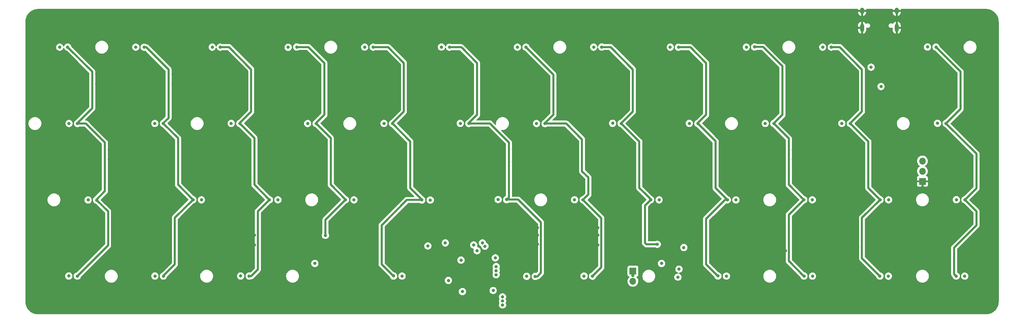
<source format=gbr>
%TF.GenerationSoftware,KiCad,Pcbnew,(7.0.0)*%
%TF.CreationDate,2024-05-03T23:27:27+02:00*%
%TF.ProjectId,minivan,6d696e69-7661-46e2-9e6b-696361645f70,rev?*%
%TF.SameCoordinates,Original*%
%TF.FileFunction,Copper,L3,Inr*%
%TF.FilePolarity,Positive*%
%FSLAX46Y46*%
G04 Gerber Fmt 4.6, Leading zero omitted, Abs format (unit mm)*
G04 Created by KiCad (PCBNEW (7.0.0)) date 2024-05-03 23:27:27*
%MOMM*%
%LPD*%
G01*
G04 APERTURE LIST*
%TA.AperFunction,ComponentPad*%
%ADD10R,1.700000X1.700000*%
%TD*%
%TA.AperFunction,ComponentPad*%
%ADD11O,1.700000X1.700000*%
%TD*%
%TA.AperFunction,ComponentPad*%
%ADD12O,1.000000X1.600000*%
%TD*%
%TA.AperFunction,ComponentPad*%
%ADD13O,1.000000X2.100000*%
%TD*%
%TA.AperFunction,ViaPad*%
%ADD14C,0.800000*%
%TD*%
%TA.AperFunction,Conductor*%
%ADD15C,0.500000*%
%TD*%
G04 APERTURE END LIST*
D10*
%TO.N,VBAT*%
%TO.C,SW1*%
X174624999Y-86831249D03*
D11*
%TO.N,BOOT0*%
X174624999Y-89371249D03*
%TD*%
D10*
%TO.N,GND*%
%TO.C,J4*%
X246856249Y-64452499D03*
D11*
%TO.N,ARGB_3V3*%
X246856249Y-61912499D03*
%TO.N,+5V*%
X246856249Y-59372499D03*
%TD*%
D12*
%TO.N,GND*%
%TO.C,J3*%
X231804749Y-21930749D03*
D13*
X231804749Y-26110749D03*
D12*
X240444749Y-21930749D03*
D13*
X240444749Y-26110749D03*
%TD*%
D14*
%TO.N,GND*%
X208756250Y-84137500D03*
X213518750Y-34925000D03*
X176212500Y-77910991D03*
X125136076Y-81727152D03*
X132015779Y-95457416D03*
X136937750Y-40036750D03*
X173037500Y-95250000D03*
X126888049Y-77899450D03*
X78898750Y-59213750D03*
X125126750Y-87661750D03*
X194087750Y-37242750D03*
X99218750Y-26987500D03*
X123460707Y-92482735D03*
X194470829Y-75919027D03*
X124999750Y-56673750D03*
X117760750Y-56673750D03*
X59848750Y-59213750D03*
X123476752Y-94359981D03*
X89693750Y-92075000D03*
X99532015Y-78962836D03*
X261143750Y-50006250D03*
X113506250Y-77910991D03*
X206375000Y-77910991D03*
X49561510Y-77888255D03*
X143691140Y-77906913D03*
X231256939Y-30596360D03*
X99099351Y-37113712D03*
X61118750Y-30956250D03*
X100488750Y-56673750D03*
X137318750Y-30956250D03*
X187325000Y-94456250D03*
X120300750Y-59213750D03*
X38258750Y-37623750D03*
X123031250Y-77910991D03*
X125157047Y-84719443D03*
X191295829Y-75919027D03*
X100488750Y-59213750D03*
X120650000Y-77910991D03*
X46831250Y-88106250D03*
X233379178Y-76076854D03*
X191293750Y-80422750D03*
X239712500Y-60325000D03*
X118968576Y-40144777D03*
X208756250Y-73025000D03*
X65881250Y-53975000D03*
X210597750Y-39782750D03*
X231804750Y-23812500D03*
X215106250Y-80295750D03*
X59089321Y-80162806D03*
X242093750Y-46037500D03*
X65881250Y-46037500D03*
X120681750Y-95789750D03*
X44450000Y-84137500D03*
X210597750Y-37242750D03*
X199231250Y-46037500D03*
X179387500Y-77910991D03*
X25400000Y-88106250D03*
X142081250Y-56356250D03*
X208756250Y-92075000D03*
X148442445Y-77888600D03*
X214661750Y-59086750D03*
X225440436Y-77910991D03*
X137210823Y-92976677D03*
X99218750Y-77910991D03*
X211931250Y-77910991D03*
X56356250Y-69056250D03*
X142081250Y-46037500D03*
X42068750Y-34925000D03*
X118268750Y-30956250D03*
X106362500Y-77910991D03*
X173386750Y-37369750D03*
X65571922Y-81739530D03*
X230204178Y-76076854D03*
X212121750Y-56546750D03*
X151606250Y-73025000D03*
X223059186Y-77910991D03*
X156368750Y-26987500D03*
X128868472Y-77879253D03*
X187924829Y-91191435D03*
X101600000Y-77910991D03*
X250825000Y-81756250D03*
X128946837Y-75987294D03*
X176223695Y-75942514D03*
X99218750Y-34925000D03*
X206406750Y-80549750D03*
X118268750Y-77910991D03*
X80168750Y-80359065D03*
X235807249Y-79594881D03*
X144811750Y-56419750D03*
X186531250Y-77910991D03*
X180181250Y-50006250D03*
X165893750Y-77910991D03*
X135731250Y-88106250D03*
X82550000Y-80359065D03*
X232060750Y-59086750D03*
X113506250Y-80433020D03*
X110699589Y-80433020D03*
X61603280Y-80205970D03*
X239488250Y-41687750D03*
X40798750Y-37623750D03*
X43973750Y-56546750D03*
X239712500Y-56546750D03*
X230409750Y-39782750D03*
X232949750Y-39782750D03*
X46831250Y-50006250D03*
X150823695Y-77888600D03*
X220677936Y-77910991D03*
X126892878Y-75998489D03*
X51593750Y-56546750D03*
X118968576Y-36969777D03*
X191547750Y-39782750D03*
X194468750Y-77910991D03*
X115887500Y-77910991D03*
X96043750Y-92075000D03*
X158400750Y-59086750D03*
X134616535Y-75981791D03*
X158400750Y-56546750D03*
X113499670Y-75893233D03*
X56689824Y-80146014D03*
X141287500Y-77910991D03*
X150812500Y-76000000D03*
X123031250Y-56673750D03*
X135707578Y-77945669D03*
X170656250Y-77910991D03*
X233394249Y-79594881D03*
X161131250Y-50006250D03*
X178593750Y-92075000D03*
X59045165Y-75917585D03*
X220630750Y-80295750D03*
X194468750Y-80422750D03*
X175418750Y-30956250D03*
X40798750Y-40163750D03*
X246856250Y-92075000D03*
X84931250Y-77910991D03*
X88121686Y-77910991D03*
X213518750Y-26987500D03*
X77524167Y-37283120D03*
X76231750Y-80422750D03*
X242093750Y-53975000D03*
X235759186Y-77910991D03*
X75378901Y-75839565D03*
X25400000Y-46037500D03*
X235743750Y-30162500D03*
X44450000Y-92075000D03*
X95924351Y-37113712D03*
X150812500Y-80168750D03*
X117760750Y-59213750D03*
X155860750Y-37496750D03*
X43973750Y-59086750D03*
X43976563Y-81766946D03*
X177450750Y-56546750D03*
X225456750Y-80422750D03*
X123031250Y-59213750D03*
X153193750Y-80168750D03*
X30162500Y-73025000D03*
X234600750Y-59086750D03*
X191293750Y-77910991D03*
X92995626Y-77906913D03*
X80168750Y-30956250D03*
X232949750Y-37242750D03*
X144811750Y-59594750D03*
X54324010Y-77888255D03*
X113506250Y-69056250D03*
X168275000Y-77910991D03*
X57308750Y-40290750D03*
X189706250Y-69056250D03*
X89693750Y-84137500D03*
X49577824Y-80146014D03*
X158623000Y-95250000D03*
X240506249Y-79594881D03*
X128587500Y-84137500D03*
X48418750Y-56546750D03*
X82550000Y-77910991D03*
X106362500Y-88106250D03*
X193960750Y-59086750D03*
X155860750Y-59086750D03*
X183767493Y-80169237D03*
X95318266Y-76008587D03*
X157648554Y-81756250D03*
X193960750Y-56546750D03*
X170656250Y-69056250D03*
X136937750Y-37496750D03*
X168275000Y-80368750D03*
X71203501Y-80248211D03*
X87298305Y-81745554D03*
X258762500Y-26987500D03*
X191547750Y-37242750D03*
X120300750Y-56673750D03*
X177450750Y-59086750D03*
X146477604Y-77883754D03*
X57308750Y-37750750D03*
X59848750Y-37750750D03*
X61603280Y-77910990D03*
X230686766Y-80793560D03*
X163512500Y-77910991D03*
X175926750Y-39909750D03*
X108743750Y-77910991D03*
X142081250Y-59531250D03*
X258762500Y-34925000D03*
X70710920Y-77906913D03*
X148304250Y-95250000D03*
X176085500Y-95250000D03*
X158750000Y-80368750D03*
X106362500Y-81756250D03*
X84931250Y-50006250D03*
X44450000Y-50006250D03*
X174910750Y-59086750D03*
X211971414Y-75964904D03*
X215106250Y-77910991D03*
X42068750Y-26987500D03*
X30162500Y-65087500D03*
X110701782Y-75888732D03*
X203993750Y-77910991D03*
X47180260Y-77888255D03*
X240444750Y-23812500D03*
X42352866Y-77900892D03*
X243046249Y-79594881D03*
X95250000Y-81756250D03*
X165893750Y-80368750D03*
X230202936Y-77910991D03*
X233377936Y-77910991D03*
X123031250Y-50006250D03*
X54276824Y-80146014D03*
X81438750Y-56673750D03*
X103981250Y-46037500D03*
X138906250Y-77910991D03*
X121443750Y-80422750D03*
X81438750Y-59213750D03*
X68790501Y-80248211D03*
X155586195Y-77888600D03*
X155860750Y-40036750D03*
X68262500Y-84137500D03*
X95265436Y-77910991D03*
X80168750Y-77910991D03*
X136889542Y-75981791D03*
X92868750Y-95789750D03*
X246856250Y-73025000D03*
X127793750Y-91217750D03*
X173386750Y-39909750D03*
X78659615Y-80359065D03*
X61575438Y-75923528D03*
X194468750Y-30956250D03*
X80699167Y-40163750D03*
X184816750Y-95250000D03*
X155860750Y-56546750D03*
X155575000Y-95250000D03*
X161131250Y-77910991D03*
X142100027Y-84650000D03*
X215146414Y-75964904D03*
X59848750Y-40290750D03*
X115793576Y-36969777D03*
X97948750Y-59213750D03*
X206375000Y-88106250D03*
X180975000Y-95250000D03*
X51990824Y-80146014D03*
X94456250Y-73025000D03*
X208756250Y-65087500D03*
X51942760Y-77888255D03*
X25400000Y-53975000D03*
X158750000Y-77910991D03*
X41433750Y-56546750D03*
X161131250Y-80368750D03*
X174910750Y-56546750D03*
X110699589Y-77910645D03*
X103981250Y-53975000D03*
X204123726Y-80412010D03*
X123094750Y-40163750D03*
X196500750Y-59086750D03*
X96343750Y-95789750D03*
X181768750Y-77910991D03*
X240710416Y-31234374D03*
X75406250Y-69056250D03*
X196881750Y-80422750D03*
X232060750Y-56546750D03*
X153193750Y-76000000D03*
X223043750Y-80295750D03*
X72754961Y-77909893D03*
X246856250Y-65881250D03*
X199231250Y-77910991D03*
X59848750Y-56673750D03*
X44908995Y-80123969D03*
X65881250Y-88106250D03*
X218281250Y-50006250D03*
X80699167Y-37283120D03*
X156368750Y-34925000D03*
X242902936Y-77910991D03*
X134397750Y-40036750D03*
X201612500Y-77910991D03*
X97948750Y-56673750D03*
X62388750Y-56673750D03*
X230182731Y-79594881D03*
X246856250Y-84137500D03*
X66706750Y-80295750D03*
X213137750Y-37242750D03*
X211965968Y-80314427D03*
X163512500Y-80368750D03*
X213137750Y-39782750D03*
X63567170Y-77906913D03*
X72781802Y-75856359D03*
X49212500Y-69056250D03*
X240521686Y-77910991D03*
X122840750Y-36988750D03*
X212669250Y-81756250D03*
X77524167Y-40163750D03*
X123729750Y-95789750D03*
X245332249Y-79594881D03*
X168275000Y-76000000D03*
X196500750Y-56546750D03*
X208756250Y-77910991D03*
X95924351Y-40288712D03*
X238140436Y-77910991D03*
X68329670Y-77906913D03*
X44900435Y-77899450D03*
X75406250Y-77910991D03*
X119085160Y-80433020D03*
X90502936Y-77910991D03*
X151606250Y-65087500D03*
X218109592Y-77906913D03*
X175926750Y-37369750D03*
X153204945Y-77888600D03*
X188912500Y-77910991D03*
X194087750Y-39782750D03*
X147351750Y-56546750D03*
X181768750Y-81756250D03*
X125380750Y-40163750D03*
X153320750Y-40036750D03*
X227806250Y-88106250D03*
X134397750Y-37496750D03*
X234600750Y-56546750D03*
X212121750Y-59086750D03*
X92989701Y-76008587D03*
X38258750Y-40163750D03*
X241300000Y-29368750D03*
X77787500Y-77910991D03*
X172243750Y-81756250D03*
X98298000Y-89947750D03*
X165893750Y-76000000D03*
X184150000Y-77910991D03*
X247665436Y-77910991D03*
X201707750Y-80422750D03*
X78898750Y-56673750D03*
X115793576Y-40144777D03*
X103981250Y-77910991D03*
X72852573Y-80269505D03*
X233975432Y-32724568D03*
X125412500Y-77910991D03*
X94456250Y-65087500D03*
X68262500Y-92075000D03*
X47164824Y-80146014D03*
X230409750Y-37242750D03*
X41433750Y-59086750D03*
X199231250Y-53975000D03*
X214661750Y-56546750D03*
X65948420Y-77906913D03*
X196850000Y-77910991D03*
X227806250Y-69056250D03*
X239503951Y-43656250D03*
X227821686Y-77910991D03*
X101123750Y-91598750D03*
X62388750Y-59213750D03*
X59073007Y-77905047D03*
X199294750Y-80422750D03*
X173037500Y-77910991D03*
X146474314Y-76065659D03*
X56705260Y-77888255D03*
X99099351Y-40288712D03*
X245284186Y-77910991D03*
%TO.N,ROW0*%
X126837694Y-30930313D03*
X107679906Y-30954609D03*
X88583031Y-31008123D03*
X183938865Y-30966536D03*
X221975902Y-30956249D03*
X69649268Y-30956249D03*
X31588616Y-30976022D03*
X164808968Y-30956250D03*
X145797394Y-30956249D03*
X202910974Y-30957890D03*
X248123423Y-30923308D03*
X50559884Y-30956249D03*
%TO.N,COL0*%
X36026707Y-50029304D03*
X33571330Y-30941440D03*
X35976475Y-88087317D03*
X40799053Y-69123773D03*
%TO.N,COL1*%
X52660754Y-30982186D03*
X57466603Y-88095963D03*
X57449712Y-50017777D03*
X64823209Y-69040599D03*
%TO.N,COL2*%
X83909432Y-69038958D03*
X78859548Y-88088958D03*
X76505195Y-50006250D03*
X71646391Y-30956249D03*
%TO.N,COL3*%
X90735774Y-30930313D03*
X95585935Y-50029304D03*
X97885826Y-77932972D03*
X102881182Y-69049245D03*
%TO.N,COL4*%
X114882974Y-88070026D03*
X121918692Y-69101118D03*
X109806712Y-30971900D03*
X114620725Y-50021899D03*
%TO.N,COL5*%
X128834817Y-30982186D03*
X133662880Y-50006249D03*
X143108946Y-69014663D03*
X150232488Y-88163486D03*
%TO.N,ROW1*%
X188686073Y-49988959D03*
X150566382Y-50021900D03*
X169550580Y-49965904D03*
X112493918Y-50004608D03*
X207643854Y-50000486D03*
X74378388Y-49988959D03*
X131536073Y-49988958D03*
X226739964Y-49988959D03*
X250629874Y-49967545D03*
X93459128Y-50012013D03*
X33899900Y-50012013D03*
X55322905Y-50000486D03*
%TO.N,COL6*%
X162170357Y-69057890D03*
X152693189Y-50039191D03*
X147924201Y-30956249D03*
X164531034Y-88106250D03*
%TO.N,COL7*%
X179040036Y-69038958D03*
X171677387Y-49983195D03*
X166832028Y-30930313D03*
X180689250Y-80168750D03*
%TO.N,COL8*%
X195828623Y-88073308D03*
X185987861Y-30992473D03*
X190812880Y-50006250D03*
X198195423Y-69073541D03*
%TO.N,COL9*%
X217306383Y-88083595D03*
X217261073Y-69038959D03*
X204985907Y-30923308D03*
X209770661Y-50017777D03*
%TO.N,COL10*%
X224115677Y-30956249D03*
X236292020Y-69038959D03*
X236241909Y-88088958D03*
X228866771Y-50006250D03*
%TO.N,COL11*%
X257469229Y-69048565D03*
X185837607Y-88354570D03*
X255280942Y-88081274D03*
X250250230Y-30940599D03*
X186118250Y-86356864D03*
X252756681Y-49984836D03*
%TO.N,ROW2*%
X86036239Y-69056249D03*
X219387880Y-69056250D03*
X124045499Y-69118409D03*
X160043550Y-69040599D03*
X181166843Y-69056249D03*
X140982139Y-68997372D03*
X200322230Y-69090832D03*
X66950016Y-69057890D03*
X255342422Y-69031274D03*
X238418827Y-69056250D03*
X105007989Y-69066536D03*
X38672246Y-69106482D03*
%TO.N,ROW3*%
X238368716Y-88106249D03*
X76732741Y-88071667D03*
X137692488Y-80624941D03*
X257407749Y-88098565D03*
X148105681Y-88146195D03*
X134882550Y-80325227D03*
X33849668Y-88070026D03*
X117009781Y-88087317D03*
X162404227Y-88088959D03*
X55339796Y-88078672D03*
X197955430Y-88090599D03*
X219433190Y-88100886D03*
%TO.N,VBAT*%
X132071975Y-91966482D03*
X140283777Y-83538954D03*
X174625000Y-87921747D03*
X95250000Y-84931250D03*
X139748557Y-91690518D03*
X135723750Y-81763464D03*
X131730750Y-84105750D03*
X181768750Y-84931250D03*
X234038883Y-35956233D03*
%TO.N,+5V*%
X236537500Y-40798750D03*
%TO.N,APLEX_OUT_PIN_0*%
X123451464Y-80588964D03*
X187325000Y-80962500D03*
%TO.N,APLEX_EN_PIN_1*%
X137073750Y-79810491D03*
X127803750Y-79810491D03*
%TO.N,AMUX_SEL_2*%
X140493750Y-85725000D03*
X142081250Y-93273096D03*
%TO.N,AMUX_SEL_1*%
X142081250Y-94297694D03*
X140506298Y-86737051D03*
%TO.N,AMUX_SEL_0*%
X140484508Y-87736316D03*
X142081250Y-95297197D03*
%TO.N,ARGB_3V3*%
X128587500Y-89183000D03*
%TD*%
D15*
%TO.N,COL0*%
X40799053Y-69123773D02*
X43656250Y-71980970D01*
X36026707Y-50029304D02*
X38123054Y-50029304D01*
X42862500Y-54768750D02*
X42862500Y-66881250D01*
X38123054Y-50029304D02*
X42862500Y-54768750D01*
X39687500Y-37057610D02*
X39687500Y-46243750D01*
X35976475Y-88087317D02*
X43656250Y-80407542D01*
X39687500Y-46243750D02*
X35925000Y-50006250D01*
X43656250Y-80407542D02*
X43656250Y-80168750D01*
X33571330Y-30941440D02*
X39687500Y-37057610D01*
X43656250Y-71980970D02*
X43656250Y-80168750D01*
X42862500Y-66881250D02*
X40687500Y-69056250D01*
%TO.N,COL1*%
X58737500Y-48625000D02*
X57356250Y-50006250D01*
X61118750Y-65293750D02*
X64881250Y-69056250D01*
X58737500Y-36512500D02*
X58737500Y-48625000D01*
X60325000Y-73538808D02*
X60325000Y-85137500D01*
X52660754Y-30982186D02*
X53207186Y-30982186D01*
X60325000Y-85137500D02*
X57356250Y-88106250D01*
X53207186Y-30982186D02*
X58737500Y-36512500D01*
X64823209Y-69040599D02*
X60325000Y-73538808D01*
X57449712Y-50017777D02*
X61118750Y-53686815D01*
X61118750Y-53686815D02*
X61118750Y-65293750D01*
%TO.N,COL2*%
X81018750Y-71929640D02*
X81018750Y-86462500D01*
X79375000Y-36512500D02*
X79375000Y-47037500D01*
X79375000Y-88106250D02*
X79357708Y-88088958D01*
X73818749Y-30956249D02*
X79375000Y-36512500D01*
X83909432Y-69038958D02*
X81018750Y-71929640D01*
X80168750Y-53669805D02*
X80168750Y-65298276D01*
X79357708Y-88088958D02*
X78859548Y-88088958D01*
X79375000Y-47037500D02*
X76406250Y-50006250D01*
X81018750Y-86462500D02*
X79375000Y-88106250D01*
X71646391Y-30956249D02*
X73818749Y-30956249D01*
X80168750Y-65298276D02*
X83909432Y-69038958D01*
X76505195Y-50006250D02*
X80168750Y-53669805D01*
%TO.N,COL3*%
X97885826Y-74044601D02*
X97885826Y-77932972D01*
X90735774Y-30930313D02*
X93636563Y-30930313D01*
X102881182Y-69049245D02*
X97885826Y-74044601D01*
X97631250Y-34925000D02*
X97631250Y-47831250D01*
X99218750Y-53662119D02*
X99218750Y-65293750D01*
X97631250Y-47831250D02*
X95456250Y-50006250D01*
X93636563Y-30930313D02*
X97631250Y-34925000D01*
X95585935Y-50029304D02*
X99218750Y-53662119D01*
X99218750Y-65293750D02*
X102981250Y-69056250D01*
%TO.N,COL4*%
X119062500Y-54463674D02*
X119062500Y-66087500D01*
X114620725Y-50021899D02*
X119062500Y-54463674D01*
X117475000Y-47037500D02*
X114506250Y-50006250D01*
X109806712Y-30971900D02*
X113521900Y-30971900D01*
X113521900Y-30971900D02*
X117475000Y-34925000D01*
X119062500Y-66087500D02*
X122031250Y-69056250D01*
X111918750Y-85137500D02*
X114887500Y-88106250D01*
X118223882Y-69101118D02*
X111918750Y-75406250D01*
X111918750Y-75406250D02*
X111918750Y-85137500D01*
X117475000Y-34925000D02*
X117475000Y-47037500D01*
X121918692Y-69101118D02*
X118223882Y-69101118D01*
%TO.N,COL5*%
X128834817Y-30982186D02*
X131788436Y-30982186D01*
X138906250Y-50006250D02*
X143668750Y-54768750D01*
X135731250Y-47831250D02*
X133556250Y-50006250D01*
X135731250Y-34925000D02*
X135731250Y-47831250D01*
X146008413Y-69014663D02*
X151673695Y-74679945D01*
X150755264Y-88163486D02*
X150232488Y-88163486D01*
X151673695Y-74679945D02*
X151673695Y-87245055D01*
X143668750Y-54768750D02*
X143668750Y-68454859D01*
X151673695Y-87245055D02*
X150755264Y-88163486D01*
X143108946Y-69014663D02*
X146008413Y-69014663D01*
X133556250Y-50006250D02*
X138906250Y-50006250D01*
X131788436Y-30982186D02*
X135731250Y-34925000D01*
X143668750Y-68454859D02*
X143108946Y-69014663D01*
%TO.N,COL6*%
X154781250Y-47831250D02*
X152606250Y-50006250D01*
X152693189Y-50039191D02*
X157989191Y-50039191D01*
X166743750Y-73631283D02*
X166743750Y-85893534D01*
X147924201Y-30956249D02*
X154781250Y-37813298D01*
X154781250Y-37813298D02*
X154781250Y-47831250D01*
X161925000Y-53975000D02*
X161925000Y-61912500D01*
X163512500Y-63500000D02*
X163512500Y-67715747D01*
X161925000Y-61912500D02*
X163512500Y-63500000D01*
X162170357Y-69057890D02*
X166743750Y-73631283D01*
X163512500Y-67715747D02*
X162170357Y-69057890D01*
X157989191Y-50039191D02*
X161925000Y-53975000D01*
X166743750Y-85893534D02*
X164531034Y-88106250D01*
%TO.N,COL7*%
X177696875Y-67571875D02*
X179040036Y-68915036D01*
X177611982Y-70467012D02*
X177611982Y-79803645D01*
X176212500Y-54518308D02*
X176212500Y-66087500D01*
X174625000Y-36512500D02*
X174625000Y-47037500D01*
X169042813Y-30930313D02*
X174625000Y-36512500D01*
X177977087Y-80168750D02*
X180689250Y-80168750D01*
X171677387Y-49983195D02*
X176212500Y-54518308D01*
X179040036Y-68915036D02*
X179040036Y-69038958D01*
X177696875Y-67571875D02*
X179181250Y-69056250D01*
X174625000Y-47037500D02*
X171656250Y-50006250D01*
X166832028Y-30930313D02*
X169042813Y-30930313D01*
X176212500Y-66087500D02*
X177696875Y-67571875D01*
X177611982Y-79803645D02*
X177977087Y-80168750D01*
X179040036Y-69038958D02*
X177611982Y-70467012D01*
%TO.N,COL8*%
X192881250Y-73818750D02*
X192881250Y-85137500D01*
X192881250Y-34925000D02*
X192881250Y-47831250D01*
X192881250Y-85137500D02*
X195850000Y-88106250D01*
X195262500Y-54455870D02*
X195262500Y-66140618D01*
X188948723Y-30992473D02*
X192881250Y-34925000D01*
X197626459Y-69073541D02*
X192881250Y-73818750D01*
X195262500Y-66140618D02*
X198195423Y-69073541D01*
X190812880Y-50006250D02*
X195262500Y-54455870D01*
X198195423Y-69073541D02*
X197626459Y-69073541D01*
X185987861Y-30992473D02*
X188948723Y-30992473D01*
X192881250Y-47831250D02*
X190706250Y-50006250D01*
%TO.N,COL9*%
X204985907Y-30923308D02*
X207135808Y-30923308D01*
X213518750Y-72781282D02*
X213518750Y-84343750D01*
X217261073Y-69038959D02*
X213518750Y-72781282D01*
X209770661Y-50017777D02*
X213518750Y-53765866D01*
X211931250Y-47831250D02*
X209756250Y-50006250D01*
X207135808Y-30923308D02*
X211931250Y-35718750D01*
X213518750Y-53765866D02*
X213518750Y-65293750D01*
X211931250Y-35718750D02*
X211931250Y-47831250D01*
X213518750Y-65293750D02*
X217281250Y-69056250D01*
X213518750Y-84343750D02*
X217281250Y-88106250D01*
%TO.N,COL10*%
X231775000Y-36512500D02*
X231775000Y-47037500D01*
X224115677Y-30956249D02*
X226218749Y-30956249D01*
X233362500Y-54501979D02*
X233362500Y-66087500D01*
X233362500Y-66087500D02*
X236331250Y-69056250D01*
X226218749Y-30956249D02*
X231775000Y-36512500D01*
X228866771Y-50006250D02*
X233362500Y-54501979D01*
X236292020Y-69038959D02*
X231775000Y-73555979D01*
X231775000Y-47037500D02*
X228806250Y-50006250D01*
X231775000Y-73555979D02*
X231775000Y-83622049D01*
X231775000Y-83622049D02*
X236241909Y-88088958D01*
%TO.N,COL11*%
X260350000Y-71929336D02*
X260350000Y-75406250D01*
X250250230Y-30940599D02*
X256381250Y-37071619D01*
X254793750Y-80962500D02*
X254793750Y-87594082D01*
X260350000Y-57578155D02*
X260350000Y-66167794D01*
X256381250Y-46360267D02*
X252756681Y-49984836D01*
X256381250Y-37071619D02*
X256381250Y-46360267D01*
X252756681Y-49984836D02*
X260350000Y-57578155D01*
X260350000Y-66167794D02*
X257469229Y-69048565D01*
X260350000Y-75406250D02*
X254793750Y-80962500D01*
X257469229Y-69048565D02*
X260350000Y-71929336D01*
X254793750Y-87594082D02*
X255280942Y-88081274D01*
%TD*%
%TA.AperFunction,Conductor*%
%TO.N,GND*%
G36*
X230742750Y-21448363D02*
G01*
X230788137Y-21493750D01*
X230804750Y-21555750D01*
X230804750Y-21664424D01*
X230808200Y-21677299D01*
X230821076Y-21680750D01*
X232788424Y-21680750D01*
X232801299Y-21677299D01*
X232804750Y-21664424D01*
X232804750Y-21583180D01*
X232804432Y-21576909D01*
X232803556Y-21568293D01*
X232815593Y-21501140D01*
X232861329Y-21450518D01*
X232926920Y-21431750D01*
X239320750Y-21431750D01*
X239382750Y-21448363D01*
X239428137Y-21493750D01*
X239444750Y-21555750D01*
X239444750Y-21664424D01*
X239448200Y-21677299D01*
X239461076Y-21680750D01*
X241428424Y-21680750D01*
X241441299Y-21677299D01*
X241444750Y-21664424D01*
X241444750Y-21583180D01*
X241444432Y-21576909D01*
X241443556Y-21568293D01*
X241455593Y-21501140D01*
X241501329Y-21450518D01*
X241566920Y-21431750D01*
X262728002Y-21431750D01*
X262734492Y-21431919D01*
X262864614Y-21438741D01*
X263064124Y-21449948D01*
X263076537Y-21451277D01*
X263231491Y-21475821D01*
X263232488Y-21475985D01*
X263404282Y-21505176D01*
X263415547Y-21507636D01*
X263572038Y-21549570D01*
X263573877Y-21550082D01*
X263736394Y-21596904D01*
X263746487Y-21600288D01*
X263899451Y-21659006D01*
X263902372Y-21660172D01*
X264056633Y-21724070D01*
X264065453Y-21728137D01*
X264212336Y-21802979D01*
X264216022Y-21804936D01*
X264361162Y-21885153D01*
X264368716Y-21889685D01*
X264507461Y-21979788D01*
X264511646Y-21982630D01*
X264646507Y-22078319D01*
X264652727Y-22083037D01*
X264781540Y-22187348D01*
X264786126Y-22191250D01*
X264883556Y-22278320D01*
X264909201Y-22301238D01*
X264914255Y-22306016D01*
X265031482Y-22423243D01*
X265036260Y-22428297D01*
X265146243Y-22551367D01*
X265150148Y-22555956D01*
X265254453Y-22684760D01*
X265259187Y-22691002D01*
X265336150Y-22799470D01*
X265354845Y-22825818D01*
X265357710Y-22830037D01*
X265447813Y-22968782D01*
X265452345Y-22976336D01*
X265532562Y-23121476D01*
X265534519Y-23125162D01*
X265609361Y-23272045D01*
X265613438Y-23280887D01*
X265677297Y-23435053D01*
X265678500Y-23438069D01*
X265737209Y-23591008D01*
X265740598Y-23601117D01*
X265787373Y-23763467D01*
X265787967Y-23765600D01*
X265829853Y-23921912D01*
X265832326Y-23933235D01*
X265861484Y-24104834D01*
X265861709Y-24106207D01*
X265886219Y-24260947D01*
X265887551Y-24273391D01*
X265898752Y-24472779D01*
X265898777Y-24473242D01*
X265905580Y-24603007D01*
X265905750Y-24609499D01*
X265905750Y-94453001D01*
X265905580Y-94459493D01*
X265898777Y-94589256D01*
X265898752Y-94589719D01*
X265887551Y-94789107D01*
X265886219Y-94801551D01*
X265861709Y-94956291D01*
X265861484Y-94957664D01*
X265832326Y-95129263D01*
X265829853Y-95140586D01*
X265787992Y-95296807D01*
X265787373Y-95299031D01*
X265740598Y-95461381D01*
X265737209Y-95471490D01*
X265678500Y-95624429D01*
X265677297Y-95627445D01*
X265613438Y-95781611D01*
X265609361Y-95790453D01*
X265534519Y-95937336D01*
X265532562Y-95941022D01*
X265452345Y-96086162D01*
X265447813Y-96093716D01*
X265357710Y-96232461D01*
X265354845Y-96236680D01*
X265259209Y-96371467D01*
X265254445Y-96377748D01*
X265150150Y-96506540D01*
X265146243Y-96511131D01*
X265036260Y-96634201D01*
X265031482Y-96639255D01*
X264914255Y-96756482D01*
X264909201Y-96761260D01*
X264786131Y-96871243D01*
X264781540Y-96875150D01*
X264652748Y-96979445D01*
X264646467Y-96984209D01*
X264511680Y-97079845D01*
X264507461Y-97082710D01*
X264368716Y-97172813D01*
X264361162Y-97177345D01*
X264216022Y-97257562D01*
X264212336Y-97259519D01*
X264065453Y-97334361D01*
X264056611Y-97338438D01*
X263902445Y-97402297D01*
X263899429Y-97403500D01*
X263746490Y-97462209D01*
X263736381Y-97465598D01*
X263574031Y-97512373D01*
X263571846Y-97512981D01*
X263439597Y-97548418D01*
X263415586Y-97554853D01*
X263404263Y-97557326D01*
X263232664Y-97586484D01*
X263231291Y-97586709D01*
X263076551Y-97611219D01*
X263064107Y-97612551D01*
X262864719Y-97623752D01*
X262864256Y-97623777D01*
X262734493Y-97630580D01*
X262728001Y-97630750D01*
X26196996Y-97630750D01*
X26190506Y-97630580D01*
X26060775Y-97623781D01*
X26060312Y-97623756D01*
X25860885Y-97612556D01*
X25848439Y-97611224D01*
X25693739Y-97586721D01*
X25692368Y-97586496D01*
X25520736Y-97557335D01*
X25509412Y-97554862D01*
X25353191Y-97513002D01*
X25350958Y-97512381D01*
X25188605Y-97465609D01*
X25178494Y-97462219D01*
X25025571Y-97403517D01*
X25022556Y-97402314D01*
X24868378Y-97338451D01*
X24859536Y-97334375D01*
X24712673Y-97259545D01*
X24708987Y-97257588D01*
X24563809Y-97177351D01*
X24556255Y-97172818D01*
X24510137Y-97142869D01*
X24417514Y-97082718D01*
X24413343Y-97079885D01*
X24278514Y-96984219D01*
X24272239Y-96979461D01*
X24272219Y-96979445D01*
X24243457Y-96956153D01*
X24143456Y-96875173D01*
X24138866Y-96871267D01*
X24015778Y-96761270D01*
X24010723Y-96756491D01*
X23893507Y-96639275D01*
X23888728Y-96634220D01*
X23778731Y-96511132D01*
X23774825Y-96506542D01*
X23716479Y-96434492D01*
X23670525Y-96377744D01*
X23665787Y-96371495D01*
X23570099Y-96236635D01*
X23567295Y-96232507D01*
X23477175Y-96093735D01*
X23472647Y-96086189D01*
X23472632Y-96086162D01*
X23392401Y-95940995D01*
X23390453Y-95937325D01*
X23371371Y-95899875D01*
X23315619Y-95790453D01*
X23311547Y-95781620D01*
X23247669Y-95627405D01*
X23246482Y-95624429D01*
X23187772Y-95471485D01*
X23184395Y-95461413D01*
X23137613Y-95299029D01*
X23137104Y-95297197D01*
X141175790Y-95297197D01*
X141176469Y-95303657D01*
X141194896Y-95478992D01*
X141194897Y-95479000D01*
X141195576Y-95485453D01*
X141197581Y-95491625D01*
X141197583Y-95491632D01*
X141240732Y-95624429D01*
X141254071Y-95665481D01*
X141257318Y-95671105D01*
X141257319Y-95671107D01*
X141326228Y-95790462D01*
X141348717Y-95829413D01*
X141353061Y-95834238D01*
X141353063Y-95834240D01*
X141449186Y-95940995D01*
X141475379Y-95970085D01*
X141628520Y-96081348D01*
X141801447Y-96158341D01*
X141986604Y-96197697D01*
X142169393Y-96197697D01*
X142175896Y-96197697D01*
X142361053Y-96158341D01*
X142533980Y-96081348D01*
X142687121Y-95970085D01*
X142813783Y-95829413D01*
X142908429Y-95665481D01*
X142966924Y-95485453D01*
X142986710Y-95297197D01*
X142966924Y-95108941D01*
X142908429Y-94928913D01*
X142868319Y-94859441D01*
X142851708Y-94797445D01*
X142868321Y-94735445D01*
X142908429Y-94665978D01*
X142966924Y-94485950D01*
X142986710Y-94297694D01*
X142966924Y-94109438D01*
X142908429Y-93929410D01*
X142861076Y-93847393D01*
X142844464Y-93785393D01*
X142861077Y-93723395D01*
X142908429Y-93641380D01*
X142966924Y-93461352D01*
X142986710Y-93273096D01*
X142966924Y-93084840D01*
X142908429Y-92904812D01*
X142813783Y-92740880D01*
X142687121Y-92600208D01*
X142681863Y-92596388D01*
X142681861Y-92596386D01*
X142539238Y-92492765D01*
X142539237Y-92492764D01*
X142533980Y-92488945D01*
X142528042Y-92486301D01*
X142366995Y-92414597D01*
X142366990Y-92414595D01*
X142361053Y-92411952D01*
X142354694Y-92410600D01*
X142354690Y-92410599D01*
X142182258Y-92373948D01*
X142182255Y-92373947D01*
X142175896Y-92372596D01*
X141986604Y-92372596D01*
X141980245Y-92373947D01*
X141980241Y-92373948D01*
X141807809Y-92410599D01*
X141807802Y-92410601D01*
X141801447Y-92411952D01*
X141795512Y-92414594D01*
X141795504Y-92414597D01*
X141634457Y-92486301D01*
X141634452Y-92486303D01*
X141628520Y-92488945D01*
X141623266Y-92492761D01*
X141623261Y-92492765D01*
X141480638Y-92596386D01*
X141480631Y-92596391D01*
X141475379Y-92600208D01*
X141471034Y-92605033D01*
X141471029Y-92605038D01*
X141353063Y-92736052D01*
X141353058Y-92736058D01*
X141348717Y-92740880D01*
X141345472Y-92746500D01*
X141345468Y-92746506D01*
X141257319Y-92899185D01*
X141257316Y-92899190D01*
X141254071Y-92904812D01*
X141252065Y-92910984D01*
X141252063Y-92910990D01*
X141197583Y-93078660D01*
X141197581Y-93078669D01*
X141195576Y-93084840D01*
X141194898Y-93091290D01*
X141194896Y-93091300D01*
X141177212Y-93259560D01*
X141175790Y-93273096D01*
X141176469Y-93279556D01*
X141194896Y-93454891D01*
X141194897Y-93454899D01*
X141195576Y-93461352D01*
X141197581Y-93467524D01*
X141197583Y-93467531D01*
X141252063Y-93635201D01*
X141254071Y-93641380D01*
X141257318Y-93647004D01*
X141301422Y-93723396D01*
X141318034Y-93785395D01*
X141301422Y-93847394D01*
X141257318Y-93923785D01*
X141257316Y-93923789D01*
X141254071Y-93929410D01*
X141252065Y-93935582D01*
X141252063Y-93935588D01*
X141197583Y-94103258D01*
X141197581Y-94103267D01*
X141195576Y-94109438D01*
X141194898Y-94115888D01*
X141194896Y-94115898D01*
X141177212Y-94284158D01*
X141175790Y-94297694D01*
X141176469Y-94304154D01*
X141194896Y-94479489D01*
X141194897Y-94479497D01*
X141195576Y-94485950D01*
X141197581Y-94492122D01*
X141197583Y-94492129D01*
X141252063Y-94659799D01*
X141254071Y-94665978D01*
X141257318Y-94671602D01*
X141257319Y-94671604D01*
X141294177Y-94735444D01*
X141310790Y-94797443D01*
X141294178Y-94859442D01*
X141257320Y-94923283D01*
X141257315Y-94923293D01*
X141254071Y-94928913D01*
X141252065Y-94935085D01*
X141252063Y-94935091D01*
X141197583Y-95102761D01*
X141197581Y-95102770D01*
X141195576Y-95108941D01*
X141194898Y-95115391D01*
X141194896Y-95115401D01*
X141177676Y-95279253D01*
X141175790Y-95297197D01*
X23137104Y-95297197D01*
X23136996Y-95296807D01*
X23132294Y-95279258D01*
X23095133Y-95140574D01*
X23092665Y-95129272D01*
X23063498Y-94957605D01*
X23063290Y-94956340D01*
X23038770Y-94801529D01*
X23037444Y-94789139D01*
X23026220Y-94589256D01*
X23019420Y-94459493D01*
X23019250Y-94453005D01*
X23019250Y-91966482D01*
X131166515Y-91966482D01*
X131167194Y-91972942D01*
X131185621Y-92148277D01*
X131185622Y-92148285D01*
X131186301Y-92154738D01*
X131188306Y-92160910D01*
X131188308Y-92160917D01*
X131242788Y-92328587D01*
X131244796Y-92334766D01*
X131248043Y-92340390D01*
X131248044Y-92340392D01*
X131336016Y-92492765D01*
X131339442Y-92498698D01*
X131343786Y-92503523D01*
X131343788Y-92503525D01*
X131427401Y-92596386D01*
X131466104Y-92639370D01*
X131619245Y-92750633D01*
X131792172Y-92827626D01*
X131977329Y-92866982D01*
X132160118Y-92866982D01*
X132166621Y-92866982D01*
X132351778Y-92827626D01*
X132524705Y-92750633D01*
X132677846Y-92639370D01*
X132804508Y-92498698D01*
X132899154Y-92334766D01*
X132957649Y-92154738D01*
X132977435Y-91966482D01*
X132957649Y-91778226D01*
X132929151Y-91690518D01*
X138843097Y-91690518D01*
X138843776Y-91696978D01*
X138862203Y-91872313D01*
X138862204Y-91872321D01*
X138862883Y-91878774D01*
X138864888Y-91884946D01*
X138864890Y-91884953D01*
X138889282Y-91960022D01*
X138921378Y-92058802D01*
X138924625Y-92064426D01*
X138924626Y-92064428D01*
X138976766Y-92154738D01*
X139016024Y-92222734D01*
X139142686Y-92363406D01*
X139295827Y-92474669D01*
X139468754Y-92551662D01*
X139653911Y-92591018D01*
X139836700Y-92591018D01*
X139843203Y-92591018D01*
X140028360Y-92551662D01*
X140201287Y-92474669D01*
X140354428Y-92363406D01*
X140481090Y-92222734D01*
X140575736Y-92058802D01*
X140634231Y-91878774D01*
X140654017Y-91690518D01*
X140634231Y-91502262D01*
X140575736Y-91322234D01*
X140481090Y-91158302D01*
X140435782Y-91107983D01*
X140358777Y-91022460D01*
X140358776Y-91022459D01*
X140354428Y-91017630D01*
X140349170Y-91013810D01*
X140349168Y-91013808D01*
X140206545Y-90910187D01*
X140206544Y-90910186D01*
X140201287Y-90906367D01*
X140195349Y-90903723D01*
X140034302Y-90832019D01*
X140034297Y-90832017D01*
X140028360Y-90829374D01*
X140022001Y-90828022D01*
X140021997Y-90828021D01*
X139849565Y-90791370D01*
X139849562Y-90791369D01*
X139843203Y-90790018D01*
X139653911Y-90790018D01*
X139647552Y-90791369D01*
X139647548Y-90791370D01*
X139475116Y-90828021D01*
X139475109Y-90828023D01*
X139468754Y-90829374D01*
X139462819Y-90832016D01*
X139462811Y-90832019D01*
X139301764Y-90903723D01*
X139301759Y-90903725D01*
X139295827Y-90906367D01*
X139290573Y-90910183D01*
X139290568Y-90910187D01*
X139147945Y-91013808D01*
X139147938Y-91013813D01*
X139142686Y-91017630D01*
X139138341Y-91022455D01*
X139138336Y-91022460D01*
X139020370Y-91153474D01*
X139020365Y-91153480D01*
X139016024Y-91158302D01*
X139012779Y-91163922D01*
X139012775Y-91163928D01*
X138924626Y-91316607D01*
X138924623Y-91316612D01*
X138921378Y-91322234D01*
X138919372Y-91328406D01*
X138919370Y-91328412D01*
X138864890Y-91496082D01*
X138864888Y-91496091D01*
X138862883Y-91502262D01*
X138862205Y-91508712D01*
X138862203Y-91508722D01*
X138844519Y-91676982D01*
X138843097Y-91690518D01*
X132929151Y-91690518D01*
X132899154Y-91598198D01*
X132804508Y-91434266D01*
X132677846Y-91293594D01*
X132672588Y-91289774D01*
X132672586Y-91289772D01*
X132529963Y-91186151D01*
X132529962Y-91186150D01*
X132524705Y-91182331D01*
X132470736Y-91158302D01*
X132357720Y-91107983D01*
X132357715Y-91107981D01*
X132351778Y-91105338D01*
X132345419Y-91103986D01*
X132345415Y-91103985D01*
X132172983Y-91067334D01*
X132172980Y-91067333D01*
X132166621Y-91065982D01*
X131977329Y-91065982D01*
X131970970Y-91067333D01*
X131970966Y-91067334D01*
X131798534Y-91103985D01*
X131798527Y-91103987D01*
X131792172Y-91105338D01*
X131786237Y-91107980D01*
X131786229Y-91107983D01*
X131625182Y-91179687D01*
X131625177Y-91179689D01*
X131619245Y-91182331D01*
X131613991Y-91186147D01*
X131613986Y-91186151D01*
X131471363Y-91289772D01*
X131471356Y-91289777D01*
X131466104Y-91293594D01*
X131461759Y-91298419D01*
X131461754Y-91298424D01*
X131343788Y-91429438D01*
X131343783Y-91429444D01*
X131339442Y-91434266D01*
X131336197Y-91439886D01*
X131336193Y-91439892D01*
X131248044Y-91592571D01*
X131248041Y-91592576D01*
X131244796Y-91598198D01*
X131242790Y-91604370D01*
X131242788Y-91604376D01*
X131188308Y-91772046D01*
X131188306Y-91772055D01*
X131186301Y-91778226D01*
X131185623Y-91784676D01*
X131185621Y-91784686D01*
X131167937Y-91952946D01*
X131166515Y-91966482D01*
X23019250Y-91966482D01*
X23019250Y-88070026D01*
X32944208Y-88070026D01*
X32944887Y-88076486D01*
X32963314Y-88251821D01*
X32963315Y-88251829D01*
X32963994Y-88258282D01*
X32965999Y-88264454D01*
X32966001Y-88264461D01*
X33014273Y-88413025D01*
X33022489Y-88438310D01*
X33025736Y-88443934D01*
X33025737Y-88443936D01*
X33086398Y-88549005D01*
X33117135Y-88602242D01*
X33121479Y-88607067D01*
X33121481Y-88607069D01*
X33230943Y-88728638D01*
X33243797Y-88742914D01*
X33249055Y-88746734D01*
X33249056Y-88746735D01*
X33287006Y-88774307D01*
X33396938Y-88854177D01*
X33569865Y-88931170D01*
X33755022Y-88970526D01*
X33937811Y-88970526D01*
X33944314Y-88970526D01*
X34129471Y-88931170D01*
X34302398Y-88854177D01*
X34455539Y-88742914D01*
X34582201Y-88602242D01*
X34676847Y-88438310D01*
X34735342Y-88258282D01*
X34755128Y-88070026D01*
X34739264Y-87919090D01*
X34736021Y-87888230D01*
X34736020Y-87888229D01*
X34735342Y-87881770D01*
X34676847Y-87701742D01*
X34582201Y-87537810D01*
X34575506Y-87530375D01*
X34459888Y-87401968D01*
X34459887Y-87401967D01*
X34455539Y-87397138D01*
X34450281Y-87393318D01*
X34450279Y-87393316D01*
X34307656Y-87289695D01*
X34307655Y-87289694D01*
X34302398Y-87285875D01*
X34288774Y-87279809D01*
X34135413Y-87211527D01*
X34135408Y-87211525D01*
X34129471Y-87208882D01*
X34123112Y-87207530D01*
X34123108Y-87207529D01*
X33950676Y-87170878D01*
X33950673Y-87170877D01*
X33944314Y-87169526D01*
X33755022Y-87169526D01*
X33748663Y-87170877D01*
X33748659Y-87170878D01*
X33576227Y-87207529D01*
X33576220Y-87207531D01*
X33569865Y-87208882D01*
X33563930Y-87211524D01*
X33563922Y-87211527D01*
X33402875Y-87283231D01*
X33402870Y-87283233D01*
X33396938Y-87285875D01*
X33391684Y-87289691D01*
X33391679Y-87289695D01*
X33249056Y-87393316D01*
X33249049Y-87393321D01*
X33243797Y-87397138D01*
X33239452Y-87401963D01*
X33239447Y-87401968D01*
X33121481Y-87532982D01*
X33121476Y-87532988D01*
X33117135Y-87537810D01*
X33113890Y-87543430D01*
X33113886Y-87543436D01*
X33025737Y-87696115D01*
X33025734Y-87696120D01*
X33022489Y-87701742D01*
X33020483Y-87707914D01*
X33020481Y-87707920D01*
X32966001Y-87875590D01*
X32965999Y-87875599D01*
X32963994Y-87881770D01*
X32963316Y-87888220D01*
X32963314Y-87888230D01*
X32948236Y-88031699D01*
X32944208Y-88070026D01*
X23019250Y-88070026D01*
X23019250Y-69056250D01*
X28557051Y-69056250D01*
X28557433Y-69061104D01*
X28572353Y-69250685D01*
X28576817Y-69307398D01*
X28577952Y-69312127D01*
X28577953Y-69312131D01*
X28634489Y-69547624D01*
X28634491Y-69547632D01*
X28635627Y-69552361D01*
X28732034Y-69785109D01*
X28734581Y-69789266D01*
X28734582Y-69789267D01*
X28861117Y-69995754D01*
X28861122Y-69995761D01*
X28863664Y-69999909D01*
X28866824Y-70003608D01*
X28866827Y-70003613D01*
X28907981Y-70051798D01*
X29027276Y-70191474D01*
X29030976Y-70194634D01*
X29159702Y-70304577D01*
X29218841Y-70355086D01*
X29222991Y-70357629D01*
X29222995Y-70357632D01*
X29275735Y-70389951D01*
X29433641Y-70486716D01*
X29666389Y-70583123D01*
X29911352Y-70641933D01*
X30099618Y-70656750D01*
X30222937Y-70656750D01*
X30225382Y-70656750D01*
X30413648Y-70641933D01*
X30658611Y-70583123D01*
X30891359Y-70486716D01*
X31106159Y-70355086D01*
X31297724Y-70191474D01*
X31461336Y-69999909D01*
X31592966Y-69785109D01*
X31689373Y-69552361D01*
X31748183Y-69307398D01*
X31763996Y-69106482D01*
X37766786Y-69106482D01*
X37767465Y-69112942D01*
X37785892Y-69288277D01*
X37785893Y-69288285D01*
X37786572Y-69294738D01*
X37788577Y-69300910D01*
X37788579Y-69300917D01*
X37837974Y-69452937D01*
X37845067Y-69474766D01*
X37848314Y-69480390D01*
X37848315Y-69480392D01*
X37927428Y-69617421D01*
X37939713Y-69638698D01*
X37944057Y-69643523D01*
X37944059Y-69643525D01*
X38053583Y-69765163D01*
X38066375Y-69779370D01*
X38219516Y-69890633D01*
X38331549Y-69940514D01*
X38385810Y-69964673D01*
X38392443Y-69967626D01*
X38577600Y-70006982D01*
X38760389Y-70006982D01*
X38766892Y-70006982D01*
X38952049Y-69967626D01*
X39124976Y-69890633D01*
X39278117Y-69779370D01*
X39404779Y-69638698D01*
X39499425Y-69474766D01*
X39557920Y-69294738D01*
X39577706Y-69106482D01*
X39563427Y-68970619D01*
X39558599Y-68924686D01*
X39558598Y-68924685D01*
X39557920Y-68918226D01*
X39499425Y-68738198D01*
X39404779Y-68574266D01*
X39386340Y-68553788D01*
X39282466Y-68438424D01*
X39282465Y-68438423D01*
X39278117Y-68433594D01*
X39272859Y-68429774D01*
X39272857Y-68429772D01*
X39130234Y-68326151D01*
X39130233Y-68326150D01*
X39124976Y-68322331D01*
X39119038Y-68319687D01*
X38957991Y-68247983D01*
X38957986Y-68247981D01*
X38952049Y-68245338D01*
X38945690Y-68243986D01*
X38945686Y-68243985D01*
X38773254Y-68207334D01*
X38773251Y-68207333D01*
X38766892Y-68205982D01*
X38577600Y-68205982D01*
X38571241Y-68207333D01*
X38571237Y-68207334D01*
X38398805Y-68243985D01*
X38398798Y-68243987D01*
X38392443Y-68245338D01*
X38386508Y-68247980D01*
X38386500Y-68247983D01*
X38225453Y-68319687D01*
X38225448Y-68319689D01*
X38219516Y-68322331D01*
X38214262Y-68326147D01*
X38214257Y-68326151D01*
X38071634Y-68429772D01*
X38071627Y-68429777D01*
X38066375Y-68433594D01*
X38062030Y-68438419D01*
X38062025Y-68438424D01*
X37944059Y-68569438D01*
X37944054Y-68569444D01*
X37939713Y-68574266D01*
X37936468Y-68579886D01*
X37936464Y-68579892D01*
X37848315Y-68732571D01*
X37848312Y-68732576D01*
X37845067Y-68738198D01*
X37843061Y-68744370D01*
X37843059Y-68744376D01*
X37788579Y-68912046D01*
X37788577Y-68912055D01*
X37786572Y-68918226D01*
X37785894Y-68924676D01*
X37785892Y-68924686D01*
X37771214Y-69064350D01*
X37766786Y-69106482D01*
X31763996Y-69106482D01*
X31767949Y-69056250D01*
X31748183Y-68805102D01*
X31689373Y-68560139D01*
X31592966Y-68327391D01*
X31513155Y-68197151D01*
X31463882Y-68116745D01*
X31463879Y-68116741D01*
X31461336Y-68112591D01*
X31449065Y-68098224D01*
X31300884Y-67924726D01*
X31297724Y-67921026D01*
X31168310Y-67810496D01*
X31109863Y-67760577D01*
X31109858Y-67760574D01*
X31106159Y-67757414D01*
X31102011Y-67754872D01*
X31102004Y-67754867D01*
X30895517Y-67628332D01*
X30895516Y-67628331D01*
X30891359Y-67625784D01*
X30658611Y-67529377D01*
X30653882Y-67528241D01*
X30653874Y-67528239D01*
X30418381Y-67471703D01*
X30418377Y-67471702D01*
X30413648Y-67470567D01*
X30408795Y-67470185D01*
X30227816Y-67455941D01*
X30227801Y-67455940D01*
X30225382Y-67455750D01*
X30099618Y-67455750D01*
X30097199Y-67455940D01*
X30097183Y-67455941D01*
X29916204Y-67470185D01*
X29916202Y-67470185D01*
X29911352Y-67470567D01*
X29906624Y-67471701D01*
X29906618Y-67471703D01*
X29671125Y-67528239D01*
X29671113Y-67528242D01*
X29666389Y-67529377D01*
X29661892Y-67531239D01*
X29661888Y-67531241D01*
X29438145Y-67623918D01*
X29438140Y-67623920D01*
X29433641Y-67625784D01*
X29429488Y-67628328D01*
X29429482Y-67628332D01*
X29222995Y-67754867D01*
X29222982Y-67754876D01*
X29218841Y-67757414D01*
X29215146Y-67760569D01*
X29215136Y-67760577D01*
X29030976Y-67917865D01*
X29030969Y-67917871D01*
X29027276Y-67921026D01*
X29024121Y-67924719D01*
X29024115Y-67924726D01*
X28866827Y-68108886D01*
X28866819Y-68108896D01*
X28863664Y-68112591D01*
X28861126Y-68116732D01*
X28861117Y-68116745D01*
X28734582Y-68323232D01*
X28734578Y-68323238D01*
X28732034Y-68327391D01*
X28730170Y-68331890D01*
X28730168Y-68331895D01*
X28637491Y-68555638D01*
X28635627Y-68560139D01*
X28634492Y-68564863D01*
X28634489Y-68564875D01*
X28577953Y-68800368D01*
X28577951Y-68800374D01*
X28576817Y-68805102D01*
X28576435Y-68809952D01*
X28576435Y-68809954D01*
X28557903Y-69045419D01*
X28557051Y-69056250D01*
X23019250Y-69056250D01*
X23019250Y-50006250D01*
X23794551Y-50006250D01*
X23794933Y-50011104D01*
X23809853Y-50200685D01*
X23814317Y-50257398D01*
X23815452Y-50262127D01*
X23815453Y-50262131D01*
X23871989Y-50497624D01*
X23871991Y-50497632D01*
X23873127Y-50502361D01*
X23969534Y-50735109D01*
X23972081Y-50739266D01*
X23972082Y-50739267D01*
X24098617Y-50945754D01*
X24098622Y-50945761D01*
X24101164Y-50949909D01*
X24104324Y-50953608D01*
X24104327Y-50953613D01*
X24261615Y-51137773D01*
X24264776Y-51141474D01*
X24456341Y-51305086D01*
X24460491Y-51307629D01*
X24460495Y-51307632D01*
X24572300Y-51376146D01*
X24671141Y-51436716D01*
X24903889Y-51533123D01*
X25148852Y-51591933D01*
X25337118Y-51606750D01*
X25460437Y-51606750D01*
X25462882Y-51606750D01*
X25651148Y-51591933D01*
X25896111Y-51533123D01*
X26128859Y-51436716D01*
X26343659Y-51305086D01*
X26535224Y-51141474D01*
X26698836Y-50949909D01*
X26830466Y-50735109D01*
X26926873Y-50502361D01*
X26985683Y-50257398D01*
X27004995Y-50012013D01*
X32994440Y-50012013D01*
X32995119Y-50018473D01*
X33013546Y-50193808D01*
X33013547Y-50193816D01*
X33014226Y-50200269D01*
X33016231Y-50206441D01*
X33016233Y-50206448D01*
X33070315Y-50372892D01*
X33072721Y-50380297D01*
X33075968Y-50385921D01*
X33075969Y-50385923D01*
X33164039Y-50538466D01*
X33167367Y-50544229D01*
X33171711Y-50549054D01*
X33171713Y-50549056D01*
X33283650Y-50673374D01*
X33294029Y-50684901D01*
X33299287Y-50688721D01*
X33299288Y-50688722D01*
X33317828Y-50702192D01*
X33447170Y-50796164D01*
X33620097Y-50873157D01*
X33805254Y-50912513D01*
X33988043Y-50912513D01*
X33994546Y-50912513D01*
X34179703Y-50873157D01*
X34352630Y-50796164D01*
X34505771Y-50684901D01*
X34632433Y-50544229D01*
X34727079Y-50380297D01*
X34785574Y-50200269D01*
X34805360Y-50012013D01*
X34785574Y-49823757D01*
X34727079Y-49643729D01*
X34632433Y-49479797D01*
X34625765Y-49472392D01*
X34510120Y-49343955D01*
X34510119Y-49343954D01*
X34505771Y-49339125D01*
X34500513Y-49335305D01*
X34500511Y-49335303D01*
X34357888Y-49231682D01*
X34357887Y-49231681D01*
X34352630Y-49227862D01*
X34346692Y-49225218D01*
X34185645Y-49153514D01*
X34185640Y-49153512D01*
X34179703Y-49150869D01*
X34173344Y-49149517D01*
X34173340Y-49149516D01*
X34000908Y-49112865D01*
X34000905Y-49112864D01*
X33994546Y-49111513D01*
X33805254Y-49111513D01*
X33798895Y-49112864D01*
X33798891Y-49112865D01*
X33626459Y-49149516D01*
X33626452Y-49149518D01*
X33620097Y-49150869D01*
X33614162Y-49153511D01*
X33614154Y-49153514D01*
X33453107Y-49225218D01*
X33453102Y-49225220D01*
X33447170Y-49227862D01*
X33441916Y-49231678D01*
X33441911Y-49231682D01*
X33299288Y-49335303D01*
X33299281Y-49335308D01*
X33294029Y-49339125D01*
X33289684Y-49343950D01*
X33289679Y-49343955D01*
X33171713Y-49474969D01*
X33171708Y-49474975D01*
X33167367Y-49479797D01*
X33164122Y-49485417D01*
X33164118Y-49485423D01*
X33075969Y-49638102D01*
X33075966Y-49638107D01*
X33072721Y-49643729D01*
X33070715Y-49649901D01*
X33070713Y-49649907D01*
X33016233Y-49817577D01*
X33016231Y-49817586D01*
X33014226Y-49823757D01*
X33013548Y-49830207D01*
X33013546Y-49830217D01*
X32998607Y-49972364D01*
X32994440Y-50012013D01*
X27004995Y-50012013D01*
X27005449Y-50006250D01*
X26985683Y-49755102D01*
X26926873Y-49510139D01*
X26830466Y-49277391D01*
X26752933Y-49150869D01*
X26701382Y-49066745D01*
X26701379Y-49066741D01*
X26698836Y-49062591D01*
X26679724Y-49040214D01*
X26538384Y-48874726D01*
X26535224Y-48871026D01*
X26517165Y-48855602D01*
X26347363Y-48710577D01*
X26347358Y-48710574D01*
X26343659Y-48707414D01*
X26339511Y-48704872D01*
X26339504Y-48704867D01*
X26133017Y-48578332D01*
X26133016Y-48578331D01*
X26128859Y-48575784D01*
X25896111Y-48479377D01*
X25891382Y-48478241D01*
X25891374Y-48478239D01*
X25655881Y-48421703D01*
X25655877Y-48421702D01*
X25651148Y-48420567D01*
X25646295Y-48420185D01*
X25465316Y-48405941D01*
X25465301Y-48405940D01*
X25462882Y-48405750D01*
X25337118Y-48405750D01*
X25334699Y-48405940D01*
X25334683Y-48405941D01*
X25153704Y-48420185D01*
X25153702Y-48420185D01*
X25148852Y-48420567D01*
X25144124Y-48421701D01*
X25144118Y-48421703D01*
X24908625Y-48478239D01*
X24908613Y-48478242D01*
X24903889Y-48479377D01*
X24899392Y-48481239D01*
X24899388Y-48481241D01*
X24675645Y-48573918D01*
X24675640Y-48573920D01*
X24671141Y-48575784D01*
X24666988Y-48578328D01*
X24666982Y-48578332D01*
X24460495Y-48704867D01*
X24460482Y-48704876D01*
X24456341Y-48707414D01*
X24452646Y-48710569D01*
X24452636Y-48710577D01*
X24268476Y-48867865D01*
X24268469Y-48867871D01*
X24264776Y-48871026D01*
X24261621Y-48874719D01*
X24261615Y-48874726D01*
X24104327Y-49058886D01*
X24104319Y-49058896D01*
X24101164Y-49062591D01*
X24098626Y-49066732D01*
X24098617Y-49066745D01*
X23972082Y-49273232D01*
X23972078Y-49273238D01*
X23969534Y-49277391D01*
X23967670Y-49281890D01*
X23967668Y-49281895D01*
X23874991Y-49505638D01*
X23873127Y-49510139D01*
X23871992Y-49514863D01*
X23871989Y-49514875D01*
X23815453Y-49750368D01*
X23815451Y-49750374D01*
X23814317Y-49755102D01*
X23813935Y-49759952D01*
X23813935Y-49759954D01*
X23795403Y-49995419D01*
X23794551Y-50006250D01*
X23019250Y-50006250D01*
X23019250Y-30976022D01*
X30683156Y-30976022D01*
X30683835Y-30982482D01*
X30702262Y-31157817D01*
X30702263Y-31157825D01*
X30702942Y-31164278D01*
X30704947Y-31170450D01*
X30704949Y-31170457D01*
X30759429Y-31338127D01*
X30761437Y-31344306D01*
X30764684Y-31349930D01*
X30764685Y-31349932D01*
X30847454Y-31493293D01*
X30856083Y-31508238D01*
X30860427Y-31513063D01*
X30860429Y-31513065D01*
X30969854Y-31634593D01*
X30982745Y-31648910D01*
X30988003Y-31652730D01*
X30988004Y-31652731D01*
X31005388Y-31665361D01*
X31135886Y-31760173D01*
X31262231Y-31816426D01*
X31302591Y-31834396D01*
X31308813Y-31837166D01*
X31493970Y-31876522D01*
X31676759Y-31876522D01*
X31683262Y-31876522D01*
X31868419Y-31837166D01*
X32041346Y-31760173D01*
X32194487Y-31648910D01*
X32321149Y-31508238D01*
X32415795Y-31344306D01*
X32467660Y-31184681D01*
X32500707Y-31132608D01*
X32554753Y-31102896D01*
X32616428Y-31102896D01*
X32670475Y-31132608D01*
X32703522Y-31184682D01*
X32740535Y-31298597D01*
X32744151Y-31309724D01*
X32747398Y-31315348D01*
X32747399Y-31315350D01*
X32835159Y-31467356D01*
X32838797Y-31473656D01*
X32843141Y-31478481D01*
X32843143Y-31478483D01*
X32960352Y-31608656D01*
X32965459Y-31614328D01*
X32970717Y-31618148D01*
X32970718Y-31618149D01*
X32988844Y-31631318D01*
X33118600Y-31725591D01*
X33291527Y-31802584D01*
X33356665Y-31816429D01*
X33390044Y-31828743D01*
X33418558Y-31850036D01*
X36164788Y-34596266D01*
X38900681Y-37332158D01*
X38927561Y-37372386D01*
X38937000Y-37419839D01*
X38937000Y-45881521D01*
X38927561Y-45928974D01*
X38900681Y-45969202D01*
X35681711Y-49188169D01*
X35644468Y-49213767D01*
X35579910Y-49242511D01*
X35579907Y-49242512D01*
X35573977Y-49245153D01*
X35568723Y-49248969D01*
X35568718Y-49248973D01*
X35426095Y-49352594D01*
X35426088Y-49352599D01*
X35420836Y-49356416D01*
X35416491Y-49361241D01*
X35416486Y-49361246D01*
X35298520Y-49492260D01*
X35298515Y-49492266D01*
X35294174Y-49497088D01*
X35290929Y-49502708D01*
X35290925Y-49502714D01*
X35202776Y-49655393D01*
X35202773Y-49655398D01*
X35199528Y-49661020D01*
X35197522Y-49667192D01*
X35197520Y-49667198D01*
X35143040Y-49834868D01*
X35143038Y-49834877D01*
X35141033Y-49841048D01*
X35140355Y-49847498D01*
X35140353Y-49847508D01*
X35124349Y-49999789D01*
X35121247Y-50029304D01*
X35121926Y-50035764D01*
X35140353Y-50211099D01*
X35140354Y-50211107D01*
X35141033Y-50217560D01*
X35143038Y-50223732D01*
X35143040Y-50223739D01*
X35197122Y-50390183D01*
X35199528Y-50397588D01*
X35202775Y-50403212D01*
X35202776Y-50403214D01*
X35289898Y-50554115D01*
X35294174Y-50561520D01*
X35298518Y-50566345D01*
X35298520Y-50566347D01*
X35410457Y-50690665D01*
X35420836Y-50702192D01*
X35426094Y-50706012D01*
X35426095Y-50706013D01*
X35486714Y-50750055D01*
X35573977Y-50813455D01*
X35746904Y-50890448D01*
X35932061Y-50929804D01*
X36114850Y-50929804D01*
X36121353Y-50929804D01*
X36306510Y-50890448D01*
X36479437Y-50813455D01*
X36493161Y-50803483D01*
X36527725Y-50785873D01*
X36566043Y-50779804D01*
X37760824Y-50779804D01*
X37808277Y-50789243D01*
X37848505Y-50816123D01*
X42075681Y-55043299D01*
X42102561Y-55083527D01*
X42112000Y-55130980D01*
X42112000Y-66519021D01*
X42102561Y-66566474D01*
X42075681Y-66606702D01*
X40340194Y-68342187D01*
X40325399Y-68354824D01*
X40231874Y-68422774D01*
X40193182Y-68450885D01*
X40188837Y-68455710D01*
X40188832Y-68455715D01*
X40070866Y-68586729D01*
X40070861Y-68586735D01*
X40066520Y-68591557D01*
X40063275Y-68597177D01*
X40063271Y-68597183D01*
X39975122Y-68749862D01*
X39975119Y-68749867D01*
X39971874Y-68755489D01*
X39969868Y-68761661D01*
X39969866Y-68761667D01*
X39915386Y-68929337D01*
X39915384Y-68929346D01*
X39913379Y-68935517D01*
X39912701Y-68941967D01*
X39912699Y-68941977D01*
X39898124Y-69080658D01*
X39893593Y-69123773D01*
X39894272Y-69130233D01*
X39912699Y-69305568D01*
X39912700Y-69305576D01*
X39913379Y-69312029D01*
X39915384Y-69318201D01*
X39915386Y-69318208D01*
X39968123Y-69480514D01*
X39971874Y-69492057D01*
X39975121Y-69497681D01*
X39975122Y-69497683D01*
X40047501Y-69623048D01*
X40066520Y-69655989D01*
X40070864Y-69660814D01*
X40070866Y-69660816D01*
X40184002Y-69786466D01*
X40193182Y-69796661D01*
X40198440Y-69800481D01*
X40198441Y-69800482D01*
X40224327Y-69819289D01*
X40346323Y-69907924D01*
X40519250Y-69984917D01*
X40584388Y-69998762D01*
X40617767Y-70011076D01*
X40646281Y-70032369D01*
X42869431Y-72255519D01*
X42896311Y-72295747D01*
X42905750Y-72343200D01*
X42905750Y-80045313D01*
X42896311Y-80092766D01*
X42869431Y-80132994D01*
X35823703Y-87178719D01*
X35795190Y-87200011D01*
X35761805Y-87212328D01*
X35703031Y-87224821D01*
X35703027Y-87224821D01*
X35696672Y-87226173D01*
X35690737Y-87228815D01*
X35690729Y-87228818D01*
X35529682Y-87300522D01*
X35529677Y-87300524D01*
X35523745Y-87303166D01*
X35518491Y-87306982D01*
X35518486Y-87306986D01*
X35375863Y-87410607D01*
X35375856Y-87410612D01*
X35370604Y-87414429D01*
X35366259Y-87419254D01*
X35366254Y-87419259D01*
X35248288Y-87550273D01*
X35248283Y-87550279D01*
X35243942Y-87555101D01*
X35240697Y-87560721D01*
X35240693Y-87560727D01*
X35152544Y-87713406D01*
X35152541Y-87713411D01*
X35149296Y-87719033D01*
X35147290Y-87725205D01*
X35147288Y-87725211D01*
X35092808Y-87892881D01*
X35092806Y-87892890D01*
X35090801Y-87899061D01*
X35090123Y-87905511D01*
X35090121Y-87905521D01*
X35075556Y-88044108D01*
X35071015Y-88087317D01*
X35071694Y-88093777D01*
X35090121Y-88269112D01*
X35090122Y-88269120D01*
X35090801Y-88275573D01*
X35092806Y-88281745D01*
X35092808Y-88281752D01*
X35145506Y-88443938D01*
X35149296Y-88455601D01*
X35152543Y-88461225D01*
X35152544Y-88461227D01*
X35231657Y-88598256D01*
X35243942Y-88619533D01*
X35248286Y-88624358D01*
X35248288Y-88624360D01*
X35366254Y-88755374D01*
X35370604Y-88760205D01*
X35375862Y-88764025D01*
X35375863Y-88764026D01*
X35421947Y-88797508D01*
X35523745Y-88871468D01*
X35696672Y-88948461D01*
X35881829Y-88987817D01*
X36064618Y-88987817D01*
X36071121Y-88987817D01*
X36256278Y-88948461D01*
X36429205Y-88871468D01*
X36582346Y-88760205D01*
X36709008Y-88619533D01*
X36803654Y-88455601D01*
X36858997Y-88285272D01*
X36889244Y-88235914D01*
X37018908Y-88106250D01*
X42844551Y-88106250D01*
X42844933Y-88111104D01*
X42862377Y-88332755D01*
X42864317Y-88357398D01*
X42865452Y-88362127D01*
X42865453Y-88362131D01*
X42921989Y-88597624D01*
X42921991Y-88597632D01*
X42923127Y-88602361D01*
X43019534Y-88835109D01*
X43022081Y-88839266D01*
X43022082Y-88839267D01*
X43148617Y-89045754D01*
X43148622Y-89045761D01*
X43151164Y-89049909D01*
X43154324Y-89053608D01*
X43154327Y-89053613D01*
X43311615Y-89237773D01*
X43314776Y-89241474D01*
X43318476Y-89244634D01*
X43473965Y-89377435D01*
X43506341Y-89405086D01*
X43510491Y-89407629D01*
X43510495Y-89407632D01*
X43622300Y-89476146D01*
X43721141Y-89536716D01*
X43953889Y-89633123D01*
X44198852Y-89691933D01*
X44387118Y-89706750D01*
X44510437Y-89706750D01*
X44512882Y-89706750D01*
X44701148Y-89691933D01*
X44946111Y-89633123D01*
X45178859Y-89536716D01*
X45393659Y-89405086D01*
X45585224Y-89241474D01*
X45748836Y-89049909D01*
X45880466Y-88835109D01*
X45976873Y-88602361D01*
X46035683Y-88357398D01*
X46055449Y-88106250D01*
X46053279Y-88078672D01*
X54434336Y-88078672D01*
X54435015Y-88085132D01*
X54453442Y-88260467D01*
X54453443Y-88260475D01*
X54454122Y-88266928D01*
X54456127Y-88273100D01*
X54456129Y-88273107D01*
X54510341Y-88439951D01*
X54512617Y-88446956D01*
X54515864Y-88452580D01*
X54515865Y-88452582D01*
X54603218Y-88603883D01*
X54607263Y-88610888D01*
X54611607Y-88615713D01*
X54611609Y-88615715D01*
X54713286Y-88728638D01*
X54733925Y-88751560D01*
X54739183Y-88755380D01*
X54739184Y-88755381D01*
X54788298Y-88791064D01*
X54887066Y-88862823D01*
X55059993Y-88939816D01*
X55245150Y-88979172D01*
X55427939Y-88979172D01*
X55434442Y-88979172D01*
X55619599Y-88939816D01*
X55792526Y-88862823D01*
X55945667Y-88751560D01*
X56072329Y-88610888D01*
X56166975Y-88446956D01*
X56225470Y-88266928D01*
X56245256Y-88078672D01*
X56228381Y-87918111D01*
X56226149Y-87896876D01*
X56226148Y-87896875D01*
X56225470Y-87890416D01*
X56166975Y-87710388D01*
X56072329Y-87546456D01*
X56061674Y-87534623D01*
X55950016Y-87410614D01*
X55950015Y-87410613D01*
X55945667Y-87405784D01*
X55940409Y-87401964D01*
X55940407Y-87401962D01*
X55797784Y-87298341D01*
X55797783Y-87298340D01*
X55792526Y-87294521D01*
X55786588Y-87291877D01*
X55625541Y-87220173D01*
X55625536Y-87220171D01*
X55619599Y-87217528D01*
X55613240Y-87216176D01*
X55613236Y-87216175D01*
X55440804Y-87179524D01*
X55440801Y-87179523D01*
X55434442Y-87178172D01*
X55245150Y-87178172D01*
X55238791Y-87179523D01*
X55238787Y-87179524D01*
X55066355Y-87216175D01*
X55066348Y-87216177D01*
X55059993Y-87217528D01*
X55054058Y-87220170D01*
X55054050Y-87220173D01*
X54893003Y-87291877D01*
X54892998Y-87291879D01*
X54887066Y-87294521D01*
X54881812Y-87298337D01*
X54881807Y-87298341D01*
X54739184Y-87401962D01*
X54739177Y-87401967D01*
X54733925Y-87405784D01*
X54729580Y-87410609D01*
X54729575Y-87410614D01*
X54611609Y-87541628D01*
X54611604Y-87541634D01*
X54607263Y-87546456D01*
X54604018Y-87552076D01*
X54604014Y-87552082D01*
X54515865Y-87704761D01*
X54515862Y-87704766D01*
X54512617Y-87710388D01*
X54510611Y-87716560D01*
X54510609Y-87716566D01*
X54456129Y-87884236D01*
X54456127Y-87884245D01*
X54454122Y-87890416D01*
X54453444Y-87896866D01*
X54453442Y-87896876D01*
X54439273Y-88031699D01*
X54434336Y-88078672D01*
X46053279Y-88078672D01*
X46035683Y-87855102D01*
X45976873Y-87610139D01*
X45880466Y-87377391D01*
X45799667Y-87245539D01*
X45751382Y-87166745D01*
X45751379Y-87166741D01*
X45748836Y-87162591D01*
X45743046Y-87155812D01*
X45588384Y-86974726D01*
X45585224Y-86971026D01*
X45538929Y-86931486D01*
X45397363Y-86810577D01*
X45397358Y-86810574D01*
X45393659Y-86807414D01*
X45389511Y-86804872D01*
X45389504Y-86804867D01*
X45183017Y-86678332D01*
X45183016Y-86678331D01*
X45178859Y-86675784D01*
X44946111Y-86579377D01*
X44941382Y-86578241D01*
X44941374Y-86578239D01*
X44705881Y-86521703D01*
X44705877Y-86521702D01*
X44701148Y-86520567D01*
X44696295Y-86520185D01*
X44515316Y-86505941D01*
X44515301Y-86505940D01*
X44512882Y-86505750D01*
X44387118Y-86505750D01*
X44384699Y-86505940D01*
X44384683Y-86505941D01*
X44203704Y-86520185D01*
X44203702Y-86520185D01*
X44198852Y-86520567D01*
X44194124Y-86521701D01*
X44194118Y-86521703D01*
X43958625Y-86578239D01*
X43958613Y-86578242D01*
X43953889Y-86579377D01*
X43949392Y-86581239D01*
X43949388Y-86581241D01*
X43725645Y-86673918D01*
X43725640Y-86673920D01*
X43721141Y-86675784D01*
X43716988Y-86678328D01*
X43716982Y-86678332D01*
X43510495Y-86804867D01*
X43510482Y-86804876D01*
X43506341Y-86807414D01*
X43502646Y-86810569D01*
X43502636Y-86810577D01*
X43318476Y-86967865D01*
X43318469Y-86967871D01*
X43314776Y-86971026D01*
X43311621Y-86974719D01*
X43311615Y-86974726D01*
X43154327Y-87158886D01*
X43154319Y-87158896D01*
X43151164Y-87162591D01*
X43148626Y-87166732D01*
X43148617Y-87166745D01*
X43022082Y-87373232D01*
X43022078Y-87373238D01*
X43019534Y-87377391D01*
X43017670Y-87381890D01*
X43017668Y-87381895D01*
X42924991Y-87605638D01*
X42923127Y-87610139D01*
X42921992Y-87614863D01*
X42921989Y-87614875D01*
X42865453Y-87850368D01*
X42865451Y-87850374D01*
X42864317Y-87855102D01*
X42863935Y-87859952D01*
X42863935Y-87859954D01*
X42845403Y-88095419D01*
X42844551Y-88106250D01*
X37018908Y-88106250D01*
X44141892Y-80983266D01*
X44155516Y-80971492D01*
X44174780Y-80957152D01*
X44206616Y-80919209D01*
X44213930Y-80911230D01*
X44214514Y-80910645D01*
X44217841Y-80907319D01*
X44237083Y-80882981D01*
X44239340Y-80880212D01*
X44282904Y-80828295D01*
X44282903Y-80828295D01*
X44287552Y-80822756D01*
X44290798Y-80816290D01*
X44292686Y-80813421D01*
X44292895Y-80813131D01*
X44293069Y-80812820D01*
X44294874Y-80809892D01*
X44299361Y-80804219D01*
X44331084Y-80736187D01*
X44332599Y-80733056D01*
X44366290Y-80665975D01*
X44367958Y-80658933D01*
X44369128Y-80655720D01*
X44369272Y-80655372D01*
X44369368Y-80655034D01*
X44370449Y-80651769D01*
X44373507Y-80645215D01*
X44388700Y-80571630D01*
X44389436Y-80568313D01*
X44406750Y-80495263D01*
X44406750Y-80488031D01*
X44407150Y-80484609D01*
X44407207Y-80484256D01*
X44407222Y-80483916D01*
X44407523Y-80480473D01*
X44408984Y-80473398D01*
X44406802Y-80398412D01*
X44406750Y-80394805D01*
X44406750Y-72044677D01*
X44408059Y-72026706D01*
X44408547Y-72023366D01*
X44411539Y-72002947D01*
X44407222Y-71953601D01*
X44406750Y-71942794D01*
X44406750Y-71940871D01*
X44406750Y-71937261D01*
X44403153Y-71906490D01*
X44402786Y-71902899D01*
X44400961Y-71882040D01*
X44396249Y-71828173D01*
X44393976Y-71821315D01*
X44393277Y-71817927D01*
X44393222Y-71817589D01*
X44393128Y-71817256D01*
X44392329Y-71813885D01*
X44391491Y-71806715D01*
X44377744Y-71768946D01*
X44365842Y-71736244D01*
X44364658Y-71732838D01*
X44341064Y-71661636D01*
X44337269Y-71655483D01*
X44335814Y-71652363D01*
X44335680Y-71652039D01*
X44335509Y-71651733D01*
X44333960Y-71648650D01*
X44331487Y-71641853D01*
X44290251Y-71579158D01*
X44288336Y-71576151D01*
X44252754Y-71518462D01*
X44252751Y-71518459D01*
X44248962Y-71512315D01*
X44243855Y-71507208D01*
X44241713Y-71504499D01*
X44241507Y-71504214D01*
X44241277Y-71503963D01*
X44239046Y-71501304D01*
X44235080Y-71495274D01*
X44229831Y-71490322D01*
X44229828Y-71490318D01*
X44180522Y-71443801D01*
X44177935Y-71441288D01*
X43039446Y-70302799D01*
X41858560Y-69121912D01*
X41826468Y-69066328D01*
X41826468Y-69002140D01*
X41858560Y-68946555D01*
X43348138Y-67456977D01*
X43361762Y-67445203D01*
X43381030Y-67430860D01*
X43412872Y-67392911D01*
X43420186Y-67384931D01*
X43420767Y-67384349D01*
X43424090Y-67381027D01*
X43443332Y-67356688D01*
X43445554Y-67353961D01*
X43493802Y-67296464D01*
X43497044Y-67290005D01*
X43498937Y-67287128D01*
X43499143Y-67286842D01*
X43499332Y-67286504D01*
X43501123Y-67283600D01*
X43505610Y-67277927D01*
X43537332Y-67209897D01*
X43538835Y-67206793D01*
X43572540Y-67139683D01*
X43574206Y-67132648D01*
X43575381Y-67129422D01*
X43575520Y-67129086D01*
X43575618Y-67128741D01*
X43576700Y-67125474D01*
X43579756Y-67118923D01*
X43594934Y-67045407D01*
X43595686Y-67042018D01*
X43613000Y-66968971D01*
X43613000Y-66961740D01*
X43613402Y-66958301D01*
X43613456Y-66957964D01*
X43613472Y-66957610D01*
X43613771Y-66954183D01*
X43615233Y-66947106D01*
X43613052Y-66872139D01*
X43613000Y-66868533D01*
X43613000Y-54832457D01*
X43614309Y-54814486D01*
X43614797Y-54811146D01*
X43617789Y-54790727D01*
X43613472Y-54741381D01*
X43613000Y-54730574D01*
X43613000Y-54728651D01*
X43613000Y-54725041D01*
X43609402Y-54694260D01*
X43609036Y-54690679D01*
X43608695Y-54686788D01*
X43602499Y-54615953D01*
X43600226Y-54609095D01*
X43599527Y-54605707D01*
X43599472Y-54605369D01*
X43599378Y-54605036D01*
X43598579Y-54601665D01*
X43597741Y-54594495D01*
X43580612Y-54547434D01*
X43572092Y-54524024D01*
X43570908Y-54520618D01*
X43559321Y-54485651D01*
X43547314Y-54449416D01*
X43543519Y-54443263D01*
X43542064Y-54440143D01*
X43541930Y-54439819D01*
X43541759Y-54439513D01*
X43540210Y-54436430D01*
X43537737Y-54429633D01*
X43496501Y-54366938D01*
X43494586Y-54363931D01*
X43488821Y-54354585D01*
X43472254Y-54327724D01*
X43459004Y-54306242D01*
X43459001Y-54306238D01*
X43455212Y-54300095D01*
X43450105Y-54294988D01*
X43447963Y-54292279D01*
X43447757Y-54291994D01*
X43447527Y-54291743D01*
X43445296Y-54289084D01*
X43441330Y-54283054D01*
X43436081Y-54278102D01*
X43436078Y-54278098D01*
X43386772Y-54231581D01*
X43384185Y-54229068D01*
X39155604Y-50000486D01*
X54417445Y-50000486D01*
X54418124Y-50006946D01*
X54436551Y-50182281D01*
X54436552Y-50182289D01*
X54437231Y-50188742D01*
X54439236Y-50194914D01*
X54439238Y-50194921D01*
X54492469Y-50358746D01*
X54495726Y-50368770D01*
X54498973Y-50374394D01*
X54498974Y-50374396D01*
X54580467Y-50515547D01*
X54590372Y-50532702D01*
X54594716Y-50537527D01*
X54594718Y-50537529D01*
X54710095Y-50665668D01*
X54717034Y-50673374D01*
X54722292Y-50677194D01*
X54722293Y-50677195D01*
X54746508Y-50694788D01*
X54870175Y-50784637D01*
X54972153Y-50830041D01*
X55035355Y-50858181D01*
X55043102Y-50861630D01*
X55228259Y-50900986D01*
X55411048Y-50900986D01*
X55417551Y-50900986D01*
X55602708Y-50861630D01*
X55775635Y-50784637D01*
X55928776Y-50673374D01*
X56055438Y-50532702D01*
X56150084Y-50368770D01*
X56208579Y-50188742D01*
X56228365Y-50000486D01*
X56216575Y-49888307D01*
X56209258Y-49818690D01*
X56209257Y-49818689D01*
X56208579Y-49812230D01*
X56150084Y-49632202D01*
X56055438Y-49468270D01*
X56036999Y-49447792D01*
X55933125Y-49332428D01*
X55933124Y-49332427D01*
X55928776Y-49327598D01*
X55923518Y-49323778D01*
X55923516Y-49323776D01*
X55780893Y-49220155D01*
X55780892Y-49220154D01*
X55775635Y-49216335D01*
X55769697Y-49213691D01*
X55608650Y-49141987D01*
X55608645Y-49141985D01*
X55602708Y-49139342D01*
X55596349Y-49137990D01*
X55596345Y-49137989D01*
X55423913Y-49101338D01*
X55423910Y-49101337D01*
X55417551Y-49099986D01*
X55228259Y-49099986D01*
X55221900Y-49101337D01*
X55221896Y-49101338D01*
X55049464Y-49137989D01*
X55049457Y-49137991D01*
X55043102Y-49139342D01*
X55037167Y-49141984D01*
X55037159Y-49141987D01*
X54876112Y-49213691D01*
X54876107Y-49213693D01*
X54870175Y-49216335D01*
X54864921Y-49220151D01*
X54864916Y-49220155D01*
X54722293Y-49323776D01*
X54722286Y-49323781D01*
X54717034Y-49327598D01*
X54712689Y-49332423D01*
X54712684Y-49332428D01*
X54594718Y-49463442D01*
X54594713Y-49463448D01*
X54590372Y-49468270D01*
X54587127Y-49473890D01*
X54587123Y-49473896D01*
X54498974Y-49626575D01*
X54498971Y-49626580D01*
X54495726Y-49632202D01*
X54493720Y-49638374D01*
X54493718Y-49638380D01*
X54439238Y-49806050D01*
X54439236Y-49806059D01*
X54437231Y-49812230D01*
X54436553Y-49818680D01*
X54436551Y-49818690D01*
X54420907Y-49967545D01*
X54417445Y-50000486D01*
X39155604Y-50000486D01*
X38698783Y-49543665D01*
X38687001Y-49530031D01*
X38676979Y-49516569D01*
X38676975Y-49516565D01*
X38672664Y-49510774D01*
X38645189Y-49487720D01*
X38634720Y-49478935D01*
X38626745Y-49471627D01*
X38625383Y-49470265D01*
X38625382Y-49470264D01*
X38622831Y-49467713D01*
X38620007Y-49465480D01*
X38619998Y-49465472D01*
X38598499Y-49448474D01*
X38595728Y-49446217D01*
X38538268Y-49398002D01*
X38531814Y-49394760D01*
X38528913Y-49392852D01*
X38528642Y-49392656D01*
X38528346Y-49392491D01*
X38525393Y-49390670D01*
X38519731Y-49386193D01*
X38513188Y-49383142D01*
X38513185Y-49383140D01*
X38451746Y-49354490D01*
X38448500Y-49352919D01*
X38442128Y-49349719D01*
X38381487Y-49319264D01*
X38374463Y-49317599D01*
X38371205Y-49316413D01*
X38370886Y-49316281D01*
X38370558Y-49316188D01*
X38367272Y-49315099D01*
X38360727Y-49312047D01*
X38353658Y-49310587D01*
X38353654Y-49310586D01*
X38287266Y-49296878D01*
X38283745Y-49296098D01*
X38217795Y-49280467D01*
X38217788Y-49280466D01*
X38210775Y-49278804D01*
X38203564Y-49278804D01*
X38200115Y-49278401D01*
X38199781Y-49278347D01*
X38199428Y-49278332D01*
X38195983Y-49278030D01*
X38188910Y-49276570D01*
X38181692Y-49276780D01*
X38113924Y-49278752D01*
X38110317Y-49278804D01*
X38013176Y-49278804D01*
X37956881Y-49265289D01*
X37912858Y-49227689D01*
X37890703Y-49174202D01*
X37895245Y-49116486D01*
X37925495Y-49067123D01*
X38291258Y-48701360D01*
X40173138Y-46819477D01*
X40186762Y-46807703D01*
X40206030Y-46793360D01*
X40237872Y-46755411D01*
X40245186Y-46747431D01*
X40245764Y-46746852D01*
X40249091Y-46743526D01*
X40268353Y-46719162D01*
X40270540Y-46716478D01*
X40318802Y-46658964D01*
X40322048Y-46652498D01*
X40323936Y-46649629D01*
X40324144Y-46649340D01*
X40324321Y-46649024D01*
X40326122Y-46646102D01*
X40330611Y-46640427D01*
X40362319Y-46572426D01*
X40363858Y-46569246D01*
X40397540Y-46502183D01*
X40399206Y-46495149D01*
X40400381Y-46491922D01*
X40400522Y-46491581D01*
X40400620Y-46491236D01*
X40401701Y-46487973D01*
X40404757Y-46481422D01*
X40419930Y-46407935D01*
X40420712Y-46404410D01*
X40438000Y-46331471D01*
X40438000Y-46324250D01*
X40438402Y-46320812D01*
X40438456Y-46320473D01*
X40438472Y-46320123D01*
X40438773Y-46316680D01*
X40440234Y-46309605D01*
X40438052Y-46234619D01*
X40438000Y-46231012D01*
X40438000Y-37121317D01*
X40439309Y-37103346D01*
X40440737Y-37093596D01*
X40442789Y-37079587D01*
X40438472Y-37030241D01*
X40438000Y-37019434D01*
X40438000Y-37017511D01*
X40438000Y-37013901D01*
X40434403Y-36983130D01*
X40434036Y-36979539D01*
X40428128Y-36912008D01*
X40427499Y-36904813D01*
X40425226Y-36897955D01*
X40424527Y-36894567D01*
X40424472Y-36894229D01*
X40424378Y-36893896D01*
X40423579Y-36890525D01*
X40422741Y-36883355D01*
X40419601Y-36874729D01*
X40397092Y-36812884D01*
X40395908Y-36809478D01*
X40372314Y-36738276D01*
X40368519Y-36732123D01*
X40367064Y-36729003D01*
X40366930Y-36728679D01*
X40366759Y-36728373D01*
X40365210Y-36725290D01*
X40362737Y-36718493D01*
X40321501Y-36655798D01*
X40319586Y-36652791D01*
X40284004Y-36595102D01*
X40284001Y-36595099D01*
X40280212Y-36588955D01*
X40275105Y-36583848D01*
X40272963Y-36581139D01*
X40272757Y-36580854D01*
X40272527Y-36580603D01*
X40270296Y-36577944D01*
X40266330Y-36571914D01*
X40261081Y-36566962D01*
X40261078Y-36566958D01*
X40211772Y-36520441D01*
X40209185Y-36517928D01*
X34647508Y-30956250D01*
X40463301Y-30956250D01*
X40463683Y-30961104D01*
X40480644Y-31176618D01*
X40483067Y-31207398D01*
X40484202Y-31212127D01*
X40484203Y-31212131D01*
X40540739Y-31447624D01*
X40540741Y-31447632D01*
X40541877Y-31452361D01*
X40638284Y-31685109D01*
X40640831Y-31689266D01*
X40640832Y-31689267D01*
X40767367Y-31895754D01*
X40767372Y-31895761D01*
X40769914Y-31899909D01*
X40773074Y-31903608D01*
X40773077Y-31903613D01*
X40777356Y-31908623D01*
X40933526Y-32091474D01*
X41125091Y-32255086D01*
X41129241Y-32257629D01*
X41129245Y-32257632D01*
X41241050Y-32326146D01*
X41339891Y-32386716D01*
X41572639Y-32483123D01*
X41817602Y-32541933D01*
X42005868Y-32556750D01*
X42129187Y-32556750D01*
X42131632Y-32556750D01*
X42319898Y-32541933D01*
X42564861Y-32483123D01*
X42797609Y-32386716D01*
X43012409Y-32255086D01*
X43203974Y-32091474D01*
X43367586Y-31899909D01*
X43499216Y-31685109D01*
X43595623Y-31452361D01*
X43654433Y-31207398D01*
X43674199Y-30956250D01*
X43674199Y-30956249D01*
X49654424Y-30956249D01*
X49655103Y-30962709D01*
X49673530Y-31138044D01*
X49673531Y-31138052D01*
X49674210Y-31144505D01*
X49676215Y-31150677D01*
X49676217Y-31150684D01*
X49730697Y-31318354D01*
X49730698Y-31318356D01*
X49732705Y-31324533D01*
X49735952Y-31330157D01*
X49735953Y-31330159D01*
X49815163Y-31467356D01*
X49827351Y-31488465D01*
X49831695Y-31493290D01*
X49831697Y-31493292D01*
X49940679Y-31614328D01*
X49954013Y-31629137D01*
X49959271Y-31632957D01*
X49959272Y-31632958D01*
X49997222Y-31660530D01*
X50107154Y-31740400D01*
X50280081Y-31817393D01*
X50465238Y-31856749D01*
X50648027Y-31856749D01*
X50654530Y-31856749D01*
X50839687Y-31817393D01*
X51012614Y-31740400D01*
X51165755Y-31629137D01*
X51292417Y-31488465D01*
X51387063Y-31324533D01*
X51445558Y-31144505D01*
X51462618Y-30982186D01*
X51755294Y-30982186D01*
X51755973Y-30988646D01*
X51774400Y-31163981D01*
X51774401Y-31163989D01*
X51775080Y-31170442D01*
X51777085Y-31176614D01*
X51777087Y-31176621D01*
X51828225Y-31334005D01*
X51833575Y-31350470D01*
X51836822Y-31356094D01*
X51836823Y-31356096D01*
X51919033Y-31498489D01*
X51928221Y-31514402D01*
X51932565Y-31519227D01*
X51932567Y-31519229D01*
X52044232Y-31643245D01*
X52054883Y-31655074D01*
X52060141Y-31658894D01*
X52060142Y-31658895D01*
X52113264Y-31697490D01*
X52208024Y-31766337D01*
X52348838Y-31829032D01*
X52370940Y-31838873D01*
X52380951Y-31843330D01*
X52566108Y-31882686D01*
X52748897Y-31882686D01*
X52755400Y-31882686D01*
X52929467Y-31845687D01*
X52990465Y-31848083D01*
X53042928Y-31879296D01*
X57950681Y-36787049D01*
X57977561Y-36827277D01*
X57987000Y-36874730D01*
X57987000Y-48262771D01*
X57977561Y-48310224D01*
X57950681Y-48350452D01*
X57140357Y-49160773D01*
X57103114Y-49186371D01*
X57002915Y-49230984D01*
X57002912Y-49230985D01*
X56996982Y-49233626D01*
X56991728Y-49237442D01*
X56991723Y-49237446D01*
X56849100Y-49341067D01*
X56849093Y-49341072D01*
X56843841Y-49344889D01*
X56839496Y-49349714D01*
X56839491Y-49349719D01*
X56721525Y-49480733D01*
X56721520Y-49480739D01*
X56717179Y-49485561D01*
X56713934Y-49491181D01*
X56713930Y-49491187D01*
X56625781Y-49643866D01*
X56625778Y-49643871D01*
X56622533Y-49649493D01*
X56620527Y-49655665D01*
X56620525Y-49655671D01*
X56566045Y-49823341D01*
X56566043Y-49823350D01*
X56564038Y-49829521D01*
X56563360Y-49835971D01*
X56563358Y-49835981D01*
X56547786Y-49984153D01*
X56544252Y-50017777D01*
X56544931Y-50024237D01*
X56563358Y-50199572D01*
X56563359Y-50199580D01*
X56564038Y-50206033D01*
X56566043Y-50212205D01*
X56566045Y-50212212D01*
X56620082Y-50378518D01*
X56622533Y-50386061D01*
X56625780Y-50391685D01*
X56625781Y-50391687D01*
X56712362Y-50541651D01*
X56717179Y-50549993D01*
X56721523Y-50554818D01*
X56721525Y-50554820D01*
X56836902Y-50682959D01*
X56843841Y-50690665D01*
X56849099Y-50694485D01*
X56849100Y-50694486D01*
X56905013Y-50735109D01*
X56996982Y-50801928D01*
X57169909Y-50878921D01*
X57235047Y-50892766D01*
X57268426Y-50905080D01*
X57296940Y-50926373D01*
X60331931Y-53961363D01*
X60358811Y-54001591D01*
X60368250Y-54049044D01*
X60368250Y-65230043D01*
X60366941Y-65248014D01*
X60363461Y-65271773D01*
X60364090Y-65278964D01*
X60364090Y-65278971D01*
X60367778Y-65321119D01*
X60368250Y-65331926D01*
X60368250Y-65337459D01*
X60368666Y-65341022D01*
X60368667Y-65341032D01*
X60371848Y-65368246D01*
X60372214Y-65371832D01*
X60378121Y-65439354D01*
X60378122Y-65439359D01*
X60378751Y-65446547D01*
X60381021Y-65453399D01*
X60381726Y-65456813D01*
X60381778Y-65457134D01*
X60381870Y-65457459D01*
X60382670Y-65460835D01*
X60383509Y-65468005D01*
X60409163Y-65538492D01*
X60410332Y-65541858D01*
X60431663Y-65606229D01*
X60431667Y-65606239D01*
X60433936Y-65613084D01*
X60437721Y-65619222D01*
X60439193Y-65622378D01*
X60439320Y-65622685D01*
X60439479Y-65622970D01*
X60441045Y-65626088D01*
X60443513Y-65632867D01*
X60447477Y-65638894D01*
X60447479Y-65638898D01*
X60484729Y-65695534D01*
X60486650Y-65698549D01*
X60526038Y-65762406D01*
X60531142Y-65767510D01*
X60533292Y-65770229D01*
X60533489Y-65770502D01*
X60533723Y-65770757D01*
X60535952Y-65773413D01*
X60539920Y-65779446D01*
X60545173Y-65784402D01*
X60545174Y-65784403D01*
X60594459Y-65830901D01*
X60597046Y-65833414D01*
X63695354Y-68931722D01*
X63727448Y-68987309D01*
X63727448Y-69051497D01*
X63695354Y-69107084D01*
X59839358Y-72963080D01*
X59825730Y-72974858D01*
X59812263Y-72984884D01*
X59812257Y-72984889D01*
X59806470Y-72989198D01*
X59801832Y-72994724D01*
X59801830Y-72994727D01*
X59774633Y-73027138D01*
X59767350Y-73035088D01*
X59765969Y-73036469D01*
X59765955Y-73036484D01*
X59763409Y-73039031D01*
X59761173Y-73041858D01*
X59761171Y-73041861D01*
X59744176Y-73063354D01*
X59741902Y-73066145D01*
X59698339Y-73118062D01*
X59698335Y-73118066D01*
X59693698Y-73123594D01*
X59690460Y-73130038D01*
X59688537Y-73132963D01*
X59688352Y-73133219D01*
X59688192Y-73133506D01*
X59686363Y-73136471D01*
X59681889Y-73142131D01*
X59678839Y-73148670D01*
X59678838Y-73148673D01*
X59650192Y-73210102D01*
X59648623Y-73213344D01*
X59618196Y-73273930D01*
X59618194Y-73273935D01*
X59614960Y-73280375D01*
X59613296Y-73287392D01*
X59612109Y-73290655D01*
X59611977Y-73290971D01*
X59611888Y-73291288D01*
X59610791Y-73294595D01*
X59607743Y-73301135D01*
X59606284Y-73308198D01*
X59606283Y-73308203D01*
X59592574Y-73374595D01*
X59591794Y-73378114D01*
X59576164Y-73444063D01*
X59576163Y-73444068D01*
X59574500Y-73451087D01*
X59574500Y-73458299D01*
X59574097Y-73461747D01*
X59574043Y-73462081D01*
X59574028Y-73462434D01*
X59573726Y-73465878D01*
X59572266Y-73472952D01*
X59572476Y-73480168D01*
X59572476Y-73480169D01*
X59574448Y-73547938D01*
X59574500Y-73551545D01*
X59574500Y-84775271D01*
X59565061Y-84822724D01*
X59538181Y-84862952D01*
X57166122Y-87235008D01*
X57128878Y-87260606D01*
X57019809Y-87309168D01*
X57019801Y-87309172D01*
X57013873Y-87311812D01*
X57008619Y-87315628D01*
X57008614Y-87315632D01*
X56865991Y-87419253D01*
X56865984Y-87419258D01*
X56860732Y-87423075D01*
X56856387Y-87427900D01*
X56856382Y-87427905D01*
X56738416Y-87558919D01*
X56738411Y-87558925D01*
X56734070Y-87563747D01*
X56730825Y-87569367D01*
X56730821Y-87569373D01*
X56642672Y-87722052D01*
X56642669Y-87722057D01*
X56639424Y-87727679D01*
X56637418Y-87733851D01*
X56637416Y-87733857D01*
X56582936Y-87901527D01*
X56582934Y-87901536D01*
X56580929Y-87907707D01*
X56580251Y-87914157D01*
X56580249Y-87914167D01*
X56563639Y-88072212D01*
X56561143Y-88095963D01*
X56561822Y-88102423D01*
X56580249Y-88277758D01*
X56580250Y-88277766D01*
X56580929Y-88284219D01*
X56582934Y-88290391D01*
X56582936Y-88290398D01*
X56637148Y-88457242D01*
X56639424Y-88464247D01*
X56642671Y-88469871D01*
X56642672Y-88469873D01*
X56730025Y-88621174D01*
X56734070Y-88628179D01*
X56738414Y-88633004D01*
X56738416Y-88633006D01*
X56855902Y-88763487D01*
X56860732Y-88768851D01*
X56865990Y-88772671D01*
X56865991Y-88772672D01*
X56898815Y-88796520D01*
X57013873Y-88880114D01*
X57186800Y-88957107D01*
X57371957Y-88996463D01*
X57554746Y-88996463D01*
X57561249Y-88996463D01*
X57746406Y-88957107D01*
X57919333Y-88880114D01*
X58072474Y-88768851D01*
X58199136Y-88628179D01*
X58293782Y-88464247D01*
X58352277Y-88284219D01*
X58360914Y-88202030D01*
X58372314Y-88161610D01*
X58396551Y-88127315D01*
X58417616Y-88106250D01*
X66657051Y-88106250D01*
X66657433Y-88111104D01*
X66674877Y-88332755D01*
X66676817Y-88357398D01*
X66677952Y-88362127D01*
X66677953Y-88362131D01*
X66734489Y-88597624D01*
X66734491Y-88597632D01*
X66735627Y-88602361D01*
X66832034Y-88835109D01*
X66834581Y-88839266D01*
X66834582Y-88839267D01*
X66961117Y-89045754D01*
X66961122Y-89045761D01*
X66963664Y-89049909D01*
X66966824Y-89053608D01*
X66966827Y-89053613D01*
X67124115Y-89237773D01*
X67127276Y-89241474D01*
X67130976Y-89244634D01*
X67286465Y-89377435D01*
X67318841Y-89405086D01*
X67322991Y-89407629D01*
X67322995Y-89407632D01*
X67434800Y-89476146D01*
X67533641Y-89536716D01*
X67766389Y-89633123D01*
X68011352Y-89691933D01*
X68199618Y-89706750D01*
X68322937Y-89706750D01*
X68325382Y-89706750D01*
X68513648Y-89691933D01*
X68758611Y-89633123D01*
X68991359Y-89536716D01*
X69206159Y-89405086D01*
X69397724Y-89241474D01*
X69561336Y-89049909D01*
X69692966Y-88835109D01*
X69789373Y-88602361D01*
X69848183Y-88357398D01*
X69867949Y-88106250D01*
X69865227Y-88071667D01*
X75827281Y-88071667D01*
X75828247Y-88080857D01*
X75846387Y-88253462D01*
X75846388Y-88253470D01*
X75847067Y-88259923D01*
X75849072Y-88266095D01*
X75849074Y-88266102D01*
X75903021Y-88432131D01*
X75905562Y-88439951D01*
X75908809Y-88445575D01*
X75908810Y-88445577D01*
X75996499Y-88597460D01*
X76000208Y-88603883D01*
X76004552Y-88608708D01*
X76004554Y-88608710D01*
X76122520Y-88739724D01*
X76126870Y-88744555D01*
X76132128Y-88748375D01*
X76132129Y-88748376D01*
X76144020Y-88757015D01*
X76280011Y-88855818D01*
X76452938Y-88932811D01*
X76638095Y-88972167D01*
X76820884Y-88972167D01*
X76827387Y-88972167D01*
X77012544Y-88932811D01*
X77185471Y-88855818D01*
X77338612Y-88744555D01*
X77465274Y-88603883D01*
X77559920Y-88439951D01*
X77618415Y-88259923D01*
X77638201Y-88071667D01*
X77620739Y-87905521D01*
X77619094Y-87889871D01*
X77619093Y-87889870D01*
X77618415Y-87883411D01*
X77559920Y-87703383D01*
X77465274Y-87539451D01*
X77425635Y-87495428D01*
X77342961Y-87403609D01*
X77342960Y-87403608D01*
X77338612Y-87398779D01*
X77333354Y-87394959D01*
X77333352Y-87394957D01*
X77190729Y-87291336D01*
X77190728Y-87291335D01*
X77185471Y-87287516D01*
X77175847Y-87283231D01*
X77018486Y-87213168D01*
X77018481Y-87213166D01*
X77012544Y-87210523D01*
X77006185Y-87209171D01*
X77006181Y-87209170D01*
X76833749Y-87172519D01*
X76833746Y-87172518D01*
X76827387Y-87171167D01*
X76638095Y-87171167D01*
X76631736Y-87172518D01*
X76631732Y-87172519D01*
X76459300Y-87209170D01*
X76459293Y-87209172D01*
X76452938Y-87210523D01*
X76447003Y-87213165D01*
X76446995Y-87213168D01*
X76285948Y-87284872D01*
X76285943Y-87284874D01*
X76280011Y-87287516D01*
X76274757Y-87291332D01*
X76274752Y-87291336D01*
X76132129Y-87394957D01*
X76132122Y-87394962D01*
X76126870Y-87398779D01*
X76122525Y-87403604D01*
X76122520Y-87403609D01*
X76004554Y-87534623D01*
X76004549Y-87534629D01*
X76000208Y-87539451D01*
X75996963Y-87545071D01*
X75996959Y-87545077D01*
X75908810Y-87697756D01*
X75908807Y-87697761D01*
X75905562Y-87703383D01*
X75903556Y-87709555D01*
X75903554Y-87709561D01*
X75849074Y-87877231D01*
X75849072Y-87877240D01*
X75847067Y-87883411D01*
X75846389Y-87889861D01*
X75846387Y-87889871D01*
X75835090Y-87997365D01*
X75827281Y-88071667D01*
X69865227Y-88071667D01*
X69848183Y-87855102D01*
X69789373Y-87610139D01*
X69692966Y-87377391D01*
X69612167Y-87245539D01*
X69563882Y-87166745D01*
X69563879Y-87166741D01*
X69561336Y-87162591D01*
X69555546Y-87155812D01*
X69400884Y-86974726D01*
X69397724Y-86971026D01*
X69351429Y-86931486D01*
X69209863Y-86810577D01*
X69209858Y-86810574D01*
X69206159Y-86807414D01*
X69202011Y-86804872D01*
X69202004Y-86804867D01*
X68995517Y-86678332D01*
X68995516Y-86678331D01*
X68991359Y-86675784D01*
X68758611Y-86579377D01*
X68753882Y-86578241D01*
X68753874Y-86578239D01*
X68518381Y-86521703D01*
X68518377Y-86521702D01*
X68513648Y-86520567D01*
X68508795Y-86520185D01*
X68327816Y-86505941D01*
X68327801Y-86505940D01*
X68325382Y-86505750D01*
X68199618Y-86505750D01*
X68197199Y-86505940D01*
X68197183Y-86505941D01*
X68016204Y-86520185D01*
X68016202Y-86520185D01*
X68011352Y-86520567D01*
X68006624Y-86521701D01*
X68006618Y-86521703D01*
X67771125Y-86578239D01*
X67771113Y-86578242D01*
X67766389Y-86579377D01*
X67761892Y-86581239D01*
X67761888Y-86581241D01*
X67538145Y-86673918D01*
X67538140Y-86673920D01*
X67533641Y-86675784D01*
X67529488Y-86678328D01*
X67529482Y-86678332D01*
X67322995Y-86804867D01*
X67322982Y-86804876D01*
X67318841Y-86807414D01*
X67315146Y-86810569D01*
X67315136Y-86810577D01*
X67130976Y-86967865D01*
X67130969Y-86967871D01*
X67127276Y-86971026D01*
X67124121Y-86974719D01*
X67124115Y-86974726D01*
X66966827Y-87158886D01*
X66966819Y-87158896D01*
X66963664Y-87162591D01*
X66961126Y-87166732D01*
X66961117Y-87166745D01*
X66834582Y-87373232D01*
X66834578Y-87373238D01*
X66832034Y-87377391D01*
X66830170Y-87381890D01*
X66830168Y-87381895D01*
X66737491Y-87605638D01*
X66735627Y-87610139D01*
X66734492Y-87614863D01*
X66734489Y-87614875D01*
X66677953Y-87850368D01*
X66677951Y-87850374D01*
X66676817Y-87855102D01*
X66676435Y-87859952D01*
X66676435Y-87859954D01*
X66657903Y-88095419D01*
X66657051Y-88106250D01*
X58417616Y-88106250D01*
X60810638Y-85713227D01*
X60824262Y-85701453D01*
X60843530Y-85687110D01*
X60875372Y-85649161D01*
X60882686Y-85641181D01*
X60883264Y-85640602D01*
X60886591Y-85637276D01*
X60905853Y-85612912D01*
X60908040Y-85610228D01*
X60956302Y-85552714D01*
X60959548Y-85546248D01*
X60961436Y-85543379D01*
X60961644Y-85543090D01*
X60961821Y-85542774D01*
X60963622Y-85539852D01*
X60968111Y-85534177D01*
X60999819Y-85466176D01*
X61001358Y-85462996D01*
X61035040Y-85395933D01*
X61036706Y-85388899D01*
X61037881Y-85385672D01*
X61038022Y-85385331D01*
X61038120Y-85384986D01*
X61039201Y-85381723D01*
X61042257Y-85375172D01*
X61055351Y-85311755D01*
X61057430Y-85301685D01*
X61058212Y-85298160D01*
X61060076Y-85290297D01*
X61075500Y-85225221D01*
X61075500Y-85218000D01*
X61075902Y-85214562D01*
X61075956Y-85214223D01*
X61075972Y-85213873D01*
X61076273Y-85210430D01*
X61077734Y-85203355D01*
X61075552Y-85128369D01*
X61075500Y-85124762D01*
X61075500Y-73901038D01*
X61084939Y-73853585D01*
X61111819Y-73813357D01*
X61715074Y-73210102D01*
X64975981Y-69949193D01*
X65004492Y-69927903D01*
X65037876Y-69915587D01*
X65103012Y-69901743D01*
X65275939Y-69824750D01*
X65429080Y-69713487D01*
X65555742Y-69572815D01*
X65650388Y-69408883D01*
X65708883Y-69228855D01*
X65726852Y-69057890D01*
X66044556Y-69057890D01*
X66045235Y-69064350D01*
X66063662Y-69239685D01*
X66063663Y-69239693D01*
X66064342Y-69246146D01*
X66066347Y-69252318D01*
X66066349Y-69252325D01*
X66119807Y-69416849D01*
X66122837Y-69426174D01*
X66126084Y-69431798D01*
X66126085Y-69431800D01*
X66206552Y-69571174D01*
X66217483Y-69590106D01*
X66221827Y-69594931D01*
X66221829Y-69594933D01*
X66338318Y-69724307D01*
X66344145Y-69730778D01*
X66349403Y-69734598D01*
X66349404Y-69734599D01*
X66361304Y-69743245D01*
X66497286Y-69842041D01*
X66670213Y-69919034D01*
X66855370Y-69958390D01*
X67038159Y-69958390D01*
X67044662Y-69958390D01*
X67229819Y-69919034D01*
X67402746Y-69842041D01*
X67555887Y-69730778D01*
X67682549Y-69590106D01*
X67777195Y-69426174D01*
X67835690Y-69246146D01*
X67855476Y-69057890D01*
X67835690Y-68869634D01*
X67777195Y-68689606D01*
X67682549Y-68525674D01*
X67665503Y-68506743D01*
X67560236Y-68389832D01*
X67560235Y-68389831D01*
X67555887Y-68385002D01*
X67550629Y-68381182D01*
X67550627Y-68381180D01*
X67408004Y-68277559D01*
X67408003Y-68277558D01*
X67402746Y-68273739D01*
X67393607Y-68269670D01*
X67235761Y-68199391D01*
X67235756Y-68199389D01*
X67229819Y-68196746D01*
X67223460Y-68195394D01*
X67223456Y-68195393D01*
X67051024Y-68158742D01*
X67051021Y-68158741D01*
X67044662Y-68157390D01*
X66855370Y-68157390D01*
X66849011Y-68158741D01*
X66849007Y-68158742D01*
X66676575Y-68195393D01*
X66676568Y-68195395D01*
X66670213Y-68196746D01*
X66664278Y-68199388D01*
X66664270Y-68199391D01*
X66503223Y-68271095D01*
X66503218Y-68271097D01*
X66497286Y-68273739D01*
X66492032Y-68277555D01*
X66492027Y-68277559D01*
X66349404Y-68381180D01*
X66349397Y-68381185D01*
X66344145Y-68385002D01*
X66339800Y-68389827D01*
X66339795Y-68389832D01*
X66221829Y-68520846D01*
X66221824Y-68520852D01*
X66217483Y-68525674D01*
X66214238Y-68531294D01*
X66214234Y-68531300D01*
X66126085Y-68683979D01*
X66126082Y-68683984D01*
X66122837Y-68689606D01*
X66120831Y-68695778D01*
X66120829Y-68695784D01*
X66066349Y-68863454D01*
X66066347Y-68863463D01*
X66064342Y-68869634D01*
X66063664Y-68876084D01*
X66063662Y-68876094D01*
X66049919Y-69006863D01*
X66044556Y-69057890D01*
X65726852Y-69057890D01*
X65728669Y-69040599D01*
X65711207Y-68874453D01*
X65709562Y-68858803D01*
X65709561Y-68858802D01*
X65708883Y-68852343D01*
X65650388Y-68672315D01*
X65555742Y-68508383D01*
X65520298Y-68469019D01*
X65433429Y-68372541D01*
X65433428Y-68372540D01*
X65429080Y-68367711D01*
X65423822Y-68363891D01*
X65423820Y-68363889D01*
X65281197Y-68260268D01*
X65281196Y-68260267D01*
X65275939Y-68256448D01*
X65270001Y-68253804D01*
X65108954Y-68182100D01*
X65108949Y-68182098D01*
X65103012Y-68179455D01*
X65096656Y-68178104D01*
X65096650Y-68178102D01*
X65091703Y-68177051D01*
X65058320Y-68164734D01*
X65029810Y-68143443D01*
X61905569Y-65019201D01*
X61878689Y-64978973D01*
X61869250Y-64931520D01*
X61869250Y-53750522D01*
X61870559Y-53732551D01*
X61871270Y-53727693D01*
X61874039Y-53708792D01*
X61869721Y-53659448D01*
X61869250Y-53648642D01*
X61869250Y-53646716D01*
X61869250Y-53643106D01*
X61865648Y-53612293D01*
X61865284Y-53608730D01*
X61864708Y-53602143D01*
X61858748Y-53534017D01*
X61856474Y-53527155D01*
X61855777Y-53523779D01*
X61855720Y-53523429D01*
X61855625Y-53523092D01*
X61854829Y-53519735D01*
X61853991Y-53512560D01*
X61828329Y-53442053D01*
X61827153Y-53438669D01*
X61826875Y-53437831D01*
X61803564Y-53367480D01*
X61799772Y-53361333D01*
X61798309Y-53358194D01*
X61798181Y-53357884D01*
X61798007Y-53357573D01*
X61796460Y-53354492D01*
X61793987Y-53347698D01*
X61752755Y-53285009D01*
X61750856Y-53282027D01*
X61715254Y-53224306D01*
X61715251Y-53224303D01*
X61711462Y-53218159D01*
X61706355Y-53213052D01*
X61704209Y-53210338D01*
X61704007Y-53210059D01*
X61703772Y-53209802D01*
X61701546Y-53207149D01*
X61697580Y-53201119D01*
X61643040Y-53149663D01*
X61640453Y-53147150D01*
X58546265Y-50052962D01*
X58519295Y-50006250D01*
X64275801Y-50006250D01*
X64276183Y-50011104D01*
X64291103Y-50200685D01*
X64295567Y-50257398D01*
X64296702Y-50262127D01*
X64296703Y-50262131D01*
X64353239Y-50497624D01*
X64353241Y-50497632D01*
X64354377Y-50502361D01*
X64450784Y-50735109D01*
X64453331Y-50739266D01*
X64453332Y-50739267D01*
X64579867Y-50945754D01*
X64579872Y-50945761D01*
X64582414Y-50949909D01*
X64585574Y-50953608D01*
X64585577Y-50953613D01*
X64742865Y-51137773D01*
X64746026Y-51141474D01*
X64937591Y-51305086D01*
X64941741Y-51307629D01*
X64941745Y-51307632D01*
X65053550Y-51376146D01*
X65152391Y-51436716D01*
X65385139Y-51533123D01*
X65630102Y-51591933D01*
X65818368Y-51606750D01*
X65941687Y-51606750D01*
X65944132Y-51606750D01*
X66132398Y-51591933D01*
X66377361Y-51533123D01*
X66610109Y-51436716D01*
X66824909Y-51305086D01*
X67016474Y-51141474D01*
X67180086Y-50949909D01*
X67311716Y-50735109D01*
X67408123Y-50502361D01*
X67466933Y-50257398D01*
X67486699Y-50006250D01*
X67485338Y-49988959D01*
X73472928Y-49988959D01*
X73473607Y-49995418D01*
X73473607Y-49995419D01*
X73492034Y-50170754D01*
X73492035Y-50170762D01*
X73492714Y-50177215D01*
X73494719Y-50183387D01*
X73494721Y-50183394D01*
X73549184Y-50351011D01*
X73551209Y-50357243D01*
X73554456Y-50362867D01*
X73554457Y-50362869D01*
X73642605Y-50515547D01*
X73645855Y-50521175D01*
X73650199Y-50526000D01*
X73650201Y-50526002D01*
X73756676Y-50644254D01*
X73772517Y-50661847D01*
X73777775Y-50665667D01*
X73777776Y-50665668D01*
X73835006Y-50707248D01*
X73925658Y-50773110D01*
X74098585Y-50850103D01*
X74283742Y-50889459D01*
X74466531Y-50889459D01*
X74473034Y-50889459D01*
X74658191Y-50850103D01*
X74831118Y-50773110D01*
X74984259Y-50661847D01*
X75110921Y-50521175D01*
X75205567Y-50357243D01*
X75264062Y-50177215D01*
X75283848Y-49988959D01*
X75265879Y-49817993D01*
X75264741Y-49807163D01*
X75264740Y-49807162D01*
X75264062Y-49800703D01*
X75205567Y-49620675D01*
X75110921Y-49456743D01*
X75102861Y-49447792D01*
X74988608Y-49320901D01*
X74988607Y-49320900D01*
X74984259Y-49316071D01*
X74979001Y-49312251D01*
X74978999Y-49312249D01*
X74836376Y-49208628D01*
X74836375Y-49208627D01*
X74831118Y-49204808D01*
X74825180Y-49202164D01*
X74664133Y-49130460D01*
X74664128Y-49130458D01*
X74658191Y-49127815D01*
X74651832Y-49126463D01*
X74651828Y-49126462D01*
X74479396Y-49089811D01*
X74479393Y-49089810D01*
X74473034Y-49088459D01*
X74283742Y-49088459D01*
X74277383Y-49089810D01*
X74277379Y-49089811D01*
X74104947Y-49126462D01*
X74104940Y-49126464D01*
X74098585Y-49127815D01*
X74092650Y-49130457D01*
X74092642Y-49130460D01*
X73931595Y-49202164D01*
X73931590Y-49202166D01*
X73925658Y-49204808D01*
X73920404Y-49208624D01*
X73920399Y-49208628D01*
X73777776Y-49312249D01*
X73777769Y-49312254D01*
X73772517Y-49316071D01*
X73768172Y-49320896D01*
X73768167Y-49320901D01*
X73650201Y-49451915D01*
X73650196Y-49451921D01*
X73645855Y-49456743D01*
X73642610Y-49462363D01*
X73642606Y-49462369D01*
X73554457Y-49615048D01*
X73554454Y-49615053D01*
X73551209Y-49620675D01*
X73549203Y-49626847D01*
X73549201Y-49626853D01*
X73494721Y-49794523D01*
X73494719Y-49794532D01*
X73492714Y-49800703D01*
X73492036Y-49807153D01*
X73492034Y-49807163D01*
X73476714Y-49952934D01*
X73472928Y-49988959D01*
X67485338Y-49988959D01*
X67466933Y-49755102D01*
X67408123Y-49510139D01*
X67311716Y-49277391D01*
X67234183Y-49150869D01*
X67182632Y-49066745D01*
X67182629Y-49066741D01*
X67180086Y-49062591D01*
X67160974Y-49040214D01*
X67019634Y-48874726D01*
X67016474Y-48871026D01*
X66998415Y-48855602D01*
X66828613Y-48710577D01*
X66828608Y-48710574D01*
X66824909Y-48707414D01*
X66820761Y-48704872D01*
X66820754Y-48704867D01*
X66614267Y-48578332D01*
X66614266Y-48578331D01*
X66610109Y-48575784D01*
X66377361Y-48479377D01*
X66372632Y-48478241D01*
X66372624Y-48478239D01*
X66137131Y-48421703D01*
X66137127Y-48421702D01*
X66132398Y-48420567D01*
X66127545Y-48420185D01*
X65946566Y-48405941D01*
X65946551Y-48405940D01*
X65944132Y-48405750D01*
X65818368Y-48405750D01*
X65815949Y-48405940D01*
X65815933Y-48405941D01*
X65634954Y-48420185D01*
X65634952Y-48420185D01*
X65630102Y-48420567D01*
X65625374Y-48421701D01*
X65625368Y-48421703D01*
X65389875Y-48478239D01*
X65389863Y-48478242D01*
X65385139Y-48479377D01*
X65380642Y-48481239D01*
X65380638Y-48481241D01*
X65156895Y-48573918D01*
X65156890Y-48573920D01*
X65152391Y-48575784D01*
X65148238Y-48578328D01*
X65148232Y-48578332D01*
X64941745Y-48704867D01*
X64941732Y-48704876D01*
X64937591Y-48707414D01*
X64933896Y-48710569D01*
X64933886Y-48710577D01*
X64749726Y-48867865D01*
X64749719Y-48867871D01*
X64746026Y-48871026D01*
X64742871Y-48874719D01*
X64742865Y-48874726D01*
X64585577Y-49058886D01*
X64585569Y-49058896D01*
X64582414Y-49062591D01*
X64579876Y-49066732D01*
X64579867Y-49066745D01*
X64453332Y-49273232D01*
X64453328Y-49273238D01*
X64450784Y-49277391D01*
X64448920Y-49281890D01*
X64448918Y-49281895D01*
X64356241Y-49505638D01*
X64354377Y-49510139D01*
X64353242Y-49514863D01*
X64353239Y-49514875D01*
X64296703Y-49750368D01*
X64296701Y-49750374D01*
X64295567Y-49755102D01*
X64295185Y-49759952D01*
X64295185Y-49759954D01*
X64276653Y-49995419D01*
X64275801Y-50006250D01*
X58519295Y-50006250D01*
X58514171Y-49997375D01*
X58514171Y-49933187D01*
X58546262Y-49877604D01*
X59223138Y-49200727D01*
X59236762Y-49188953D01*
X59256030Y-49174610D01*
X59287872Y-49136661D01*
X59295186Y-49128681D01*
X59295767Y-49128099D01*
X59299090Y-49124777D01*
X59318332Y-49100438D01*
X59320554Y-49097711D01*
X59368802Y-49040214D01*
X59372044Y-49033755D01*
X59373937Y-49030878D01*
X59374143Y-49030592D01*
X59374332Y-49030254D01*
X59376123Y-49027350D01*
X59380610Y-49021677D01*
X59412332Y-48953647D01*
X59413835Y-48950543D01*
X59447540Y-48883433D01*
X59449206Y-48876398D01*
X59450381Y-48873172D01*
X59450520Y-48872836D01*
X59450618Y-48872491D01*
X59451700Y-48869224D01*
X59454756Y-48862673D01*
X59469934Y-48789157D01*
X59470686Y-48785768D01*
X59488000Y-48712721D01*
X59488000Y-48705490D01*
X59488402Y-48702051D01*
X59488456Y-48701714D01*
X59488472Y-48701360D01*
X59488771Y-48697933D01*
X59490233Y-48690856D01*
X59488052Y-48615889D01*
X59488000Y-48612283D01*
X59488000Y-36576207D01*
X59489309Y-36558236D01*
X59489797Y-36554896D01*
X59492789Y-36534477D01*
X59488472Y-36485131D01*
X59488000Y-36474324D01*
X59488000Y-36472401D01*
X59488000Y-36468791D01*
X59484403Y-36438020D01*
X59484036Y-36434429D01*
X59478128Y-36366898D01*
X59477499Y-36359703D01*
X59475226Y-36352845D01*
X59474527Y-36349457D01*
X59474472Y-36349119D01*
X59474378Y-36348786D01*
X59473579Y-36345415D01*
X59472741Y-36338245D01*
X59467744Y-36324517D01*
X59447092Y-36267774D01*
X59445908Y-36264368D01*
X59424584Y-36200017D01*
X59422314Y-36193166D01*
X59418523Y-36187020D01*
X59417059Y-36183879D01*
X59416930Y-36183569D01*
X59416761Y-36183265D01*
X59415209Y-36180175D01*
X59412737Y-36173383D01*
X59371519Y-36110715D01*
X59369587Y-36107681D01*
X59353117Y-36080979D01*
X59330212Y-36043844D01*
X59325104Y-36038736D01*
X59322959Y-36036023D01*
X59322757Y-36035744D01*
X59322522Y-36035487D01*
X59320296Y-36032834D01*
X59316330Y-36026804D01*
X59261772Y-35975331D01*
X59259203Y-35972835D01*
X54242617Y-30956249D01*
X68743808Y-30956249D01*
X68744487Y-30962709D01*
X68762914Y-31138044D01*
X68762915Y-31138052D01*
X68763594Y-31144505D01*
X68765599Y-31150677D01*
X68765601Y-31150684D01*
X68820081Y-31318354D01*
X68820082Y-31318356D01*
X68822089Y-31324533D01*
X68825336Y-31330157D01*
X68825337Y-31330159D01*
X68904547Y-31467356D01*
X68916735Y-31488465D01*
X68921079Y-31493290D01*
X68921081Y-31493292D01*
X69030063Y-31614328D01*
X69043397Y-31629137D01*
X69048655Y-31632957D01*
X69048656Y-31632958D01*
X69086606Y-31660530D01*
X69196538Y-31740400D01*
X69369465Y-31817393D01*
X69554622Y-31856749D01*
X69737411Y-31856749D01*
X69743914Y-31856749D01*
X69929071Y-31817393D01*
X70101998Y-31740400D01*
X70255139Y-31629137D01*
X70381801Y-31488465D01*
X70476447Y-31324533D01*
X70529899Y-31160025D01*
X70562945Y-31107953D01*
X70616991Y-31078241D01*
X70678666Y-31078241D01*
X70732713Y-31107953D01*
X70765760Y-31160026D01*
X70817204Y-31318355D01*
X70819212Y-31324533D01*
X70822459Y-31330157D01*
X70822460Y-31330159D01*
X70901670Y-31467356D01*
X70913858Y-31488465D01*
X70918202Y-31493290D01*
X70918204Y-31493292D01*
X71027186Y-31614328D01*
X71040520Y-31629137D01*
X71045778Y-31632957D01*
X71045779Y-31632958D01*
X71083729Y-31660530D01*
X71193661Y-31740400D01*
X71366588Y-31817393D01*
X71551745Y-31856749D01*
X71734534Y-31856749D01*
X71741037Y-31856749D01*
X71926194Y-31817393D01*
X72099121Y-31740400D01*
X72112845Y-31730428D01*
X72147409Y-31712818D01*
X72185727Y-31706749D01*
X73456519Y-31706749D01*
X73503972Y-31716188D01*
X73544200Y-31743068D01*
X78588181Y-36787048D01*
X78615061Y-36827276D01*
X78624500Y-36874729D01*
X78624500Y-46675271D01*
X78615061Y-46722724D01*
X78588181Y-46762952D01*
X76206733Y-49144397D01*
X76169489Y-49169995D01*
X76058400Y-49219456D01*
X76058396Y-49219458D01*
X76052465Y-49222099D01*
X76047211Y-49225915D01*
X76047206Y-49225919D01*
X75904583Y-49329540D01*
X75904576Y-49329545D01*
X75899324Y-49333362D01*
X75894979Y-49338187D01*
X75894974Y-49338192D01*
X75777008Y-49469206D01*
X75777003Y-49469212D01*
X75772662Y-49474034D01*
X75769417Y-49479654D01*
X75769413Y-49479660D01*
X75681264Y-49632339D01*
X75681261Y-49632344D01*
X75678016Y-49637966D01*
X75676010Y-49644138D01*
X75676008Y-49644144D01*
X75621528Y-49811814D01*
X75621526Y-49811823D01*
X75619521Y-49817994D01*
X75618843Y-49824444D01*
X75618841Y-49824454D01*
X75604928Y-49956836D01*
X75599735Y-50006250D01*
X75600414Y-50012709D01*
X75600414Y-50012710D01*
X75618841Y-50188045D01*
X75618842Y-50188053D01*
X75619521Y-50194506D01*
X75621526Y-50200678D01*
X75621528Y-50200685D01*
X75676008Y-50368354D01*
X75678016Y-50374534D01*
X75681263Y-50380158D01*
X75681264Y-50380160D01*
X75769412Y-50532838D01*
X75772662Y-50538466D01*
X75777006Y-50543291D01*
X75777008Y-50543293D01*
X75889784Y-50668543D01*
X75899324Y-50679138D01*
X75904582Y-50682958D01*
X75904583Y-50682959D01*
X75920449Y-50694486D01*
X76052465Y-50790401D01*
X76225392Y-50867394D01*
X76290530Y-50881239D01*
X76323909Y-50893553D01*
X76352423Y-50914846D01*
X79381931Y-53944353D01*
X79408811Y-53984581D01*
X79418250Y-54032034D01*
X79418250Y-65234569D01*
X79416941Y-65252540D01*
X79413461Y-65276299D01*
X79414090Y-65283490D01*
X79414090Y-65283497D01*
X79417778Y-65325645D01*
X79418250Y-65336452D01*
X79418250Y-65341985D01*
X79418666Y-65345548D01*
X79418667Y-65345558D01*
X79421848Y-65372772D01*
X79422214Y-65376358D01*
X79428121Y-65443880D01*
X79428122Y-65443885D01*
X79428751Y-65451073D01*
X79431021Y-65457925D01*
X79431726Y-65461339D01*
X79431778Y-65461660D01*
X79431870Y-65461985D01*
X79432670Y-65465361D01*
X79433509Y-65472531D01*
X79459163Y-65543018D01*
X79460332Y-65546384D01*
X79481663Y-65610755D01*
X79481667Y-65610765D01*
X79483936Y-65617610D01*
X79487721Y-65623748D01*
X79489193Y-65626904D01*
X79489320Y-65627211D01*
X79489479Y-65627496D01*
X79491045Y-65630614D01*
X79493513Y-65637393D01*
X79497477Y-65643420D01*
X79497479Y-65643424D01*
X79534729Y-65700060D01*
X79536666Y-65703100D01*
X79569456Y-65756262D01*
X79576038Y-65766932D01*
X79581142Y-65772036D01*
X79583292Y-65774755D01*
X79583489Y-65775028D01*
X79583723Y-65775283D01*
X79585952Y-65777939D01*
X79589920Y-65783972D01*
X79595173Y-65788928D01*
X79595174Y-65788929D01*
X79644459Y-65835427D01*
X79647046Y-65837940D01*
X82760382Y-68951276D01*
X82792476Y-69006863D01*
X82792476Y-69071051D01*
X82760382Y-69126638D01*
X80533108Y-71353912D01*
X80519480Y-71365690D01*
X80506013Y-71375716D01*
X80506007Y-71375721D01*
X80500220Y-71380030D01*
X80495582Y-71385556D01*
X80495580Y-71385559D01*
X80468383Y-71417970D01*
X80461100Y-71425920D01*
X80459719Y-71427301D01*
X80459705Y-71427316D01*
X80457159Y-71429863D01*
X80454923Y-71432690D01*
X80454921Y-71432693D01*
X80437926Y-71454186D01*
X80435652Y-71456977D01*
X80392089Y-71508894D01*
X80392085Y-71508898D01*
X80387448Y-71514426D01*
X80384210Y-71520870D01*
X80382287Y-71523795D01*
X80382102Y-71524051D01*
X80381942Y-71524338D01*
X80380113Y-71527303D01*
X80375639Y-71532963D01*
X80372589Y-71539502D01*
X80372588Y-71539505D01*
X80343942Y-71600934D01*
X80342373Y-71604176D01*
X80311946Y-71664762D01*
X80311944Y-71664767D01*
X80308710Y-71671207D01*
X80307046Y-71678224D01*
X80305859Y-71681487D01*
X80305727Y-71681803D01*
X80305638Y-71682120D01*
X80304541Y-71685427D01*
X80301493Y-71691967D01*
X80300034Y-71699030D01*
X80300033Y-71699035D01*
X80286324Y-71765427D01*
X80285544Y-71768946D01*
X80269914Y-71834895D01*
X80269913Y-71834900D01*
X80268250Y-71841919D01*
X80268250Y-71849131D01*
X80267847Y-71852579D01*
X80267793Y-71852913D01*
X80267778Y-71853266D01*
X80267476Y-71856710D01*
X80266016Y-71863784D01*
X80266226Y-71871000D01*
X80266226Y-71871001D01*
X80268198Y-71938770D01*
X80268250Y-71942377D01*
X80268250Y-86100271D01*
X80258811Y-86147724D01*
X80231931Y-86187951D01*
X79976738Y-86443144D01*
X79230433Y-87189448D01*
X79177970Y-87220661D01*
X79116971Y-87223057D01*
X78960556Y-87189810D01*
X78960553Y-87189809D01*
X78954194Y-87188458D01*
X78764902Y-87188458D01*
X78758543Y-87189809D01*
X78758539Y-87189810D01*
X78586107Y-87226461D01*
X78586100Y-87226463D01*
X78579745Y-87227814D01*
X78573810Y-87230456D01*
X78573802Y-87230459D01*
X78412755Y-87302163D01*
X78412750Y-87302165D01*
X78406818Y-87304807D01*
X78401564Y-87308623D01*
X78401559Y-87308627D01*
X78258936Y-87412248D01*
X78258929Y-87412253D01*
X78253677Y-87416070D01*
X78249332Y-87420895D01*
X78249327Y-87420900D01*
X78131361Y-87551914D01*
X78131356Y-87551920D01*
X78127015Y-87556742D01*
X78123770Y-87562362D01*
X78123766Y-87562368D01*
X78035617Y-87715047D01*
X78035617Y-87715048D01*
X78032369Y-87720674D01*
X78030363Y-87726846D01*
X78030361Y-87726852D01*
X77975881Y-87894522D01*
X77975879Y-87894531D01*
X77973874Y-87900702D01*
X77973196Y-87907152D01*
X77973194Y-87907162D01*
X77956844Y-88062738D01*
X77954088Y-88088958D01*
X77954767Y-88095418D01*
X77973194Y-88270753D01*
X77973195Y-88270761D01*
X77973874Y-88277214D01*
X77975879Y-88283386D01*
X77975881Y-88283393D01*
X78030361Y-88451063D01*
X78030362Y-88451065D01*
X78032369Y-88457242D01*
X78035616Y-88462866D01*
X78035617Y-88462868D01*
X78122578Y-88613490D01*
X78127015Y-88621174D01*
X78131359Y-88625999D01*
X78131361Y-88626001D01*
X78248848Y-88756483D01*
X78253677Y-88761846D01*
X78258935Y-88765666D01*
X78258936Y-88765667D01*
X78300090Y-88795567D01*
X78406818Y-88873109D01*
X78579745Y-88950102D01*
X78764902Y-88989458D01*
X78947691Y-88989458D01*
X78954194Y-88989458D01*
X79139351Y-88950102D01*
X79312278Y-88873109D01*
X79312900Y-88874506D01*
X79354401Y-88861418D01*
X79415060Y-88856111D01*
X79422238Y-88855692D01*
X79484513Y-88853881D01*
X79495332Y-88850981D01*
X79516637Y-88847225D01*
X79516724Y-88847217D01*
X79527797Y-88846249D01*
X79586925Y-88826655D01*
X79593819Y-88824592D01*
X79646997Y-88810343D01*
X79646996Y-88810343D01*
X79653976Y-88808473D01*
X79663844Y-88803151D01*
X79683689Y-88794590D01*
X79694334Y-88791064D01*
X79747336Y-88758371D01*
X79753579Y-88754767D01*
X79754701Y-88754162D01*
X79808400Y-88725209D01*
X79816773Y-88717756D01*
X79834122Y-88704842D01*
X79843656Y-88698962D01*
X79887681Y-88654935D01*
X79892930Y-88649984D01*
X79928514Y-88618317D01*
X79939460Y-88608576D01*
X79945892Y-88599387D01*
X79959782Y-88582833D01*
X80436365Y-88106250D01*
X88088301Y-88106250D01*
X88088683Y-88111104D01*
X88106127Y-88332755D01*
X88108067Y-88357398D01*
X88109202Y-88362127D01*
X88109203Y-88362131D01*
X88165739Y-88597624D01*
X88165741Y-88597632D01*
X88166877Y-88602361D01*
X88263284Y-88835109D01*
X88265831Y-88839266D01*
X88265832Y-88839267D01*
X88392367Y-89045754D01*
X88392372Y-89045761D01*
X88394914Y-89049909D01*
X88398074Y-89053608D01*
X88398077Y-89053613D01*
X88555365Y-89237773D01*
X88558526Y-89241474D01*
X88562226Y-89244634D01*
X88717715Y-89377435D01*
X88750091Y-89405086D01*
X88754241Y-89407629D01*
X88754245Y-89407632D01*
X88866050Y-89476146D01*
X88964891Y-89536716D01*
X89197639Y-89633123D01*
X89442602Y-89691933D01*
X89630868Y-89706750D01*
X89754187Y-89706750D01*
X89756632Y-89706750D01*
X89944898Y-89691933D01*
X90189861Y-89633123D01*
X90422609Y-89536716D01*
X90637409Y-89405086D01*
X90828974Y-89241474D01*
X90878916Y-89183000D01*
X127682040Y-89183000D01*
X127682719Y-89189460D01*
X127701146Y-89364795D01*
X127701147Y-89364803D01*
X127701826Y-89371256D01*
X127703831Y-89377428D01*
X127703833Y-89377435D01*
X127758313Y-89545105D01*
X127760321Y-89551284D01*
X127763568Y-89556908D01*
X127763569Y-89556910D01*
X127841744Y-89692314D01*
X127854967Y-89715216D01*
X127981629Y-89855888D01*
X128134770Y-89967151D01*
X128307697Y-90044144D01*
X128492854Y-90083500D01*
X128675643Y-90083500D01*
X128682146Y-90083500D01*
X128867303Y-90044144D01*
X129040230Y-89967151D01*
X129193371Y-89855888D01*
X129320033Y-89715216D01*
X129414679Y-89551284D01*
X129473174Y-89371256D01*
X129473175Y-89371250D01*
X173269341Y-89371250D01*
X173269813Y-89376645D01*
X173285584Y-89556910D01*
X173289937Y-89606658D01*
X173291336Y-89611880D01*
X173291337Y-89611884D01*
X173349694Y-89829680D01*
X173349697Y-89829688D01*
X173351097Y-89834913D01*
X173353385Y-89839820D01*
X173353386Y-89839822D01*
X173448678Y-90044177D01*
X173448681Y-90044183D01*
X173450965Y-90049080D01*
X173454064Y-90053507D01*
X173454066Y-90053509D01*
X173583399Y-90238216D01*
X173583402Y-90238220D01*
X173586505Y-90242651D01*
X173753599Y-90409745D01*
X173947170Y-90545285D01*
X174161337Y-90645153D01*
X174389592Y-90706313D01*
X174625000Y-90726909D01*
X174860408Y-90706313D01*
X175088663Y-90645153D01*
X175302830Y-90545285D01*
X175496401Y-90409745D01*
X175663495Y-90242651D01*
X175799035Y-90049080D01*
X175898903Y-89834913D01*
X175960063Y-89606658D01*
X175980659Y-89371250D01*
X175960063Y-89135842D01*
X175908858Y-88944739D01*
X175900305Y-88912819D01*
X175900304Y-88912817D01*
X175898903Y-88907587D01*
X175799035Y-88693421D01*
X175663495Y-88499849D01*
X175541569Y-88377923D01*
X175510273Y-88325177D01*
X175508084Y-88263884D01*
X175535537Y-88209039D01*
X175585916Y-88174060D01*
X175717331Y-88125046D01*
X175742439Y-88106250D01*
X176988301Y-88106250D01*
X176988683Y-88111104D01*
X177006127Y-88332755D01*
X177008067Y-88357398D01*
X177009202Y-88362127D01*
X177009203Y-88362131D01*
X177065739Y-88597624D01*
X177065741Y-88597632D01*
X177066877Y-88602361D01*
X177163284Y-88835109D01*
X177165831Y-88839266D01*
X177165832Y-88839267D01*
X177292367Y-89045754D01*
X177292372Y-89045761D01*
X177294914Y-89049909D01*
X177298074Y-89053608D01*
X177298077Y-89053613D01*
X177455365Y-89237773D01*
X177458526Y-89241474D01*
X177462226Y-89244634D01*
X177617715Y-89377435D01*
X177650091Y-89405086D01*
X177654241Y-89407629D01*
X177654245Y-89407632D01*
X177766050Y-89476146D01*
X177864891Y-89536716D01*
X178097639Y-89633123D01*
X178342602Y-89691933D01*
X178530868Y-89706750D01*
X178654187Y-89706750D01*
X178656632Y-89706750D01*
X178844898Y-89691933D01*
X179089861Y-89633123D01*
X179322609Y-89536716D01*
X179537409Y-89405086D01*
X179728974Y-89241474D01*
X179892586Y-89049909D01*
X180024216Y-88835109D01*
X180120623Y-88602361D01*
X180179433Y-88357398D01*
X180179656Y-88354570D01*
X184932147Y-88354570D01*
X184932826Y-88361030D01*
X184951253Y-88536365D01*
X184951254Y-88536373D01*
X184951933Y-88542826D01*
X184953938Y-88548998D01*
X184953940Y-88549005D01*
X185008420Y-88716675D01*
X185010428Y-88722854D01*
X185013675Y-88728478D01*
X185013676Y-88728480D01*
X185098703Y-88875752D01*
X185105074Y-88886786D01*
X185109418Y-88891611D01*
X185109420Y-88891613D01*
X185211238Y-89004693D01*
X185231736Y-89027458D01*
X185236994Y-89031278D01*
X185236995Y-89031279D01*
X185262637Y-89049909D01*
X185384877Y-89138721D01*
X185557804Y-89215714D01*
X185742961Y-89255070D01*
X185925750Y-89255070D01*
X185932253Y-89255070D01*
X186117410Y-89215714D01*
X186290337Y-89138721D01*
X186443478Y-89027458D01*
X186570140Y-88886786D01*
X186664786Y-88722854D01*
X186723281Y-88542826D01*
X186743067Y-88354570D01*
X186723281Y-88166314D01*
X186664786Y-87986286D01*
X186570140Y-87822354D01*
X186562976Y-87814398D01*
X186447827Y-87686512D01*
X186447826Y-87686511D01*
X186443478Y-87681682D01*
X186438220Y-87677862D01*
X186438218Y-87677860D01*
X186295595Y-87574239D01*
X186295594Y-87574238D01*
X186290337Y-87570419D01*
X186272254Y-87562368D01*
X186196870Y-87528804D01*
X186120142Y-87494642D01*
X186068756Y-87452132D01*
X186046824Y-87389150D01*
X186060690Y-87323915D01*
X186106344Y-87275299D01*
X186170579Y-87257364D01*
X186206393Y-87257364D01*
X186212896Y-87257364D01*
X186398053Y-87218008D01*
X186570980Y-87141015D01*
X186724121Y-87029752D01*
X186850783Y-86889080D01*
X186945429Y-86725148D01*
X187003924Y-86545120D01*
X187023710Y-86356864D01*
X187009561Y-86222240D01*
X187004603Y-86175068D01*
X187004602Y-86175067D01*
X187003924Y-86168608D01*
X186945429Y-85988580D01*
X186850783Y-85824648D01*
X186724121Y-85683976D01*
X186718863Y-85680156D01*
X186718861Y-85680154D01*
X186576238Y-85576533D01*
X186576237Y-85576532D01*
X186570980Y-85572713D01*
X186565042Y-85570069D01*
X186403995Y-85498365D01*
X186403990Y-85498363D01*
X186398053Y-85495720D01*
X186391694Y-85494368D01*
X186391690Y-85494367D01*
X186219258Y-85457716D01*
X186219255Y-85457715D01*
X186212896Y-85456364D01*
X186023604Y-85456364D01*
X186017245Y-85457715D01*
X186017241Y-85457716D01*
X185844809Y-85494367D01*
X185844802Y-85494369D01*
X185838447Y-85495720D01*
X185832512Y-85498362D01*
X185832504Y-85498365D01*
X185671457Y-85570069D01*
X185671452Y-85570071D01*
X185665520Y-85572713D01*
X185660266Y-85576529D01*
X185660261Y-85576533D01*
X185517638Y-85680154D01*
X185517631Y-85680159D01*
X185512379Y-85683976D01*
X185508034Y-85688801D01*
X185508029Y-85688806D01*
X185390063Y-85819820D01*
X185390058Y-85819826D01*
X185385717Y-85824648D01*
X185382472Y-85830268D01*
X185382468Y-85830274D01*
X185294319Y-85982953D01*
X185294316Y-85982958D01*
X185291071Y-85988580D01*
X185289065Y-85994752D01*
X185289063Y-85994758D01*
X185234583Y-86162428D01*
X185234581Y-86162437D01*
X185232576Y-86168608D01*
X185231898Y-86175058D01*
X185231896Y-86175068D01*
X185218828Y-86299413D01*
X185212790Y-86356864D01*
X185213469Y-86363324D01*
X185231896Y-86538659D01*
X185231897Y-86538667D01*
X185232576Y-86545120D01*
X185234581Y-86551292D01*
X185234583Y-86551299D01*
X185286367Y-86710672D01*
X185291071Y-86725148D01*
X185294318Y-86730772D01*
X185294319Y-86730774D01*
X185373454Y-86867841D01*
X185385717Y-86889080D01*
X185390061Y-86893905D01*
X185390063Y-86893907D01*
X185459035Y-86970508D01*
X185512379Y-87029752D01*
X185517637Y-87033572D01*
X185517638Y-87033573D01*
X185588949Y-87085383D01*
X185665520Y-87141015D01*
X185831262Y-87214809D01*
X185835714Y-87216791D01*
X185887101Y-87259302D01*
X185909033Y-87322284D01*
X185895167Y-87387519D01*
X185849513Y-87436135D01*
X185785278Y-87454070D01*
X185742961Y-87454070D01*
X185736602Y-87455421D01*
X185736598Y-87455422D01*
X185564166Y-87492073D01*
X185564159Y-87492075D01*
X185557804Y-87493426D01*
X185551869Y-87496068D01*
X185551861Y-87496071D01*
X185390814Y-87567775D01*
X185390809Y-87567777D01*
X185384877Y-87570419D01*
X185379623Y-87574235D01*
X185379618Y-87574239D01*
X185236995Y-87677860D01*
X185236988Y-87677865D01*
X185231736Y-87681682D01*
X185227391Y-87686507D01*
X185227386Y-87686512D01*
X185109420Y-87817526D01*
X185109415Y-87817532D01*
X185105074Y-87822354D01*
X185101829Y-87827974D01*
X185101825Y-87827980D01*
X185013676Y-87980659D01*
X185013673Y-87980664D01*
X185010428Y-87986286D01*
X185008422Y-87992458D01*
X185008420Y-87992464D01*
X184953940Y-88160134D01*
X184953938Y-88160143D01*
X184951933Y-88166314D01*
X184951255Y-88172764D01*
X184951253Y-88172774D01*
X184933612Y-88340630D01*
X184932147Y-88354570D01*
X180179656Y-88354570D01*
X180199199Y-88106250D01*
X180179433Y-87855102D01*
X180120623Y-87610139D01*
X180024216Y-87377391D01*
X179943417Y-87245539D01*
X179895132Y-87166745D01*
X179895129Y-87166741D01*
X179892586Y-87162591D01*
X179886796Y-87155812D01*
X179732134Y-86974726D01*
X179728974Y-86971026D01*
X179682679Y-86931486D01*
X179541113Y-86810577D01*
X179541108Y-86810574D01*
X179537409Y-86807414D01*
X179533261Y-86804872D01*
X179533254Y-86804867D01*
X179326767Y-86678332D01*
X179326766Y-86678331D01*
X179322609Y-86675784D01*
X179089861Y-86579377D01*
X179085132Y-86578241D01*
X179085124Y-86578239D01*
X178849631Y-86521703D01*
X178849627Y-86521702D01*
X178844898Y-86520567D01*
X178840045Y-86520185D01*
X178659066Y-86505941D01*
X178659051Y-86505940D01*
X178656632Y-86505750D01*
X178530868Y-86505750D01*
X178528449Y-86505940D01*
X178528433Y-86505941D01*
X178347454Y-86520185D01*
X178347452Y-86520185D01*
X178342602Y-86520567D01*
X178337874Y-86521701D01*
X178337868Y-86521703D01*
X178102375Y-86578239D01*
X178102363Y-86578242D01*
X178097639Y-86579377D01*
X178093142Y-86581239D01*
X178093138Y-86581241D01*
X177869395Y-86673918D01*
X177869390Y-86673920D01*
X177864891Y-86675784D01*
X177860738Y-86678328D01*
X177860732Y-86678332D01*
X177654245Y-86804867D01*
X177654232Y-86804876D01*
X177650091Y-86807414D01*
X177646396Y-86810569D01*
X177646386Y-86810577D01*
X177462226Y-86967865D01*
X177462219Y-86967871D01*
X177458526Y-86971026D01*
X177455371Y-86974719D01*
X177455365Y-86974726D01*
X177298077Y-87158886D01*
X177298069Y-87158896D01*
X177294914Y-87162591D01*
X177292376Y-87166732D01*
X177292367Y-87166745D01*
X177165832Y-87373232D01*
X177165828Y-87373238D01*
X177163284Y-87377391D01*
X177161420Y-87381890D01*
X177161418Y-87381895D01*
X177068741Y-87605638D01*
X177066877Y-87610139D01*
X177065742Y-87614863D01*
X177065739Y-87614875D01*
X177009203Y-87850368D01*
X177009201Y-87850374D01*
X177008067Y-87855102D01*
X177007685Y-87859952D01*
X177007685Y-87859954D01*
X176989153Y-88095419D01*
X176988301Y-88106250D01*
X175742439Y-88106250D01*
X175832546Y-88038796D01*
X175918796Y-87923581D01*
X175969091Y-87788733D01*
X175975500Y-87729123D01*
X175975499Y-85933378D01*
X175969091Y-85873767D01*
X175918796Y-85738919D01*
X175832546Y-85623704D01*
X175820260Y-85614507D01*
X175724431Y-85542769D01*
X175724430Y-85542768D01*
X175717331Y-85537454D01*
X175612528Y-85498365D01*
X175589752Y-85489870D01*
X175589750Y-85489869D01*
X175582483Y-85487159D01*
X175574770Y-85486329D01*
X175574767Y-85486329D01*
X175526180Y-85481105D01*
X175526169Y-85481104D01*
X175522873Y-85480750D01*
X175519550Y-85480750D01*
X173730439Y-85480750D01*
X173730420Y-85480750D01*
X173727128Y-85480751D01*
X173723850Y-85481103D01*
X173723838Y-85481104D01*
X173675231Y-85486329D01*
X173675225Y-85486330D01*
X173667517Y-85487159D01*
X173660252Y-85489868D01*
X173660246Y-85489870D01*
X173540980Y-85534354D01*
X173540978Y-85534354D01*
X173532669Y-85537454D01*
X173525572Y-85542766D01*
X173525568Y-85542769D01*
X173424550Y-85618391D01*
X173424546Y-85618394D01*
X173417454Y-85623704D01*
X173412144Y-85630796D01*
X173412141Y-85630800D01*
X173336519Y-85731818D01*
X173336516Y-85731822D01*
X173331204Y-85738919D01*
X173328104Y-85747228D01*
X173328104Y-85747230D01*
X173283620Y-85866497D01*
X173283619Y-85866500D01*
X173280909Y-85873767D01*
X173280079Y-85881477D01*
X173280079Y-85881482D01*
X173274855Y-85930069D01*
X173274854Y-85930081D01*
X173274500Y-85933377D01*
X173274500Y-85936698D01*
X173274500Y-85936699D01*
X173274500Y-87725810D01*
X173274500Y-87725828D01*
X173274501Y-87729122D01*
X173274853Y-87732400D01*
X173274854Y-87732411D01*
X173280079Y-87781018D01*
X173280080Y-87781023D01*
X173280909Y-87788733D01*
X173283619Y-87795999D01*
X173283620Y-87796003D01*
X173316222Y-87883411D01*
X173331204Y-87923581D01*
X173336518Y-87930680D01*
X173336519Y-87930681D01*
X173385316Y-87995866D01*
X173417454Y-88038796D01*
X173532669Y-88125046D01*
X173606693Y-88152655D01*
X173664082Y-88174060D01*
X173714462Y-88209039D01*
X173741915Y-88263883D01*
X173739726Y-88325176D01*
X173708431Y-88377923D01*
X173586505Y-88499849D01*
X173583402Y-88504279D01*
X173583399Y-88504284D01*
X173454073Y-88688981D01*
X173454068Y-88688988D01*
X173450965Y-88693421D01*
X173448677Y-88698327D01*
X173448675Y-88698331D01*
X173353386Y-88902677D01*
X173353383Y-88902682D01*
X173351097Y-88907587D01*
X173349698Y-88912807D01*
X173349694Y-88912819D01*
X173291337Y-89130615D01*
X173291335Y-89130621D01*
X173289937Y-89135842D01*
X173289465Y-89141227D01*
X173289465Y-89141232D01*
X173269906Y-89364795D01*
X173269341Y-89371250D01*
X129473175Y-89371250D01*
X129492960Y-89183000D01*
X129473174Y-88994744D01*
X129414679Y-88814716D01*
X129320033Y-88650784D01*
X129306368Y-88635608D01*
X129197720Y-88514942D01*
X129197719Y-88514941D01*
X129193371Y-88510112D01*
X129188113Y-88506292D01*
X129188111Y-88506290D01*
X129045488Y-88402669D01*
X129045487Y-88402668D01*
X129040230Y-88398849D01*
X129034292Y-88396205D01*
X128873245Y-88324501D01*
X128873240Y-88324499D01*
X128867303Y-88321856D01*
X128860944Y-88320504D01*
X128860940Y-88320503D01*
X128688508Y-88283852D01*
X128688505Y-88283851D01*
X128682146Y-88282500D01*
X128492854Y-88282500D01*
X128486495Y-88283851D01*
X128486491Y-88283852D01*
X128314059Y-88320503D01*
X128314052Y-88320505D01*
X128307697Y-88321856D01*
X128301762Y-88324498D01*
X128301754Y-88324501D01*
X128140707Y-88396205D01*
X128140702Y-88396207D01*
X128134770Y-88398849D01*
X128129516Y-88402665D01*
X128129511Y-88402669D01*
X127986888Y-88506290D01*
X127986881Y-88506295D01*
X127981629Y-88510112D01*
X127977284Y-88514937D01*
X127977279Y-88514942D01*
X127859313Y-88645956D01*
X127859308Y-88645962D01*
X127854967Y-88650784D01*
X127851722Y-88656404D01*
X127851718Y-88656410D01*
X127763569Y-88809089D01*
X127763566Y-88809094D01*
X127760321Y-88814716D01*
X127758315Y-88820888D01*
X127758313Y-88820894D01*
X127703833Y-88988564D01*
X127703831Y-88988573D01*
X127701826Y-88994744D01*
X127701148Y-89001194D01*
X127701146Y-89001204D01*
X127687546Y-89130615D01*
X127682040Y-89183000D01*
X90878916Y-89183000D01*
X90992586Y-89049909D01*
X91124216Y-88835109D01*
X91220623Y-88602361D01*
X91279433Y-88357398D01*
X91299199Y-88106250D01*
X91279433Y-87855102D01*
X91220623Y-87610139D01*
X91124216Y-87377391D01*
X91043417Y-87245539D01*
X90995132Y-87166745D01*
X90995129Y-87166741D01*
X90992586Y-87162591D01*
X90986796Y-87155812D01*
X90832134Y-86974726D01*
X90828974Y-86971026D01*
X90782679Y-86931486D01*
X90641113Y-86810577D01*
X90641108Y-86810574D01*
X90637409Y-86807414D01*
X90633261Y-86804872D01*
X90633254Y-86804867D01*
X90426767Y-86678332D01*
X90426766Y-86678331D01*
X90422609Y-86675784D01*
X90189861Y-86579377D01*
X90185132Y-86578241D01*
X90185124Y-86578239D01*
X89949631Y-86521703D01*
X89949627Y-86521702D01*
X89944898Y-86520567D01*
X89940045Y-86520185D01*
X89759066Y-86505941D01*
X89759051Y-86505940D01*
X89756632Y-86505750D01*
X89630868Y-86505750D01*
X89628449Y-86505940D01*
X89628433Y-86505941D01*
X89447454Y-86520185D01*
X89447452Y-86520185D01*
X89442602Y-86520567D01*
X89437874Y-86521701D01*
X89437868Y-86521703D01*
X89202375Y-86578239D01*
X89202363Y-86578242D01*
X89197639Y-86579377D01*
X89193142Y-86581239D01*
X89193138Y-86581241D01*
X88969395Y-86673918D01*
X88969390Y-86673920D01*
X88964891Y-86675784D01*
X88960738Y-86678328D01*
X88960732Y-86678332D01*
X88754245Y-86804867D01*
X88754232Y-86804876D01*
X88750091Y-86807414D01*
X88746396Y-86810569D01*
X88746386Y-86810577D01*
X88562226Y-86967865D01*
X88562219Y-86967871D01*
X88558526Y-86971026D01*
X88555371Y-86974719D01*
X88555365Y-86974726D01*
X88398077Y-87158886D01*
X88398069Y-87158896D01*
X88394914Y-87162591D01*
X88392376Y-87166732D01*
X88392367Y-87166745D01*
X88265832Y-87373232D01*
X88265828Y-87373238D01*
X88263284Y-87377391D01*
X88261420Y-87381890D01*
X88261418Y-87381895D01*
X88168741Y-87605638D01*
X88166877Y-87610139D01*
X88165742Y-87614863D01*
X88165739Y-87614875D01*
X88109203Y-87850368D01*
X88109201Y-87850374D01*
X88108067Y-87855102D01*
X88107685Y-87859952D01*
X88107685Y-87859954D01*
X88089153Y-88095419D01*
X88088301Y-88106250D01*
X80436365Y-88106250D01*
X81504388Y-87038227D01*
X81518012Y-87026453D01*
X81537280Y-87012110D01*
X81569122Y-86974161D01*
X81576436Y-86966181D01*
X81577014Y-86965602D01*
X81580341Y-86962276D01*
X81599603Y-86937912D01*
X81601790Y-86935228D01*
X81650052Y-86877714D01*
X81653298Y-86871248D01*
X81655186Y-86868379D01*
X81655394Y-86868090D01*
X81655571Y-86867774D01*
X81657372Y-86864852D01*
X81661861Y-86859177D01*
X81693569Y-86791176D01*
X81695108Y-86787996D01*
X81728790Y-86720933D01*
X81730456Y-86713899D01*
X81731631Y-86710672D01*
X81731772Y-86710331D01*
X81731870Y-86709986D01*
X81732951Y-86706723D01*
X81736007Y-86700172D01*
X81751180Y-86626685D01*
X81751962Y-86623160D01*
X81769250Y-86550221D01*
X81769250Y-86543000D01*
X81769652Y-86539562D01*
X81769706Y-86539223D01*
X81769722Y-86538873D01*
X81770023Y-86535430D01*
X81771484Y-86528355D01*
X81769302Y-86453369D01*
X81769250Y-86449762D01*
X81769250Y-84931250D01*
X94344540Y-84931250D01*
X94345219Y-84937710D01*
X94363646Y-85113045D01*
X94363647Y-85113053D01*
X94364326Y-85119506D01*
X94366331Y-85125678D01*
X94366333Y-85125685D01*
X94420813Y-85293355D01*
X94422821Y-85299534D01*
X94426068Y-85305158D01*
X94426069Y-85305160D01*
X94513366Y-85456364D01*
X94517467Y-85463466D01*
X94521811Y-85468291D01*
X94521813Y-85468293D01*
X94589421Y-85543379D01*
X94644129Y-85604138D01*
X94649387Y-85607958D01*
X94649388Y-85607959D01*
X94700390Y-85645014D01*
X94797270Y-85715401D01*
X94970197Y-85792394D01*
X95155354Y-85831750D01*
X95338143Y-85831750D01*
X95344646Y-85831750D01*
X95529803Y-85792394D01*
X95702730Y-85715401D01*
X95855871Y-85604138D01*
X95982533Y-85463466D01*
X96077179Y-85299534D01*
X96135674Y-85119506D01*
X96155460Y-84931250D01*
X96139066Y-84775270D01*
X96136353Y-84749454D01*
X96136352Y-84749453D01*
X96135674Y-84742994D01*
X96077179Y-84562966D01*
X95982533Y-84399034D01*
X95855871Y-84258362D01*
X95850613Y-84254542D01*
X95850611Y-84254540D01*
X95707988Y-84150919D01*
X95707987Y-84150918D01*
X95702730Y-84147099D01*
X95696792Y-84144455D01*
X95535745Y-84072751D01*
X95535740Y-84072749D01*
X95529803Y-84070106D01*
X95523444Y-84068754D01*
X95523440Y-84068753D01*
X95351008Y-84032102D01*
X95351005Y-84032101D01*
X95344646Y-84030750D01*
X95155354Y-84030750D01*
X95148995Y-84032101D01*
X95148991Y-84032102D01*
X94976559Y-84068753D01*
X94976552Y-84068755D01*
X94970197Y-84070106D01*
X94964262Y-84072748D01*
X94964254Y-84072751D01*
X94803207Y-84144455D01*
X94803202Y-84144457D01*
X94797270Y-84147099D01*
X94792016Y-84150915D01*
X94792011Y-84150919D01*
X94649388Y-84254540D01*
X94649381Y-84254545D01*
X94644129Y-84258362D01*
X94639784Y-84263187D01*
X94639779Y-84263192D01*
X94521813Y-84394206D01*
X94521808Y-84394212D01*
X94517467Y-84399034D01*
X94514222Y-84404654D01*
X94514218Y-84404660D01*
X94426069Y-84557339D01*
X94426066Y-84557344D01*
X94422821Y-84562966D01*
X94420815Y-84569138D01*
X94420813Y-84569144D01*
X94366333Y-84736814D01*
X94366331Y-84736823D01*
X94364326Y-84742994D01*
X94363648Y-84749444D01*
X94363646Y-84749454D01*
X94349287Y-84886080D01*
X94344540Y-84931250D01*
X81769250Y-84931250D01*
X81769250Y-72291870D01*
X81778689Y-72244417D01*
X81805569Y-72204189D01*
X82181585Y-71828173D01*
X84062204Y-69947551D01*
X84090715Y-69926262D01*
X84124099Y-69913946D01*
X84189235Y-69900102D01*
X84362162Y-69823109D01*
X84515303Y-69711846D01*
X84641965Y-69571174D01*
X84736611Y-69407242D01*
X84795106Y-69227214D01*
X84813075Y-69056249D01*
X85130779Y-69056249D01*
X85131458Y-69062709D01*
X85149885Y-69238044D01*
X85149886Y-69238052D01*
X85150565Y-69244505D01*
X85152570Y-69250677D01*
X85152572Y-69250684D01*
X85207052Y-69418354D01*
X85207053Y-69418356D01*
X85209060Y-69424533D01*
X85212307Y-69430157D01*
X85212308Y-69430159D01*
X85299269Y-69580781D01*
X85303706Y-69588465D01*
X85308050Y-69593290D01*
X85308052Y-69593292D01*
X85426018Y-69724306D01*
X85430368Y-69729137D01*
X85435626Y-69732957D01*
X85435627Y-69732958D01*
X85437886Y-69734599D01*
X85583509Y-69840400D01*
X85756436Y-69917393D01*
X85941593Y-69956749D01*
X86124382Y-69956749D01*
X86130885Y-69956749D01*
X86316042Y-69917393D01*
X86488969Y-69840400D01*
X86642110Y-69729137D01*
X86768772Y-69588465D01*
X86863418Y-69424533D01*
X86921913Y-69244505D01*
X86941699Y-69056250D01*
X92850801Y-69056250D01*
X92851183Y-69061104D01*
X92866103Y-69250685D01*
X92870567Y-69307398D01*
X92871702Y-69312127D01*
X92871703Y-69312131D01*
X92928239Y-69547624D01*
X92928241Y-69547632D01*
X92929377Y-69552361D01*
X93025784Y-69785109D01*
X93028331Y-69789266D01*
X93028332Y-69789267D01*
X93154867Y-69995754D01*
X93154872Y-69995761D01*
X93157414Y-69999909D01*
X93160574Y-70003608D01*
X93160577Y-70003613D01*
X93201731Y-70051798D01*
X93321026Y-70191474D01*
X93324726Y-70194634D01*
X93453452Y-70304577D01*
X93512591Y-70355086D01*
X93516741Y-70357629D01*
X93516745Y-70357632D01*
X93569485Y-70389951D01*
X93727391Y-70486716D01*
X93960139Y-70583123D01*
X94205102Y-70641933D01*
X94393368Y-70656750D01*
X94516687Y-70656750D01*
X94519132Y-70656750D01*
X94707398Y-70641933D01*
X94952361Y-70583123D01*
X95185109Y-70486716D01*
X95399909Y-70355086D01*
X95591474Y-70191474D01*
X95755086Y-69999909D01*
X95886716Y-69785109D01*
X95983123Y-69552361D01*
X96041933Y-69307398D01*
X96061699Y-69056250D01*
X96041933Y-68805102D01*
X95983123Y-68560139D01*
X95886716Y-68327391D01*
X95806905Y-68197151D01*
X95757632Y-68116745D01*
X95757629Y-68116741D01*
X95755086Y-68112591D01*
X95742815Y-68098224D01*
X95594634Y-67924726D01*
X95591474Y-67921026D01*
X95462060Y-67810496D01*
X95403613Y-67760577D01*
X95403608Y-67760574D01*
X95399909Y-67757414D01*
X95395761Y-67754872D01*
X95395754Y-67754867D01*
X95189267Y-67628332D01*
X95189266Y-67628331D01*
X95185109Y-67625784D01*
X94952361Y-67529377D01*
X94947632Y-67528241D01*
X94947624Y-67528239D01*
X94712131Y-67471703D01*
X94712127Y-67471702D01*
X94707398Y-67470567D01*
X94702545Y-67470185D01*
X94521566Y-67455941D01*
X94521551Y-67455940D01*
X94519132Y-67455750D01*
X94393368Y-67455750D01*
X94390949Y-67455940D01*
X94390933Y-67455941D01*
X94209954Y-67470185D01*
X94209952Y-67470185D01*
X94205102Y-67470567D01*
X94200374Y-67471701D01*
X94200368Y-67471703D01*
X93964875Y-67528239D01*
X93964863Y-67528242D01*
X93960139Y-67529377D01*
X93955642Y-67531239D01*
X93955638Y-67531241D01*
X93731895Y-67623918D01*
X93731890Y-67623920D01*
X93727391Y-67625784D01*
X93723238Y-67628328D01*
X93723232Y-67628332D01*
X93516745Y-67754867D01*
X93516732Y-67754876D01*
X93512591Y-67757414D01*
X93508896Y-67760569D01*
X93508886Y-67760577D01*
X93324726Y-67917865D01*
X93324719Y-67917871D01*
X93321026Y-67921026D01*
X93317871Y-67924719D01*
X93317865Y-67924726D01*
X93160577Y-68108886D01*
X93160569Y-68108896D01*
X93157414Y-68112591D01*
X93154876Y-68116732D01*
X93154867Y-68116745D01*
X93028332Y-68323232D01*
X93028328Y-68323238D01*
X93025784Y-68327391D01*
X93023920Y-68331890D01*
X93023918Y-68331895D01*
X92931241Y-68555638D01*
X92929377Y-68560139D01*
X92928242Y-68564863D01*
X92928239Y-68564875D01*
X92871703Y-68800368D01*
X92871701Y-68800374D01*
X92870567Y-68805102D01*
X92870185Y-68809952D01*
X92870185Y-68809954D01*
X92851653Y-69045419D01*
X92850801Y-69056250D01*
X86941699Y-69056250D01*
X86941699Y-69056249D01*
X86921913Y-68867993D01*
X86863418Y-68687965D01*
X86768772Y-68524033D01*
X86761616Y-68516086D01*
X86646459Y-68388191D01*
X86646458Y-68388190D01*
X86642110Y-68383361D01*
X86636851Y-68379540D01*
X86636850Y-68379539D01*
X86494227Y-68275918D01*
X86494226Y-68275917D01*
X86488969Y-68272098D01*
X86481818Y-68268914D01*
X86321984Y-68197750D01*
X86321979Y-68197748D01*
X86316042Y-68195105D01*
X86309683Y-68193753D01*
X86309679Y-68193752D01*
X86137247Y-68157101D01*
X86137244Y-68157100D01*
X86130885Y-68155749D01*
X85941593Y-68155749D01*
X85935234Y-68157100D01*
X85935230Y-68157101D01*
X85762798Y-68193752D01*
X85762791Y-68193754D01*
X85756436Y-68195105D01*
X85750501Y-68197747D01*
X85750493Y-68197750D01*
X85589446Y-68269454D01*
X85589441Y-68269456D01*
X85583509Y-68272098D01*
X85578255Y-68275914D01*
X85578250Y-68275918D01*
X85435627Y-68379539D01*
X85435620Y-68379544D01*
X85430368Y-68383361D01*
X85426023Y-68388186D01*
X85426018Y-68388191D01*
X85308052Y-68519205D01*
X85308047Y-68519211D01*
X85303706Y-68524033D01*
X85300461Y-68529653D01*
X85300457Y-68529659D01*
X85212308Y-68682338D01*
X85212308Y-68682339D01*
X85209060Y-68687965D01*
X85207054Y-68694137D01*
X85207052Y-68694143D01*
X85152572Y-68861813D01*
X85152570Y-68861822D01*
X85150565Y-68867993D01*
X85149887Y-68874443D01*
X85149885Y-68874453D01*
X85134471Y-69021123D01*
X85130779Y-69056249D01*
X84813075Y-69056249D01*
X84814892Y-69038958D01*
X84798091Y-68879105D01*
X84795785Y-68857162D01*
X84795784Y-68857161D01*
X84795106Y-68850702D01*
X84736611Y-68670674D01*
X84641965Y-68506742D01*
X84615742Y-68477619D01*
X84519652Y-68370900D01*
X84519651Y-68370899D01*
X84515303Y-68366070D01*
X84510044Y-68362249D01*
X84510043Y-68362248D01*
X84367420Y-68258627D01*
X84367419Y-68258626D01*
X84362162Y-68254807D01*
X84356224Y-68252163D01*
X84195177Y-68180459D01*
X84195172Y-68180457D01*
X84189235Y-68177814D01*
X84169297Y-68173576D01*
X84124101Y-68163969D01*
X84090715Y-68151652D01*
X84062202Y-68130360D01*
X80955569Y-65023727D01*
X80928689Y-64983499D01*
X80919250Y-64936046D01*
X80919250Y-53733512D01*
X80920559Y-53715541D01*
X80921547Y-53708792D01*
X80924039Y-53691782D01*
X80919721Y-53642438D01*
X80919250Y-53631632D01*
X80919250Y-53629707D01*
X80919250Y-53626096D01*
X80915644Y-53595248D01*
X80915287Y-53591761D01*
X80908748Y-53517008D01*
X80906474Y-53510146D01*
X80905777Y-53506770D01*
X80905720Y-53506418D01*
X80905625Y-53506082D01*
X80904829Y-53502724D01*
X80903991Y-53495550D01*
X80878317Y-53425012D01*
X80877149Y-53421648D01*
X80876839Y-53420712D01*
X80853564Y-53350471D01*
X80849776Y-53344329D01*
X80848307Y-53341178D01*
X80848181Y-53340875D01*
X80848011Y-53340570D01*
X80846459Y-53337480D01*
X80843987Y-53330688D01*
X80802769Y-53268020D01*
X80800837Y-53264986D01*
X80797993Y-53260375D01*
X80761462Y-53201149D01*
X80756354Y-53196041D01*
X80754209Y-53193328D01*
X80754007Y-53193049D01*
X80753772Y-53192792D01*
X80751546Y-53190139D01*
X80747580Y-53184109D01*
X80693040Y-53132653D01*
X80690453Y-53130140D01*
X77604770Y-50044457D01*
X77586038Y-50012013D01*
X92553668Y-50012013D01*
X92554347Y-50018473D01*
X92572774Y-50193808D01*
X92572775Y-50193816D01*
X92573454Y-50200269D01*
X92575459Y-50206441D01*
X92575461Y-50206448D01*
X92629543Y-50372892D01*
X92631949Y-50380297D01*
X92635196Y-50385921D01*
X92635197Y-50385923D01*
X92723267Y-50538466D01*
X92726595Y-50544229D01*
X92730939Y-50549054D01*
X92730941Y-50549056D01*
X92842878Y-50673374D01*
X92853257Y-50684901D01*
X92858515Y-50688721D01*
X92858516Y-50688722D01*
X92877056Y-50702192D01*
X93006398Y-50796164D01*
X93179325Y-50873157D01*
X93364482Y-50912513D01*
X93547271Y-50912513D01*
X93553774Y-50912513D01*
X93738931Y-50873157D01*
X93911858Y-50796164D01*
X94064999Y-50684901D01*
X94191661Y-50544229D01*
X94286307Y-50380297D01*
X94344802Y-50200269D01*
X94364588Y-50012013D01*
X94344802Y-49823757D01*
X94286307Y-49643729D01*
X94191661Y-49479797D01*
X94184993Y-49472392D01*
X94069348Y-49343955D01*
X94069347Y-49343954D01*
X94064999Y-49339125D01*
X94059741Y-49335305D01*
X94059739Y-49335303D01*
X93917116Y-49231682D01*
X93917115Y-49231681D01*
X93911858Y-49227862D01*
X93905920Y-49225218D01*
X93744873Y-49153514D01*
X93744868Y-49153512D01*
X93738931Y-49150869D01*
X93732572Y-49149517D01*
X93732568Y-49149516D01*
X93560136Y-49112865D01*
X93560133Y-49112864D01*
X93553774Y-49111513D01*
X93364482Y-49111513D01*
X93358123Y-49112864D01*
X93358119Y-49112865D01*
X93185687Y-49149516D01*
X93185680Y-49149518D01*
X93179325Y-49150869D01*
X93173390Y-49153511D01*
X93173382Y-49153514D01*
X93012335Y-49225218D01*
X93012330Y-49225220D01*
X93006398Y-49227862D01*
X93001144Y-49231678D01*
X93001139Y-49231682D01*
X92858516Y-49335303D01*
X92858509Y-49335308D01*
X92853257Y-49339125D01*
X92848912Y-49343950D01*
X92848907Y-49343955D01*
X92730941Y-49474969D01*
X92730936Y-49474975D01*
X92726595Y-49479797D01*
X92723350Y-49485417D01*
X92723346Y-49485423D01*
X92635197Y-49638102D01*
X92635194Y-49638107D01*
X92631949Y-49643729D01*
X92629943Y-49649901D01*
X92629941Y-49649907D01*
X92575461Y-49817577D01*
X92575459Y-49817586D01*
X92573454Y-49823757D01*
X92572776Y-49830207D01*
X92572774Y-49830217D01*
X92557835Y-49972364D01*
X92553668Y-50012013D01*
X77586038Y-50012013D01*
X77572676Y-49988870D01*
X77572676Y-49924682D01*
X77604767Y-49869099D01*
X79860638Y-47613227D01*
X79874262Y-47601453D01*
X79893530Y-47587110D01*
X79925372Y-47549161D01*
X79932686Y-47541181D01*
X79933264Y-47540602D01*
X79936591Y-47537276D01*
X79955853Y-47512912D01*
X79958040Y-47510228D01*
X80006302Y-47452714D01*
X80009548Y-47446248D01*
X80011436Y-47443379D01*
X80011644Y-47443090D01*
X80011821Y-47442774D01*
X80013622Y-47439852D01*
X80018111Y-47434177D01*
X80049819Y-47366176D01*
X80051358Y-47362996D01*
X80085040Y-47295933D01*
X80086706Y-47288899D01*
X80087881Y-47285672D01*
X80088022Y-47285331D01*
X80088120Y-47284986D01*
X80089201Y-47281723D01*
X80092257Y-47275172D01*
X80107430Y-47201685D01*
X80108212Y-47198160D01*
X80125500Y-47125221D01*
X80125500Y-47118000D01*
X80125902Y-47114562D01*
X80125956Y-47114223D01*
X80125972Y-47113873D01*
X80126273Y-47110430D01*
X80127734Y-47103355D01*
X80125552Y-47028369D01*
X80125500Y-47024762D01*
X80125500Y-36576207D01*
X80126809Y-36558236D01*
X80130289Y-36534477D01*
X80125972Y-36485131D01*
X80125500Y-36474324D01*
X80125500Y-36472401D01*
X80125500Y-36468791D01*
X80121903Y-36438020D01*
X80121536Y-36434429D01*
X80115628Y-36366898D01*
X80114999Y-36359703D01*
X80112726Y-36352845D01*
X80112027Y-36349457D01*
X80111972Y-36349119D01*
X80111878Y-36348786D01*
X80111079Y-36345415D01*
X80110241Y-36338245D01*
X80105244Y-36324517D01*
X80084592Y-36267774D01*
X80083408Y-36264368D01*
X80059814Y-36193166D01*
X80056019Y-36187013D01*
X80054564Y-36183893D01*
X80054430Y-36183569D01*
X80054259Y-36183263D01*
X80052710Y-36180180D01*
X80050237Y-36173383D01*
X80009001Y-36110688D01*
X80007086Y-36107681D01*
X79971504Y-36049992D01*
X79971501Y-36049988D01*
X79967712Y-36043845D01*
X79962605Y-36038738D01*
X79960463Y-36036029D01*
X79960257Y-36035744D01*
X79960027Y-36035493D01*
X79957796Y-36032834D01*
X79953830Y-36026804D01*
X79948581Y-36021852D01*
X79948578Y-36021848D01*
X79899272Y-35975331D01*
X79896685Y-35972818D01*
X74931991Y-31008123D01*
X87677571Y-31008123D01*
X87678250Y-31014583D01*
X87696677Y-31189918D01*
X87696678Y-31189926D01*
X87697357Y-31196379D01*
X87699362Y-31202551D01*
X87699364Y-31202558D01*
X87750767Y-31360757D01*
X87755852Y-31376407D01*
X87759099Y-31382031D01*
X87759100Y-31382033D01*
X87838213Y-31519062D01*
X87850498Y-31540339D01*
X87854842Y-31545164D01*
X87854844Y-31545166D01*
X87966509Y-31669182D01*
X87977160Y-31681011D01*
X87982418Y-31684831D01*
X87982419Y-31684832D01*
X88008308Y-31703641D01*
X88130301Y-31792274D01*
X88303228Y-31869267D01*
X88488385Y-31908623D01*
X88671174Y-31908623D01*
X88677677Y-31908623D01*
X88862834Y-31869267D01*
X89035761Y-31792274D01*
X89188902Y-31681011D01*
X89315564Y-31540339D01*
X89410210Y-31376407D01*
X89468705Y-31196379D01*
X89488491Y-31008123D01*
X89480313Y-30930313D01*
X89830314Y-30930313D01*
X89830993Y-30936773D01*
X89849420Y-31112108D01*
X89849421Y-31112116D01*
X89850100Y-31118569D01*
X89852105Y-31124741D01*
X89852107Y-31124748D01*
X89878962Y-31207398D01*
X89908595Y-31298597D01*
X89911842Y-31304221D01*
X89911843Y-31304223D01*
X89999968Y-31456861D01*
X90003241Y-31462529D01*
X90007585Y-31467354D01*
X90007587Y-31467356D01*
X90077648Y-31545166D01*
X90129903Y-31603201D01*
X90135161Y-31607021D01*
X90135162Y-31607022D01*
X90173119Y-31634599D01*
X90283044Y-31714464D01*
X90455971Y-31791457D01*
X90641128Y-31830813D01*
X90823917Y-31830813D01*
X90830420Y-31830813D01*
X91015577Y-31791457D01*
X91188504Y-31714464D01*
X91202228Y-31704492D01*
X91236792Y-31686882D01*
X91275110Y-31680813D01*
X93274333Y-31680813D01*
X93321786Y-31690252D01*
X93362014Y-31717132D01*
X96844431Y-35199548D01*
X96871311Y-35239776D01*
X96880750Y-35287229D01*
X96880750Y-47469021D01*
X96871311Y-47516474D01*
X96844431Y-47556702D01*
X95190506Y-49210624D01*
X95153265Y-49236220D01*
X95139147Y-49242506D01*
X95139137Y-49242511D01*
X95133205Y-49245153D01*
X95127951Y-49248969D01*
X95127946Y-49248973D01*
X94985323Y-49352594D01*
X94985316Y-49352599D01*
X94980064Y-49356416D01*
X94975719Y-49361241D01*
X94975714Y-49361246D01*
X94857748Y-49492260D01*
X94857743Y-49492266D01*
X94853402Y-49497088D01*
X94850157Y-49502708D01*
X94850153Y-49502714D01*
X94762004Y-49655393D01*
X94762001Y-49655398D01*
X94758756Y-49661020D01*
X94756750Y-49667192D01*
X94756748Y-49667198D01*
X94702268Y-49834868D01*
X94702266Y-49834877D01*
X94700261Y-49841048D01*
X94699583Y-49847498D01*
X94699581Y-49847508D01*
X94683577Y-49999789D01*
X94680475Y-50029304D01*
X94681154Y-50035764D01*
X94699581Y-50211099D01*
X94699582Y-50211107D01*
X94700261Y-50217560D01*
X94702266Y-50223732D01*
X94702268Y-50223739D01*
X94756350Y-50390183D01*
X94758756Y-50397588D01*
X94762003Y-50403212D01*
X94762004Y-50403214D01*
X94849126Y-50554115D01*
X94853402Y-50561520D01*
X94857746Y-50566345D01*
X94857748Y-50566347D01*
X94969685Y-50690665D01*
X94980064Y-50702192D01*
X94985322Y-50706012D01*
X94985323Y-50706013D01*
X95045942Y-50750055D01*
X95133205Y-50813455D01*
X95306132Y-50890448D01*
X95371270Y-50904293D01*
X95404649Y-50916607D01*
X95433163Y-50937900D01*
X98431931Y-53936667D01*
X98458811Y-53976895D01*
X98468250Y-54024348D01*
X98468250Y-65230043D01*
X98466941Y-65248014D01*
X98463461Y-65271773D01*
X98464090Y-65278964D01*
X98464090Y-65278971D01*
X98467778Y-65321119D01*
X98468250Y-65331926D01*
X98468250Y-65337459D01*
X98468666Y-65341022D01*
X98468667Y-65341032D01*
X98471848Y-65368246D01*
X98472214Y-65371832D01*
X98478121Y-65439354D01*
X98478122Y-65439359D01*
X98478751Y-65446547D01*
X98481021Y-65453399D01*
X98481726Y-65456813D01*
X98481778Y-65457134D01*
X98481870Y-65457459D01*
X98482670Y-65460835D01*
X98483509Y-65468005D01*
X98509163Y-65538492D01*
X98510332Y-65541858D01*
X98531663Y-65606229D01*
X98531667Y-65606239D01*
X98533936Y-65613084D01*
X98537721Y-65619222D01*
X98539193Y-65622378D01*
X98539320Y-65622685D01*
X98539479Y-65622970D01*
X98541045Y-65626088D01*
X98543513Y-65632867D01*
X98547477Y-65638894D01*
X98547479Y-65638898D01*
X98584729Y-65695534D01*
X98586650Y-65698549D01*
X98626038Y-65762406D01*
X98631142Y-65767510D01*
X98633292Y-65770229D01*
X98633489Y-65770502D01*
X98633723Y-65770757D01*
X98635952Y-65773413D01*
X98639920Y-65779446D01*
X98645173Y-65784402D01*
X98645174Y-65784403D01*
X98694459Y-65830901D01*
X98697046Y-65833414D01*
X101778664Y-68915032D01*
X101810758Y-68970619D01*
X101810758Y-69034807D01*
X101778664Y-69090394D01*
X97400184Y-73468873D01*
X97386556Y-73480651D01*
X97373089Y-73490677D01*
X97373083Y-73490682D01*
X97367296Y-73494991D01*
X97362658Y-73500517D01*
X97362656Y-73500520D01*
X97335459Y-73532931D01*
X97328176Y-73540881D01*
X97326795Y-73542262D01*
X97326781Y-73542277D01*
X97324235Y-73544824D01*
X97321999Y-73547651D01*
X97321997Y-73547654D01*
X97305002Y-73569147D01*
X97302728Y-73571938D01*
X97259165Y-73623855D01*
X97259161Y-73623859D01*
X97254524Y-73629387D01*
X97251286Y-73635831D01*
X97249363Y-73638756D01*
X97249178Y-73639012D01*
X97249018Y-73639299D01*
X97247189Y-73642264D01*
X97242715Y-73647924D01*
X97239665Y-73654463D01*
X97239664Y-73654466D01*
X97211018Y-73715895D01*
X97209449Y-73719137D01*
X97179022Y-73779723D01*
X97179020Y-73779728D01*
X97175786Y-73786168D01*
X97174122Y-73793185D01*
X97172935Y-73796448D01*
X97172803Y-73796764D01*
X97172714Y-73797081D01*
X97171617Y-73800388D01*
X97168569Y-73806928D01*
X97167110Y-73813991D01*
X97167109Y-73813996D01*
X97153400Y-73880388D01*
X97152620Y-73883907D01*
X97136990Y-73949856D01*
X97136989Y-73949861D01*
X97135326Y-73956880D01*
X97135326Y-73964092D01*
X97134923Y-73967540D01*
X97134869Y-73967874D01*
X97134854Y-73968227D01*
X97134552Y-73971671D01*
X97133092Y-73978745D01*
X97133302Y-73985961D01*
X97133302Y-73985962D01*
X97135274Y-74053731D01*
X97135326Y-74057338D01*
X97135326Y-77398651D01*
X97118713Y-77460651D01*
X97061895Y-77559061D01*
X97061892Y-77559066D01*
X97058647Y-77564688D01*
X97056641Y-77570860D01*
X97056639Y-77570866D01*
X97002159Y-77738536D01*
X97002157Y-77738545D01*
X97000152Y-77744716D01*
X96999474Y-77751166D01*
X96999472Y-77751176D01*
X96981788Y-77919436D01*
X96980366Y-77932972D01*
X96981045Y-77939432D01*
X96999472Y-78114767D01*
X96999473Y-78114775D01*
X97000152Y-78121228D01*
X97002157Y-78127400D01*
X97002159Y-78127407D01*
X97056639Y-78295077D01*
X97058647Y-78301256D01*
X97153293Y-78465188D01*
X97279955Y-78605860D01*
X97433096Y-78717123D01*
X97606023Y-78794116D01*
X97791180Y-78833472D01*
X97973969Y-78833472D01*
X97980472Y-78833472D01*
X98165629Y-78794116D01*
X98338556Y-78717123D01*
X98491697Y-78605860D01*
X98618359Y-78465188D01*
X98713005Y-78301256D01*
X98771500Y-78121228D01*
X98791286Y-77932972D01*
X98771500Y-77744716D01*
X98713005Y-77564688D01*
X98652938Y-77460650D01*
X98636326Y-77398651D01*
X98636326Y-74406831D01*
X98645765Y-74359378D01*
X98672645Y-74319150D01*
X99398685Y-73593110D01*
X103033953Y-69957839D01*
X103062465Y-69936549D01*
X103095849Y-69924233D01*
X103160985Y-69910389D01*
X103333912Y-69833396D01*
X103487053Y-69722133D01*
X103613715Y-69581461D01*
X103708361Y-69417529D01*
X103766856Y-69237501D01*
X103784825Y-69066536D01*
X104102529Y-69066536D01*
X104103208Y-69072996D01*
X104121635Y-69248331D01*
X104121636Y-69248339D01*
X104122315Y-69254792D01*
X104124320Y-69260964D01*
X104124322Y-69260971D01*
X104178802Y-69428641D01*
X104180810Y-69434820D01*
X104184057Y-69440444D01*
X104184058Y-69440446D01*
X104266268Y-69582839D01*
X104275456Y-69598752D01*
X104279800Y-69603577D01*
X104279802Y-69603579D01*
X104392856Y-69729138D01*
X104402118Y-69739424D01*
X104407376Y-69743244D01*
X104407377Y-69743245D01*
X104462358Y-69783191D01*
X104555259Y-69850687D01*
X104681885Y-69907065D01*
X104718175Y-69923223D01*
X104728186Y-69927680D01*
X104913343Y-69967036D01*
X105096132Y-69967036D01*
X105102635Y-69967036D01*
X105287792Y-69927680D01*
X105460719Y-69850687D01*
X105613860Y-69739424D01*
X105740522Y-69598752D01*
X105835168Y-69434820D01*
X105893663Y-69254792D01*
X105913449Y-69066536D01*
X105893663Y-68878280D01*
X105835168Y-68698252D01*
X105740522Y-68534320D01*
X105735753Y-68529024D01*
X105618209Y-68398478D01*
X105618208Y-68398477D01*
X105613860Y-68393648D01*
X105608602Y-68389828D01*
X105608600Y-68389826D01*
X105465977Y-68286205D01*
X105465976Y-68286204D01*
X105460719Y-68282385D01*
X105454781Y-68279741D01*
X105293734Y-68208037D01*
X105293729Y-68208035D01*
X105287792Y-68205392D01*
X105281433Y-68204040D01*
X105281429Y-68204039D01*
X105108997Y-68167388D01*
X105108994Y-68167387D01*
X105102635Y-68166036D01*
X104913343Y-68166036D01*
X104906984Y-68167387D01*
X104906980Y-68167388D01*
X104734548Y-68204039D01*
X104734541Y-68204041D01*
X104728186Y-68205392D01*
X104722251Y-68208034D01*
X104722243Y-68208037D01*
X104561196Y-68279741D01*
X104561191Y-68279743D01*
X104555259Y-68282385D01*
X104550005Y-68286201D01*
X104550000Y-68286205D01*
X104407377Y-68389826D01*
X104407370Y-68389831D01*
X104402118Y-68393648D01*
X104397773Y-68398473D01*
X104397768Y-68398478D01*
X104279802Y-68529492D01*
X104279797Y-68529498D01*
X104275456Y-68534320D01*
X104272211Y-68539940D01*
X104272207Y-68539946D01*
X104184058Y-68692625D01*
X104184055Y-68692630D01*
X104180810Y-68698252D01*
X104178804Y-68704424D01*
X104178802Y-68704430D01*
X104124322Y-68872100D01*
X104124320Y-68872109D01*
X104122315Y-68878280D01*
X104121637Y-68884730D01*
X104121635Y-68884740D01*
X104104748Y-69045419D01*
X104102529Y-69066536D01*
X103784825Y-69066536D01*
X103786642Y-69049245D01*
X103766856Y-68860989D01*
X103708361Y-68680961D01*
X103613715Y-68517029D01*
X103604453Y-68506743D01*
X103491402Y-68381187D01*
X103491401Y-68381186D01*
X103487053Y-68376357D01*
X103481795Y-68372537D01*
X103481793Y-68372535D01*
X103339170Y-68268914D01*
X103339169Y-68268913D01*
X103333912Y-68265094D01*
X103327275Y-68262139D01*
X103206283Y-68208269D01*
X103169038Y-68182671D01*
X100005569Y-65019201D01*
X99978689Y-64978973D01*
X99969250Y-64931520D01*
X99969250Y-53725826D01*
X99970559Y-53707855D01*
X99971866Y-53698931D01*
X99974039Y-53684096D01*
X99969721Y-53634752D01*
X99969250Y-53623946D01*
X99969250Y-53622021D01*
X99969250Y-53618410D01*
X99965644Y-53587562D01*
X99965287Y-53584075D01*
X99958748Y-53509322D01*
X99956474Y-53502460D01*
X99955777Y-53499084D01*
X99955720Y-53498732D01*
X99955625Y-53498396D01*
X99954829Y-53495038D01*
X99953991Y-53487864D01*
X99928319Y-53417331D01*
X99927151Y-53413967D01*
X99905836Y-53349640D01*
X99905835Y-53349638D01*
X99903564Y-53342784D01*
X99899772Y-53336637D01*
X99898309Y-53333498D01*
X99898181Y-53333188D01*
X99898007Y-53332877D01*
X99896460Y-53329796D01*
X99893987Y-53323002D01*
X99852755Y-53260313D01*
X99850856Y-53257331D01*
X99815254Y-53199610D01*
X99815251Y-53199607D01*
X99811462Y-53193463D01*
X99806355Y-53188356D01*
X99804209Y-53185642D01*
X99804007Y-53185363D01*
X99803772Y-53185106D01*
X99801546Y-53182453D01*
X99797580Y-53176423D01*
X99743040Y-53124967D01*
X99740453Y-53122454D01*
X96658613Y-50040614D01*
X96638772Y-50006250D01*
X102375801Y-50006250D01*
X102376183Y-50011104D01*
X102391103Y-50200685D01*
X102395567Y-50257398D01*
X102396702Y-50262127D01*
X102396703Y-50262131D01*
X102453239Y-50497624D01*
X102453241Y-50497632D01*
X102454377Y-50502361D01*
X102550784Y-50735109D01*
X102553331Y-50739266D01*
X102553332Y-50739267D01*
X102679867Y-50945754D01*
X102679872Y-50945761D01*
X102682414Y-50949909D01*
X102685574Y-50953608D01*
X102685577Y-50953613D01*
X102842865Y-51137773D01*
X102846026Y-51141474D01*
X103037591Y-51305086D01*
X103041741Y-51307629D01*
X103041745Y-51307632D01*
X103153550Y-51376146D01*
X103252391Y-51436716D01*
X103485139Y-51533123D01*
X103730102Y-51591933D01*
X103918368Y-51606750D01*
X104041687Y-51606750D01*
X104044132Y-51606750D01*
X104232398Y-51591933D01*
X104477361Y-51533123D01*
X104710109Y-51436716D01*
X104924909Y-51305086D01*
X105116474Y-51141474D01*
X105280086Y-50949909D01*
X105411716Y-50735109D01*
X105508123Y-50502361D01*
X105566933Y-50257398D01*
X105586699Y-50006250D01*
X105586570Y-50004608D01*
X111588458Y-50004608D01*
X111589137Y-50011068D01*
X111607564Y-50186403D01*
X111607565Y-50186411D01*
X111608244Y-50192864D01*
X111610249Y-50199036D01*
X111610251Y-50199043D01*
X111663392Y-50362591D01*
X111666739Y-50372892D01*
X111669986Y-50378516D01*
X111669987Y-50378518D01*
X111752756Y-50521879D01*
X111761385Y-50536824D01*
X111765729Y-50541649D01*
X111765731Y-50541651D01*
X111877396Y-50665667D01*
X111888047Y-50677496D01*
X112041188Y-50788759D01*
X112166021Y-50844339D01*
X112207893Y-50862982D01*
X112214115Y-50865752D01*
X112399272Y-50905108D01*
X112582061Y-50905108D01*
X112588564Y-50905108D01*
X112773721Y-50865752D01*
X112946648Y-50788759D01*
X113099789Y-50677496D01*
X113226451Y-50536824D01*
X113321097Y-50372892D01*
X113379592Y-50192864D01*
X113399378Y-50004608D01*
X113379592Y-49816352D01*
X113321097Y-49636324D01*
X113226451Y-49472392D01*
X113218392Y-49463442D01*
X113104138Y-49336550D01*
X113104137Y-49336549D01*
X113099789Y-49331720D01*
X113094531Y-49327900D01*
X113094529Y-49327898D01*
X112951906Y-49224277D01*
X112951905Y-49224276D01*
X112946648Y-49220457D01*
X112937390Y-49216335D01*
X112779663Y-49146109D01*
X112779658Y-49146107D01*
X112773721Y-49143464D01*
X112767362Y-49142112D01*
X112767358Y-49142111D01*
X112594926Y-49105460D01*
X112594923Y-49105459D01*
X112588564Y-49104108D01*
X112399272Y-49104108D01*
X112392913Y-49105459D01*
X112392909Y-49105460D01*
X112220477Y-49142111D01*
X112220470Y-49142113D01*
X112214115Y-49143464D01*
X112208180Y-49146106D01*
X112208172Y-49146109D01*
X112047125Y-49217813D01*
X112047120Y-49217815D01*
X112041188Y-49220457D01*
X112035934Y-49224273D01*
X112035929Y-49224277D01*
X111893306Y-49327898D01*
X111893299Y-49327903D01*
X111888047Y-49331720D01*
X111883702Y-49336545D01*
X111883697Y-49336550D01*
X111765731Y-49467564D01*
X111765726Y-49467570D01*
X111761385Y-49472392D01*
X111758140Y-49478012D01*
X111758136Y-49478018D01*
X111669987Y-49630697D01*
X111669984Y-49630702D01*
X111666739Y-49636324D01*
X111664733Y-49642496D01*
X111664731Y-49642502D01*
X111610251Y-49810172D01*
X111610249Y-49810181D01*
X111608244Y-49816352D01*
X111607566Y-49822802D01*
X111607564Y-49822812D01*
X111590608Y-49984153D01*
X111588458Y-50004608D01*
X105586570Y-50004608D01*
X105566933Y-49755102D01*
X105508123Y-49510139D01*
X105411716Y-49277391D01*
X105334183Y-49150869D01*
X105282632Y-49066745D01*
X105282629Y-49066741D01*
X105280086Y-49062591D01*
X105260974Y-49040214D01*
X105119634Y-48874726D01*
X105116474Y-48871026D01*
X105098415Y-48855602D01*
X104928613Y-48710577D01*
X104928608Y-48710574D01*
X104924909Y-48707414D01*
X104920761Y-48704872D01*
X104920754Y-48704867D01*
X104714267Y-48578332D01*
X104714266Y-48578331D01*
X104710109Y-48575784D01*
X104477361Y-48479377D01*
X104472632Y-48478241D01*
X104472624Y-48478239D01*
X104237131Y-48421703D01*
X104237127Y-48421702D01*
X104232398Y-48420567D01*
X104227545Y-48420185D01*
X104046566Y-48405941D01*
X104046551Y-48405940D01*
X104044132Y-48405750D01*
X103918368Y-48405750D01*
X103915949Y-48405940D01*
X103915933Y-48405941D01*
X103734954Y-48420185D01*
X103734952Y-48420185D01*
X103730102Y-48420567D01*
X103725374Y-48421701D01*
X103725368Y-48421703D01*
X103489875Y-48478239D01*
X103489863Y-48478242D01*
X103485139Y-48479377D01*
X103480642Y-48481239D01*
X103480638Y-48481241D01*
X103256895Y-48573918D01*
X103256890Y-48573920D01*
X103252391Y-48575784D01*
X103248238Y-48578328D01*
X103248232Y-48578332D01*
X103041745Y-48704867D01*
X103041732Y-48704876D01*
X103037591Y-48707414D01*
X103033896Y-48710569D01*
X103033886Y-48710577D01*
X102849726Y-48867865D01*
X102849719Y-48867871D01*
X102846026Y-48871026D01*
X102842871Y-48874719D01*
X102842865Y-48874726D01*
X102685577Y-49058886D01*
X102685569Y-49058896D01*
X102682414Y-49062591D01*
X102679876Y-49066732D01*
X102679867Y-49066745D01*
X102553332Y-49273232D01*
X102553328Y-49273238D01*
X102550784Y-49277391D01*
X102548920Y-49281890D01*
X102548918Y-49281895D01*
X102456241Y-49505638D01*
X102454377Y-49510139D01*
X102453242Y-49514863D01*
X102453239Y-49514875D01*
X102396703Y-49750368D01*
X102396701Y-49750374D01*
X102395567Y-49755102D01*
X102395185Y-49759952D01*
X102395185Y-49759954D01*
X102376653Y-49995419D01*
X102375801Y-50006250D01*
X96638772Y-50006250D01*
X96626519Y-49985027D01*
X96626519Y-49920839D01*
X96658610Y-49865256D01*
X98116888Y-48406977D01*
X98130512Y-48395203D01*
X98149780Y-48380860D01*
X98181622Y-48342911D01*
X98188936Y-48334931D01*
X98189517Y-48334349D01*
X98192840Y-48331027D01*
X98212082Y-48306688D01*
X98214304Y-48303961D01*
X98262552Y-48246464D01*
X98265794Y-48240005D01*
X98267687Y-48237128D01*
X98267893Y-48236842D01*
X98268082Y-48236504D01*
X98269873Y-48233600D01*
X98274360Y-48227927D01*
X98306082Y-48159897D01*
X98307585Y-48156793D01*
X98341290Y-48089683D01*
X98342956Y-48082648D01*
X98344131Y-48079422D01*
X98344270Y-48079086D01*
X98344368Y-48078741D01*
X98345450Y-48075474D01*
X98348506Y-48068923D01*
X98363684Y-47995407D01*
X98364436Y-47992018D01*
X98381750Y-47918971D01*
X98381750Y-47911740D01*
X98382152Y-47908301D01*
X98382206Y-47907964D01*
X98382222Y-47907610D01*
X98382521Y-47904183D01*
X98383983Y-47897106D01*
X98381802Y-47822139D01*
X98381750Y-47818533D01*
X98381750Y-34988707D01*
X98383059Y-34970736D01*
X98386539Y-34946977D01*
X98382222Y-34897631D01*
X98381750Y-34886824D01*
X98381750Y-34884901D01*
X98381750Y-34881291D01*
X98378153Y-34850520D01*
X98377786Y-34846929D01*
X98371878Y-34779398D01*
X98371249Y-34772203D01*
X98368976Y-34765345D01*
X98368277Y-34761957D01*
X98368222Y-34761619D01*
X98368128Y-34761286D01*
X98367329Y-34757915D01*
X98366491Y-34750745D01*
X98340841Y-34680273D01*
X98339658Y-34676868D01*
X98316064Y-34605666D01*
X98312269Y-34599513D01*
X98310814Y-34596393D01*
X98310680Y-34596069D01*
X98310509Y-34595763D01*
X98308960Y-34592680D01*
X98306487Y-34585883D01*
X98265251Y-34523188D01*
X98263336Y-34520181D01*
X98227754Y-34462492D01*
X98227751Y-34462488D01*
X98223962Y-34456345D01*
X98218855Y-34451238D01*
X98216713Y-34448529D01*
X98216507Y-34448244D01*
X98216277Y-34447993D01*
X98214046Y-34445334D01*
X98210080Y-34439304D01*
X98204831Y-34434352D01*
X98204828Y-34434348D01*
X98155522Y-34387831D01*
X98152935Y-34385318D01*
X94723868Y-30956250D01*
X97613301Y-30956250D01*
X97613683Y-30961104D01*
X97630644Y-31176618D01*
X97633067Y-31207398D01*
X97634202Y-31212127D01*
X97634203Y-31212131D01*
X97690739Y-31447624D01*
X97690741Y-31447632D01*
X97691877Y-31452361D01*
X97788284Y-31685109D01*
X97790831Y-31689266D01*
X97790832Y-31689267D01*
X97917367Y-31895754D01*
X97917372Y-31895761D01*
X97919914Y-31899909D01*
X97923074Y-31903608D01*
X97923077Y-31903613D01*
X97927356Y-31908623D01*
X98083526Y-32091474D01*
X98275091Y-32255086D01*
X98279241Y-32257629D01*
X98279245Y-32257632D01*
X98391050Y-32326146D01*
X98489891Y-32386716D01*
X98722639Y-32483123D01*
X98967602Y-32541933D01*
X99155868Y-32556750D01*
X99279187Y-32556750D01*
X99281632Y-32556750D01*
X99469898Y-32541933D01*
X99714861Y-32483123D01*
X99947609Y-32386716D01*
X100162409Y-32255086D01*
X100353974Y-32091474D01*
X100517586Y-31899909D01*
X100649216Y-31685109D01*
X100745623Y-31452361D01*
X100804433Y-31207398D01*
X100824199Y-30956250D01*
X100824070Y-30954609D01*
X106774446Y-30954609D01*
X106775125Y-30961069D01*
X106793552Y-31136404D01*
X106793553Y-31136412D01*
X106794232Y-31142865D01*
X106796237Y-31149037D01*
X106796239Y-31149044D01*
X106848175Y-31308883D01*
X106852727Y-31322893D01*
X106855974Y-31328517D01*
X106855975Y-31328519D01*
X106942556Y-31478483D01*
X106947373Y-31486825D01*
X106951717Y-31491650D01*
X106951719Y-31491652D01*
X107064861Y-31617308D01*
X107074035Y-31627497D01*
X107079293Y-31631317D01*
X107079294Y-31631318D01*
X107131410Y-31669182D01*
X107227176Y-31738760D01*
X107400103Y-31815753D01*
X107585260Y-31855109D01*
X107768049Y-31855109D01*
X107774552Y-31855109D01*
X107959709Y-31815753D01*
X108132636Y-31738760D01*
X108285777Y-31627497D01*
X108412439Y-31486825D01*
X108507085Y-31322893D01*
X108565580Y-31142865D01*
X108583549Y-30971900D01*
X108901252Y-30971900D01*
X108901931Y-30978360D01*
X108920358Y-31153695D01*
X108920359Y-31153703D01*
X108921038Y-31160156D01*
X108923043Y-31166328D01*
X108923045Y-31166335D01*
X108976276Y-31330160D01*
X108979533Y-31340184D01*
X108982780Y-31345808D01*
X108982781Y-31345810D01*
X109062841Y-31484479D01*
X109074179Y-31504116D01*
X109078523Y-31508941D01*
X109078525Y-31508943D01*
X109190189Y-31632958D01*
X109200841Y-31644788D01*
X109206099Y-31648608D01*
X109206100Y-31648609D01*
X109249137Y-31679877D01*
X109353982Y-31756051D01*
X109526909Y-31833044D01*
X109712066Y-31872400D01*
X109894855Y-31872400D01*
X109901358Y-31872400D01*
X110086515Y-31833044D01*
X110259442Y-31756051D01*
X110273166Y-31746079D01*
X110307730Y-31728469D01*
X110346048Y-31722400D01*
X113159670Y-31722400D01*
X113207123Y-31731839D01*
X113247351Y-31758719D01*
X116688181Y-35199548D01*
X116715061Y-35239776D01*
X116724500Y-35287229D01*
X116724500Y-46675271D01*
X116715061Y-46722724D01*
X116688181Y-46762952D01*
X114266062Y-49185068D01*
X114228819Y-49210665D01*
X114173936Y-49235102D01*
X114173929Y-49235105D01*
X114167995Y-49237748D01*
X114162741Y-49241564D01*
X114162736Y-49241568D01*
X114020113Y-49345189D01*
X114020106Y-49345194D01*
X114014854Y-49349011D01*
X114010509Y-49353836D01*
X114010504Y-49353841D01*
X113892538Y-49484855D01*
X113892533Y-49484861D01*
X113888192Y-49489683D01*
X113884947Y-49495303D01*
X113884943Y-49495309D01*
X113796794Y-49647988D01*
X113796794Y-49647989D01*
X113793546Y-49653615D01*
X113791540Y-49659787D01*
X113791538Y-49659793D01*
X113737058Y-49827463D01*
X113737056Y-49827472D01*
X113735051Y-49833643D01*
X113734373Y-49840093D01*
X113734371Y-49840103D01*
X113717420Y-50001396D01*
X113715265Y-50021899D01*
X113715944Y-50028359D01*
X113734371Y-50203694D01*
X113734372Y-50203702D01*
X113735051Y-50210155D01*
X113737056Y-50216327D01*
X113737058Y-50216334D01*
X113791538Y-50384004D01*
X113791539Y-50384006D01*
X113793546Y-50390183D01*
X113796793Y-50395807D01*
X113796794Y-50395809D01*
X113879235Y-50538602D01*
X113888192Y-50554115D01*
X113892536Y-50558940D01*
X113892538Y-50558942D01*
X114006793Y-50685834D01*
X114014854Y-50694787D01*
X114020112Y-50698607D01*
X114020113Y-50698608D01*
X114025046Y-50702192D01*
X114167995Y-50806050D01*
X114340922Y-50883043D01*
X114406060Y-50896888D01*
X114439439Y-50909202D01*
X114467953Y-50930495D01*
X118275681Y-54738222D01*
X118302561Y-54778450D01*
X118312000Y-54825903D01*
X118312000Y-66023793D01*
X118310691Y-66041764D01*
X118307211Y-66065523D01*
X118307840Y-66072714D01*
X118307840Y-66072721D01*
X118311528Y-66114869D01*
X118312000Y-66125676D01*
X118312000Y-66131209D01*
X118312416Y-66134772D01*
X118312417Y-66134782D01*
X118315598Y-66161996D01*
X118315964Y-66165582D01*
X118321871Y-66233104D01*
X118321872Y-66233109D01*
X118322501Y-66240297D01*
X118324771Y-66247149D01*
X118325476Y-66250563D01*
X118325528Y-66250884D01*
X118325620Y-66251209D01*
X118326420Y-66254585D01*
X118327259Y-66261755D01*
X118352913Y-66332242D01*
X118354082Y-66335608D01*
X118375413Y-66399979D01*
X118375417Y-66399989D01*
X118377686Y-66406834D01*
X118381471Y-66412972D01*
X118382943Y-66416128D01*
X118383070Y-66416435D01*
X118383229Y-66416720D01*
X118384795Y-66419838D01*
X118387263Y-66426617D01*
X118391227Y-66432644D01*
X118391229Y-66432648D01*
X118428479Y-66489284D01*
X118430400Y-66492299D01*
X118469788Y-66556156D01*
X118474892Y-66561260D01*
X118477042Y-66563979D01*
X118477239Y-66564252D01*
X118477473Y-66564507D01*
X118479702Y-66567163D01*
X118483670Y-66573196D01*
X118488923Y-66578152D01*
X118488924Y-66578153D01*
X118538209Y-66624651D01*
X118540796Y-66627164D01*
X119385335Y-67471703D01*
X120052570Y-68138937D01*
X120082820Y-68188300D01*
X120087362Y-68246016D01*
X120065207Y-68299503D01*
X120021184Y-68337103D01*
X119964889Y-68350618D01*
X118287589Y-68350618D01*
X118269618Y-68349309D01*
X118253008Y-68346876D01*
X118253006Y-68346875D01*
X118245859Y-68345829D01*
X118238667Y-68346458D01*
X118238660Y-68346458D01*
X118196516Y-68350146D01*
X118185709Y-68350618D01*
X118180173Y-68350618D01*
X118176599Y-68351035D01*
X118176593Y-68351036D01*
X118149369Y-68354217D01*
X118145788Y-68354583D01*
X118078279Y-68360490D01*
X118078274Y-68360490D01*
X118071085Y-68361120D01*
X118064233Y-68363389D01*
X118060833Y-68364092D01*
X118060493Y-68364147D01*
X118060186Y-68364234D01*
X118056786Y-68365039D01*
X118049627Y-68365877D01*
X118042853Y-68368342D01*
X118042846Y-68368344D01*
X117979127Y-68391535D01*
X117975724Y-68392718D01*
X117911393Y-68414035D01*
X117911389Y-68414036D01*
X117904547Y-68416304D01*
X117898410Y-68420088D01*
X117895239Y-68421567D01*
X117894944Y-68421689D01*
X117894654Y-68421851D01*
X117891544Y-68423412D01*
X117884765Y-68425881D01*
X117878734Y-68429847D01*
X117878735Y-68429847D01*
X117822117Y-68467084D01*
X117819079Y-68469019D01*
X117761369Y-68504616D01*
X117761363Y-68504620D01*
X117755226Y-68508406D01*
X117750128Y-68513503D01*
X117747385Y-68515672D01*
X117747129Y-68515857D01*
X117746879Y-68516086D01*
X117744212Y-68518323D01*
X117738186Y-68522288D01*
X117726834Y-68534320D01*
X117686731Y-68576826D01*
X117684219Y-68579411D01*
X111433108Y-74830522D01*
X111419480Y-74842300D01*
X111406013Y-74852326D01*
X111406007Y-74852331D01*
X111400220Y-74856640D01*
X111395582Y-74862166D01*
X111395580Y-74862169D01*
X111368383Y-74894580D01*
X111361100Y-74902530D01*
X111359719Y-74903911D01*
X111359705Y-74903926D01*
X111357159Y-74906473D01*
X111354923Y-74909300D01*
X111354921Y-74909303D01*
X111337926Y-74930796D01*
X111335652Y-74933587D01*
X111292089Y-74985504D01*
X111292085Y-74985508D01*
X111287448Y-74991036D01*
X111284210Y-74997480D01*
X111282287Y-75000405D01*
X111282102Y-75000661D01*
X111281942Y-75000948D01*
X111280113Y-75003913D01*
X111275639Y-75009573D01*
X111272589Y-75016112D01*
X111272588Y-75016115D01*
X111243942Y-75077544D01*
X111242373Y-75080786D01*
X111211946Y-75141372D01*
X111211944Y-75141377D01*
X111208710Y-75147817D01*
X111207046Y-75154834D01*
X111205859Y-75158097D01*
X111205727Y-75158413D01*
X111205638Y-75158730D01*
X111204541Y-75162037D01*
X111201493Y-75168577D01*
X111200034Y-75175640D01*
X111200033Y-75175645D01*
X111186324Y-75242037D01*
X111185544Y-75245556D01*
X111169914Y-75311505D01*
X111169913Y-75311510D01*
X111168250Y-75318529D01*
X111168250Y-75325741D01*
X111167847Y-75329189D01*
X111167793Y-75329523D01*
X111167778Y-75329876D01*
X111167476Y-75333320D01*
X111166016Y-75340394D01*
X111166226Y-75347610D01*
X111166226Y-75347611D01*
X111168198Y-75415380D01*
X111168250Y-75418987D01*
X111168250Y-85073793D01*
X111166941Y-85091764D01*
X111163461Y-85115523D01*
X111164090Y-85122714D01*
X111164090Y-85122721D01*
X111167778Y-85164869D01*
X111168250Y-85175676D01*
X111168250Y-85181209D01*
X111168666Y-85184772D01*
X111168667Y-85184782D01*
X111171848Y-85211996D01*
X111172214Y-85215582D01*
X111178121Y-85283104D01*
X111178122Y-85283109D01*
X111178751Y-85290297D01*
X111181021Y-85297149D01*
X111181726Y-85300563D01*
X111181778Y-85300884D01*
X111181870Y-85301209D01*
X111182670Y-85304585D01*
X111183509Y-85311755D01*
X111209163Y-85382242D01*
X111210332Y-85385608D01*
X111231663Y-85449979D01*
X111231667Y-85449989D01*
X111233936Y-85456834D01*
X111237721Y-85462972D01*
X111239193Y-85466128D01*
X111239320Y-85466435D01*
X111239479Y-85466720D01*
X111241045Y-85469838D01*
X111243513Y-85476617D01*
X111247477Y-85482644D01*
X111247479Y-85482648D01*
X111284729Y-85539284D01*
X111286650Y-85542299D01*
X111326038Y-85606156D01*
X111331142Y-85611260D01*
X111333292Y-85613979D01*
X111333489Y-85614252D01*
X111333723Y-85614507D01*
X111335952Y-85617163D01*
X111339920Y-85623196D01*
X111345173Y-85628152D01*
X111345174Y-85628153D01*
X111394459Y-85674651D01*
X111397046Y-85677164D01*
X113985458Y-88265576D01*
X114015708Y-88314938D01*
X114055795Y-88438310D01*
X114059042Y-88443935D01*
X114059044Y-88443938D01*
X114139232Y-88582827D01*
X114150441Y-88602242D01*
X114154785Y-88607067D01*
X114154787Y-88607069D01*
X114264249Y-88728638D01*
X114277103Y-88742914D01*
X114282361Y-88746734D01*
X114282362Y-88746735D01*
X114320312Y-88774307D01*
X114430244Y-88854177D01*
X114603171Y-88931170D01*
X114788328Y-88970526D01*
X114971117Y-88970526D01*
X114977620Y-88970526D01*
X115162777Y-88931170D01*
X115335704Y-88854177D01*
X115488845Y-88742914D01*
X115615507Y-88602242D01*
X115710153Y-88438310D01*
X115768648Y-88258282D01*
X115786617Y-88087317D01*
X116104321Y-88087317D01*
X116105000Y-88093777D01*
X116123427Y-88269112D01*
X116123428Y-88269120D01*
X116124107Y-88275573D01*
X116126112Y-88281745D01*
X116126114Y-88281752D01*
X116178812Y-88443938D01*
X116182602Y-88455601D01*
X116185849Y-88461225D01*
X116185850Y-88461227D01*
X116264963Y-88598256D01*
X116277248Y-88619533D01*
X116281592Y-88624358D01*
X116281594Y-88624360D01*
X116399560Y-88755374D01*
X116403910Y-88760205D01*
X116409168Y-88764025D01*
X116409169Y-88764026D01*
X116455253Y-88797508D01*
X116557051Y-88871468D01*
X116729978Y-88948461D01*
X116915135Y-88987817D01*
X117097924Y-88987817D01*
X117104427Y-88987817D01*
X117289584Y-88948461D01*
X117462511Y-88871468D01*
X117615652Y-88760205D01*
X117742314Y-88619533D01*
X117836960Y-88455601D01*
X117895455Y-88275573D01*
X117915241Y-88087317D01*
X117897316Y-87916769D01*
X117896134Y-87905521D01*
X117896133Y-87905520D01*
X117895455Y-87899061D01*
X117842576Y-87736316D01*
X139579048Y-87736316D01*
X139579727Y-87742776D01*
X139598154Y-87918111D01*
X139598155Y-87918119D01*
X139598834Y-87924572D01*
X139600839Y-87930744D01*
X139600841Y-87930751D01*
X139655321Y-88098421D01*
X139657329Y-88104600D01*
X139660576Y-88110224D01*
X139660577Y-88110226D01*
X139747318Y-88260467D01*
X139751975Y-88268532D01*
X139756319Y-88273357D01*
X139756321Y-88273359D01*
X139869313Y-88398849D01*
X139878637Y-88409204D01*
X139883895Y-88413024D01*
X139883896Y-88413025D01*
X139934180Y-88449558D01*
X140031778Y-88520467D01*
X140204705Y-88597460D01*
X140389862Y-88636816D01*
X140572651Y-88636816D01*
X140579154Y-88636816D01*
X140764311Y-88597460D01*
X140937238Y-88520467D01*
X141090379Y-88409204D01*
X141217041Y-88268532D01*
X141287672Y-88146195D01*
X147200221Y-88146195D01*
X147200900Y-88152655D01*
X147219327Y-88327990D01*
X147219328Y-88327998D01*
X147220007Y-88334451D01*
X147222012Y-88340623D01*
X147222014Y-88340630D01*
X147267351Y-88480160D01*
X147278502Y-88514479D01*
X147281749Y-88520103D01*
X147281750Y-88520105D01*
X147360445Y-88656410D01*
X147373148Y-88678411D01*
X147377492Y-88683236D01*
X147377494Y-88683238D01*
X147485469Y-88803156D01*
X147499810Y-88819083D01*
X147505068Y-88822903D01*
X147505069Y-88822904D01*
X147547993Y-88854090D01*
X147652951Y-88930346D01*
X147782678Y-88988105D01*
X147812507Y-89001386D01*
X147825878Y-89007339D01*
X148011035Y-89046695D01*
X148193824Y-89046695D01*
X148200327Y-89046695D01*
X148385484Y-89007339D01*
X148558411Y-88930346D01*
X148711552Y-88819083D01*
X148838214Y-88678411D01*
X148932860Y-88514479D01*
X148991355Y-88334451D01*
X149011141Y-88146195D01*
X149001248Y-88052067D01*
X148992034Y-87964399D01*
X148992033Y-87964398D01*
X148991355Y-87957939D01*
X148932860Y-87777911D01*
X148838214Y-87613979D01*
X148800510Y-87572105D01*
X148715901Y-87478137D01*
X148715900Y-87478136D01*
X148711552Y-87473307D01*
X148706294Y-87469487D01*
X148706292Y-87469485D01*
X148563669Y-87365864D01*
X148563668Y-87365863D01*
X148558411Y-87362044D01*
X148552473Y-87359400D01*
X148391426Y-87287696D01*
X148391421Y-87287694D01*
X148385484Y-87285051D01*
X148379125Y-87283699D01*
X148379121Y-87283698D01*
X148206689Y-87247047D01*
X148206686Y-87247046D01*
X148200327Y-87245695D01*
X148011035Y-87245695D01*
X148004676Y-87247046D01*
X148004672Y-87247047D01*
X147832240Y-87283698D01*
X147832233Y-87283700D01*
X147825878Y-87285051D01*
X147819943Y-87287693D01*
X147819935Y-87287696D01*
X147658888Y-87359400D01*
X147658883Y-87359402D01*
X147652951Y-87362044D01*
X147647697Y-87365860D01*
X147647692Y-87365864D01*
X147505069Y-87469485D01*
X147505062Y-87469490D01*
X147499810Y-87473307D01*
X147495465Y-87478132D01*
X147495460Y-87478137D01*
X147377494Y-87609151D01*
X147377489Y-87609157D01*
X147373148Y-87613979D01*
X147369903Y-87619599D01*
X147369899Y-87619605D01*
X147281750Y-87772284D01*
X147281747Y-87772289D01*
X147278502Y-87777911D01*
X147276496Y-87784083D01*
X147276494Y-87784089D01*
X147222014Y-87951759D01*
X147222012Y-87951768D01*
X147220007Y-87957939D01*
X147219329Y-87964389D01*
X147219327Y-87964399D01*
X147202444Y-88125046D01*
X147200221Y-88146195D01*
X141287672Y-88146195D01*
X141311687Y-88104600D01*
X141370182Y-87924572D01*
X141389968Y-87736316D01*
X141377896Y-87621451D01*
X141370861Y-87554520D01*
X141370860Y-87554519D01*
X141370182Y-87548060D01*
X141311687Y-87368032D01*
X141282541Y-87317551D01*
X141265930Y-87255554D01*
X141282541Y-87193557D01*
X141333477Y-87105335D01*
X141391972Y-86925307D01*
X141411758Y-86737051D01*
X141391972Y-86548795D01*
X141333477Y-86368767D01*
X141283472Y-86282156D01*
X141266860Y-86220157D01*
X141283474Y-86158157D01*
X141287241Y-86151633D01*
X141320929Y-86093284D01*
X141379424Y-85913256D01*
X141399210Y-85725000D01*
X141381684Y-85558248D01*
X141380103Y-85543204D01*
X141380102Y-85543203D01*
X141379424Y-85536744D01*
X141320929Y-85356716D01*
X141226283Y-85192784D01*
X141154485Y-85113045D01*
X141103970Y-85056942D01*
X141103969Y-85056941D01*
X141099621Y-85052112D01*
X141094363Y-85048292D01*
X141094361Y-85048290D01*
X140951738Y-84944669D01*
X140951737Y-84944668D01*
X140946480Y-84940849D01*
X140924921Y-84931250D01*
X140779495Y-84866501D01*
X140779490Y-84866499D01*
X140773553Y-84863856D01*
X140767194Y-84862504D01*
X140767190Y-84862503D01*
X140594758Y-84825852D01*
X140594755Y-84825851D01*
X140588396Y-84824500D01*
X140399104Y-84824500D01*
X140392745Y-84825851D01*
X140392741Y-84825852D01*
X140220309Y-84862503D01*
X140220302Y-84862505D01*
X140213947Y-84863856D01*
X140208012Y-84866498D01*
X140208004Y-84866501D01*
X140046957Y-84938205D01*
X140046952Y-84938207D01*
X140041020Y-84940849D01*
X140035766Y-84944665D01*
X140035761Y-84944669D01*
X139893138Y-85048290D01*
X139893131Y-85048295D01*
X139887879Y-85052112D01*
X139883534Y-85056937D01*
X139883529Y-85056942D01*
X139765563Y-85187956D01*
X139765558Y-85187962D01*
X139761217Y-85192784D01*
X139757972Y-85198404D01*
X139757968Y-85198410D01*
X139669819Y-85351089D01*
X139669816Y-85351094D01*
X139666571Y-85356716D01*
X139664565Y-85362888D01*
X139664563Y-85362894D01*
X139610083Y-85530564D01*
X139610081Y-85530573D01*
X139608076Y-85536744D01*
X139607398Y-85543194D01*
X139607396Y-85543204D01*
X139593003Y-85680154D01*
X139588290Y-85725000D01*
X139588969Y-85731460D01*
X139607396Y-85906795D01*
X139607397Y-85906803D01*
X139608076Y-85913256D01*
X139610081Y-85919428D01*
X139610083Y-85919435D01*
X139653875Y-86054211D01*
X139666571Y-86093284D01*
X139669819Y-86098910D01*
X139669821Y-86098914D01*
X139716573Y-86179892D01*
X139733186Y-86241890D01*
X139716574Y-86303889D01*
X139682368Y-86363137D01*
X139682363Y-86363147D01*
X139679119Y-86368767D01*
X139677113Y-86374939D01*
X139677111Y-86374945D01*
X139622631Y-86542615D01*
X139622629Y-86542624D01*
X139620624Y-86548795D01*
X139619946Y-86555245D01*
X139619944Y-86555255D01*
X139603661Y-86710187D01*
X139600838Y-86737051D01*
X139601517Y-86743511D01*
X139619944Y-86918846D01*
X139619945Y-86918854D01*
X139620624Y-86925307D01*
X139622629Y-86931479D01*
X139622631Y-86931486D01*
X139655802Y-87033573D01*
X139679119Y-87105335D01*
X139682367Y-87110961D01*
X139682369Y-87110965D01*
X139708261Y-87155812D01*
X139724874Y-87217810D01*
X139708262Y-87279809D01*
X139660578Y-87362402D01*
X139660573Y-87362412D01*
X139657329Y-87368032D01*
X139655323Y-87374204D01*
X139655321Y-87374210D01*
X139600841Y-87541880D01*
X139600839Y-87541889D01*
X139598834Y-87548060D01*
X139598156Y-87554510D01*
X139598154Y-87554520D01*
X139581500Y-87712990D01*
X139579048Y-87736316D01*
X117842576Y-87736316D01*
X117836960Y-87719033D01*
X117742314Y-87555101D01*
X117723875Y-87534623D01*
X117620001Y-87419259D01*
X117620000Y-87419258D01*
X117615652Y-87414429D01*
X117610394Y-87410609D01*
X117610392Y-87410607D01*
X117467769Y-87306986D01*
X117467768Y-87306985D01*
X117462511Y-87303166D01*
X117456573Y-87300522D01*
X117295526Y-87228818D01*
X117295521Y-87228816D01*
X117289584Y-87226173D01*
X117283225Y-87224821D01*
X117283221Y-87224820D01*
X117110789Y-87188169D01*
X117110786Y-87188168D01*
X117104427Y-87186817D01*
X116915135Y-87186817D01*
X116908776Y-87188168D01*
X116908772Y-87188169D01*
X116736340Y-87224820D01*
X116736333Y-87224822D01*
X116729978Y-87226173D01*
X116724043Y-87228815D01*
X116724035Y-87228818D01*
X116562988Y-87300522D01*
X116562983Y-87300524D01*
X116557051Y-87303166D01*
X116551797Y-87306982D01*
X116551792Y-87306986D01*
X116409169Y-87410607D01*
X116409162Y-87410612D01*
X116403910Y-87414429D01*
X116399565Y-87419254D01*
X116399560Y-87419259D01*
X116281594Y-87550273D01*
X116281589Y-87550279D01*
X116277248Y-87555101D01*
X116274003Y-87560721D01*
X116273999Y-87560727D01*
X116185850Y-87713406D01*
X116185847Y-87713411D01*
X116182602Y-87719033D01*
X116180596Y-87725205D01*
X116180594Y-87725211D01*
X116126114Y-87892881D01*
X116126112Y-87892890D01*
X116124107Y-87899061D01*
X116123429Y-87905511D01*
X116123427Y-87905521D01*
X116108862Y-88044108D01*
X116104321Y-88087317D01*
X115786617Y-88087317D01*
X115788434Y-88070026D01*
X115772570Y-87919090D01*
X115769327Y-87888230D01*
X115769326Y-87888229D01*
X115768648Y-87881770D01*
X115710153Y-87701742D01*
X115615507Y-87537810D01*
X115608812Y-87530375D01*
X115493194Y-87401968D01*
X115493193Y-87401967D01*
X115488845Y-87397138D01*
X115483587Y-87393318D01*
X115483585Y-87393316D01*
X115340962Y-87289695D01*
X115340961Y-87289694D01*
X115335704Y-87285875D01*
X115322080Y-87279809D01*
X115168719Y-87211527D01*
X115168714Y-87211525D01*
X115162777Y-87208882D01*
X115121043Y-87200011D01*
X115057387Y-87186480D01*
X115024001Y-87174163D01*
X114995488Y-87152871D01*
X112705569Y-84862951D01*
X112678689Y-84822723D01*
X112669250Y-84775270D01*
X112669250Y-84105750D01*
X130825290Y-84105750D01*
X130825969Y-84112210D01*
X130844396Y-84287545D01*
X130844397Y-84287553D01*
X130845076Y-84294006D01*
X130847081Y-84300178D01*
X130847083Y-84300185D01*
X130892335Y-84439454D01*
X130903571Y-84474034D01*
X130906818Y-84479658D01*
X130906819Y-84479660D01*
X130971596Y-84591858D01*
X130998217Y-84637966D01*
X131002561Y-84642791D01*
X131002563Y-84642793D01*
X131120529Y-84773807D01*
X131124879Y-84778638D01*
X131278020Y-84889901D01*
X131450947Y-84966894D01*
X131636104Y-85006250D01*
X131818893Y-85006250D01*
X131825396Y-85006250D01*
X132010553Y-84966894D01*
X132183480Y-84889901D01*
X132336621Y-84778638D01*
X132463283Y-84637966D01*
X132557929Y-84474034D01*
X132616424Y-84294006D01*
X132636210Y-84105750D01*
X132616424Y-83917494D01*
X132557929Y-83737466D01*
X132463283Y-83573534D01*
X132432147Y-83538954D01*
X139378317Y-83538954D01*
X139378996Y-83545414D01*
X139397423Y-83720749D01*
X139397424Y-83720757D01*
X139398103Y-83727210D01*
X139400108Y-83733382D01*
X139400110Y-83733389D01*
X139454590Y-83901059D01*
X139456598Y-83907238D01*
X139459845Y-83912862D01*
X139459846Y-83912864D01*
X139527907Y-84030750D01*
X139551244Y-84071170D01*
X139555588Y-84075995D01*
X139555590Y-84075997D01*
X139673556Y-84207011D01*
X139677906Y-84211842D01*
X139831047Y-84323105D01*
X139938887Y-84371119D01*
X139990740Y-84394206D01*
X140003974Y-84400098D01*
X140189131Y-84439454D01*
X140371920Y-84439454D01*
X140378423Y-84439454D01*
X140563580Y-84400098D01*
X140736507Y-84323105D01*
X140889648Y-84211842D01*
X141016310Y-84071170D01*
X141110956Y-83907238D01*
X141169451Y-83727210D01*
X141189237Y-83538954D01*
X141169451Y-83350698D01*
X141110956Y-83170670D01*
X141016310Y-83006738D01*
X140889648Y-82866066D01*
X140884390Y-82862246D01*
X140884388Y-82862244D01*
X140741765Y-82758623D01*
X140741764Y-82758622D01*
X140736507Y-82754803D01*
X140730569Y-82752159D01*
X140569522Y-82680455D01*
X140569517Y-82680453D01*
X140563580Y-82677810D01*
X140557221Y-82676458D01*
X140557217Y-82676457D01*
X140384785Y-82639806D01*
X140384782Y-82639805D01*
X140378423Y-82638454D01*
X140189131Y-82638454D01*
X140182772Y-82639805D01*
X140182768Y-82639806D01*
X140010336Y-82676457D01*
X140010329Y-82676459D01*
X140003974Y-82677810D01*
X139998039Y-82680452D01*
X139998031Y-82680455D01*
X139836984Y-82752159D01*
X139836979Y-82752161D01*
X139831047Y-82754803D01*
X139825793Y-82758619D01*
X139825788Y-82758623D01*
X139683165Y-82862244D01*
X139683158Y-82862249D01*
X139677906Y-82866066D01*
X139673561Y-82870891D01*
X139673556Y-82870896D01*
X139555590Y-83001910D01*
X139555585Y-83001916D01*
X139551244Y-83006738D01*
X139547999Y-83012358D01*
X139547995Y-83012364D01*
X139459846Y-83165043D01*
X139459843Y-83165048D01*
X139456598Y-83170670D01*
X139454592Y-83176842D01*
X139454590Y-83176848D01*
X139400110Y-83344518D01*
X139400108Y-83344527D01*
X139398103Y-83350698D01*
X139397425Y-83357148D01*
X139397423Y-83357158D01*
X139379739Y-83525418D01*
X139378317Y-83538954D01*
X132432147Y-83538954D01*
X132336621Y-83432862D01*
X132331363Y-83429042D01*
X132331361Y-83429040D01*
X132188738Y-83325419D01*
X132188737Y-83325418D01*
X132183480Y-83321599D01*
X132177542Y-83318955D01*
X132016495Y-83247251D01*
X132016490Y-83247249D01*
X132010553Y-83244606D01*
X132004194Y-83243254D01*
X132004190Y-83243253D01*
X131831758Y-83206602D01*
X131831755Y-83206601D01*
X131825396Y-83205250D01*
X131636104Y-83205250D01*
X131629745Y-83206601D01*
X131629741Y-83206602D01*
X131457309Y-83243253D01*
X131457302Y-83243255D01*
X131450947Y-83244606D01*
X131445012Y-83247248D01*
X131445004Y-83247251D01*
X131283957Y-83318955D01*
X131283952Y-83318957D01*
X131278020Y-83321599D01*
X131272766Y-83325415D01*
X131272761Y-83325419D01*
X131130138Y-83429040D01*
X131130131Y-83429045D01*
X131124879Y-83432862D01*
X131120534Y-83437687D01*
X131120529Y-83437692D01*
X131002563Y-83568706D01*
X131002558Y-83568712D01*
X130998217Y-83573534D01*
X130994972Y-83579154D01*
X130994968Y-83579160D01*
X130906819Y-83731839D01*
X130906816Y-83731844D01*
X130903571Y-83737466D01*
X130901565Y-83743638D01*
X130901563Y-83743644D01*
X130847083Y-83911314D01*
X130847081Y-83911323D01*
X130845076Y-83917494D01*
X130844398Y-83923944D01*
X130844396Y-83923954D01*
X130829516Y-84065543D01*
X130825290Y-84105750D01*
X112669250Y-84105750D01*
X112669250Y-80588964D01*
X122546004Y-80588964D01*
X122546683Y-80595424D01*
X122565110Y-80770759D01*
X122565111Y-80770767D01*
X122565790Y-80777220D01*
X122567795Y-80783392D01*
X122567797Y-80783399D01*
X122619633Y-80942932D01*
X122624285Y-80957248D01*
X122627532Y-80962872D01*
X122627533Y-80962874D01*
X122667007Y-81031246D01*
X122718931Y-81121180D01*
X122723275Y-81126005D01*
X122723277Y-81126007D01*
X122823260Y-81237049D01*
X122845593Y-81261852D01*
X122998734Y-81373115D01*
X123171661Y-81450108D01*
X123356818Y-81489464D01*
X123539607Y-81489464D01*
X123546110Y-81489464D01*
X123731267Y-81450108D01*
X123904194Y-81373115D01*
X124057335Y-81261852D01*
X124183997Y-81121180D01*
X124278643Y-80957248D01*
X124337138Y-80777220D01*
X124356924Y-80588964D01*
X124340270Y-80430505D01*
X124337817Y-80407168D01*
X124337816Y-80407167D01*
X124337138Y-80400708D01*
X124278643Y-80220680D01*
X124183997Y-80056748D01*
X124179499Y-80051753D01*
X124061684Y-79920906D01*
X124061683Y-79920905D01*
X124057335Y-79916076D01*
X124052077Y-79912256D01*
X124052075Y-79912254D01*
X123912009Y-79810491D01*
X126898290Y-79810491D01*
X126898969Y-79816951D01*
X126917396Y-79992286D01*
X126917397Y-79992294D01*
X126918076Y-79998747D01*
X126920081Y-80004919D01*
X126920083Y-80004926D01*
X126974563Y-80172596D01*
X126976571Y-80178775D01*
X126979818Y-80184399D01*
X126979819Y-80184401D01*
X127064854Y-80331687D01*
X127071217Y-80342707D01*
X127075561Y-80347532D01*
X127075563Y-80347534D01*
X127175730Y-80458780D01*
X127197879Y-80483379D01*
X127351020Y-80594642D01*
X127523947Y-80671635D01*
X127709104Y-80710991D01*
X127891893Y-80710991D01*
X127898396Y-80710991D01*
X128083553Y-80671635D01*
X128256480Y-80594642D01*
X128409621Y-80483379D01*
X128536283Y-80342707D01*
X128546375Y-80325227D01*
X133977090Y-80325227D01*
X133977769Y-80331687D01*
X133996196Y-80507022D01*
X133996197Y-80507030D01*
X133996876Y-80513483D01*
X133998881Y-80519655D01*
X133998883Y-80519662D01*
X134053346Y-80687280D01*
X134055371Y-80693511D01*
X134058618Y-80699135D01*
X134058619Y-80699137D01*
X134128039Y-80819377D01*
X134150017Y-80857443D01*
X134154361Y-80862268D01*
X134154363Y-80862270D01*
X134263189Y-80983133D01*
X134276679Y-80998115D01*
X134429820Y-81109378D01*
X134602747Y-81186371D01*
X134787904Y-81225727D01*
X134794410Y-81225727D01*
X134795047Y-81225794D01*
X134849618Y-81245117D01*
X134889471Y-81287107D01*
X134905917Y-81342613D01*
X134896202Y-81395060D01*
X134896571Y-81395180D01*
X134894565Y-81401350D01*
X134894565Y-81401353D01*
X134840083Y-81569028D01*
X134840081Y-81569037D01*
X134838076Y-81575208D01*
X134837398Y-81581658D01*
X134837396Y-81581668D01*
X134831349Y-81639209D01*
X134818290Y-81763464D01*
X134818969Y-81769924D01*
X134837396Y-81945259D01*
X134837397Y-81945267D01*
X134838076Y-81951720D01*
X134840081Y-81957892D01*
X134840083Y-81957899D01*
X134894563Y-82125569D01*
X134896571Y-82131748D01*
X134991217Y-82295680D01*
X135117879Y-82436352D01*
X135271020Y-82547615D01*
X135443947Y-82624608D01*
X135629104Y-82663964D01*
X135811893Y-82663964D01*
X135818396Y-82663964D01*
X136003553Y-82624608D01*
X136176480Y-82547615D01*
X136329621Y-82436352D01*
X136456283Y-82295680D01*
X136550929Y-82131748D01*
X136609424Y-81951720D01*
X136629210Y-81763464D01*
X136609424Y-81575208D01*
X136550929Y-81395180D01*
X136456283Y-81231248D01*
X136415875Y-81186371D01*
X136333970Y-81095406D01*
X136333969Y-81095405D01*
X136329621Y-81090576D01*
X136324363Y-81086756D01*
X136324361Y-81086754D01*
X136181738Y-80983133D01*
X136181737Y-80983132D01*
X136176480Y-80979313D01*
X136170542Y-80976669D01*
X136009495Y-80904965D01*
X136009490Y-80904963D01*
X136003553Y-80902320D01*
X135997194Y-80900968D01*
X135997190Y-80900967D01*
X135824750Y-80864314D01*
X135824744Y-80864313D01*
X135818396Y-80862964D01*
X135811903Y-80862964D01*
X135811246Y-80862895D01*
X135756673Y-80843568D01*
X135716822Y-80801572D01*
X135700381Y-80746061D01*
X135710099Y-80693631D01*
X135709729Y-80693511D01*
X135710245Y-80691923D01*
X135768224Y-80513483D01*
X135788010Y-80325227D01*
X135768224Y-80136971D01*
X135709729Y-79956943D01*
X135625175Y-79810491D01*
X136168290Y-79810491D01*
X136168969Y-79816951D01*
X136187396Y-79992286D01*
X136187397Y-79992294D01*
X136188076Y-79998747D01*
X136190081Y-80004919D01*
X136190083Y-80004926D01*
X136244563Y-80172596D01*
X136246571Y-80178775D01*
X136249818Y-80184399D01*
X136249819Y-80184401D01*
X136334854Y-80331687D01*
X136341217Y-80342707D01*
X136345561Y-80347532D01*
X136345563Y-80347534D01*
X136445730Y-80458780D01*
X136467879Y-80483379D01*
X136621020Y-80594642D01*
X136674563Y-80618481D01*
X136726434Y-80641576D01*
X136776316Y-80681969D01*
X136799319Y-80741892D01*
X136806134Y-80806736D01*
X136806135Y-80806744D01*
X136806814Y-80813197D01*
X136808821Y-80819376D01*
X136808822Y-80819377D01*
X136860788Y-80979313D01*
X136865309Y-80993225D01*
X136868556Y-80998849D01*
X136868557Y-80998851D01*
X136941970Y-81126007D01*
X136959955Y-81157157D01*
X136964299Y-81161982D01*
X136964301Y-81161984D01*
X137064592Y-81273368D01*
X137086617Y-81297829D01*
X137239758Y-81409092D01*
X137412685Y-81486085D01*
X137597842Y-81525441D01*
X137780631Y-81525441D01*
X137787134Y-81525441D01*
X137972291Y-81486085D01*
X138145218Y-81409092D01*
X138298359Y-81297829D01*
X138425021Y-81157157D01*
X138519667Y-80993225D01*
X138578162Y-80813197D01*
X138597948Y-80624941D01*
X138578162Y-80436685D01*
X138519667Y-80256657D01*
X138425021Y-80092725D01*
X138323967Y-79980494D01*
X138302708Y-79956883D01*
X138302707Y-79956882D01*
X138298359Y-79952053D01*
X138293101Y-79948233D01*
X138293099Y-79948231D01*
X138150476Y-79844610D01*
X138150475Y-79844609D01*
X138145218Y-79840790D01*
X138039801Y-79793854D01*
X137989919Y-79753460D01*
X137966918Y-79693538D01*
X137959424Y-79622235D01*
X137900929Y-79442207D01*
X137806283Y-79278275D01*
X137797256Y-79268250D01*
X137683970Y-79142433D01*
X137683969Y-79142432D01*
X137679621Y-79137603D01*
X137674363Y-79133783D01*
X137674361Y-79133781D01*
X137531738Y-79030160D01*
X137531737Y-79030159D01*
X137526480Y-79026340D01*
X137520542Y-79023696D01*
X137359495Y-78951992D01*
X137359490Y-78951990D01*
X137353553Y-78949347D01*
X137347194Y-78947995D01*
X137347190Y-78947994D01*
X137174758Y-78911343D01*
X137174755Y-78911342D01*
X137168396Y-78909991D01*
X136979104Y-78909991D01*
X136972745Y-78911342D01*
X136972741Y-78911343D01*
X136800309Y-78947994D01*
X136800302Y-78947996D01*
X136793947Y-78949347D01*
X136788012Y-78951989D01*
X136788004Y-78951992D01*
X136626957Y-79023696D01*
X136626952Y-79023698D01*
X136621020Y-79026340D01*
X136615766Y-79030156D01*
X136615761Y-79030160D01*
X136473138Y-79133781D01*
X136473131Y-79133786D01*
X136467879Y-79137603D01*
X136463534Y-79142428D01*
X136463529Y-79142433D01*
X136345563Y-79273447D01*
X136345558Y-79273453D01*
X136341217Y-79278275D01*
X136337972Y-79283895D01*
X136337968Y-79283901D01*
X136249819Y-79436580D01*
X136249816Y-79436585D01*
X136246571Y-79442207D01*
X136244565Y-79448379D01*
X136244563Y-79448385D01*
X136190083Y-79616055D01*
X136190081Y-79616064D01*
X136188076Y-79622235D01*
X136187398Y-79628685D01*
X136187396Y-79628695D01*
X136174284Y-79753460D01*
X136168290Y-79810491D01*
X135625175Y-79810491D01*
X135615083Y-79793011D01*
X135488421Y-79652339D01*
X135483163Y-79648519D01*
X135483161Y-79648517D01*
X135340538Y-79544896D01*
X135340537Y-79544895D01*
X135335280Y-79541076D01*
X135329342Y-79538432D01*
X135168295Y-79466728D01*
X135168290Y-79466726D01*
X135162353Y-79464083D01*
X135155994Y-79462731D01*
X135155990Y-79462730D01*
X134983558Y-79426079D01*
X134983555Y-79426078D01*
X134977196Y-79424727D01*
X134787904Y-79424727D01*
X134781545Y-79426078D01*
X134781541Y-79426079D01*
X134609109Y-79462730D01*
X134609102Y-79462732D01*
X134602747Y-79464083D01*
X134596812Y-79466725D01*
X134596804Y-79466728D01*
X134435757Y-79538432D01*
X134435752Y-79538434D01*
X134429820Y-79541076D01*
X134424566Y-79544892D01*
X134424561Y-79544896D01*
X134281938Y-79648517D01*
X134281931Y-79648522D01*
X134276679Y-79652339D01*
X134272334Y-79657164D01*
X134272329Y-79657169D01*
X134154363Y-79788183D01*
X134154358Y-79788189D01*
X134150017Y-79793011D01*
X134146772Y-79798631D01*
X134146768Y-79798637D01*
X134058619Y-79951316D01*
X134058616Y-79951321D01*
X134055371Y-79956943D01*
X134053365Y-79963115D01*
X134053363Y-79963121D01*
X133998883Y-80130791D01*
X133998881Y-80130800D01*
X133996876Y-80136971D01*
X133996198Y-80143421D01*
X133996196Y-80143431D01*
X133978512Y-80311691D01*
X133977090Y-80325227D01*
X128546375Y-80325227D01*
X128630929Y-80178775D01*
X128689424Y-79998747D01*
X128709210Y-79810491D01*
X128689424Y-79622235D01*
X128630929Y-79442207D01*
X128536283Y-79278275D01*
X128527256Y-79268250D01*
X128413970Y-79142433D01*
X128413969Y-79142432D01*
X128409621Y-79137603D01*
X128404363Y-79133783D01*
X128404361Y-79133781D01*
X128261738Y-79030160D01*
X128261737Y-79030159D01*
X128256480Y-79026340D01*
X128250542Y-79023696D01*
X128089495Y-78951992D01*
X128089490Y-78951990D01*
X128083553Y-78949347D01*
X128077194Y-78947995D01*
X128077190Y-78947994D01*
X127904758Y-78911343D01*
X127904755Y-78911342D01*
X127898396Y-78909991D01*
X127709104Y-78909991D01*
X127702745Y-78911342D01*
X127702741Y-78911343D01*
X127530309Y-78947994D01*
X127530302Y-78947996D01*
X127523947Y-78949347D01*
X127518012Y-78951989D01*
X127518004Y-78951992D01*
X127356957Y-79023696D01*
X127356952Y-79023698D01*
X127351020Y-79026340D01*
X127345766Y-79030156D01*
X127345761Y-79030160D01*
X127203138Y-79133781D01*
X127203131Y-79133786D01*
X127197879Y-79137603D01*
X127193534Y-79142428D01*
X127193529Y-79142433D01*
X127075563Y-79273447D01*
X127075558Y-79273453D01*
X127071217Y-79278275D01*
X127067972Y-79283895D01*
X127067968Y-79283901D01*
X126979819Y-79436580D01*
X126979816Y-79436585D01*
X126976571Y-79442207D01*
X126974565Y-79448379D01*
X126974563Y-79448385D01*
X126920083Y-79616055D01*
X126920081Y-79616064D01*
X126918076Y-79622235D01*
X126917398Y-79628685D01*
X126917396Y-79628695D01*
X126904284Y-79753460D01*
X126898290Y-79810491D01*
X123912009Y-79810491D01*
X123909452Y-79808633D01*
X123909451Y-79808632D01*
X123904194Y-79804813D01*
X123890323Y-79798637D01*
X123737209Y-79730465D01*
X123737204Y-79730463D01*
X123731267Y-79727820D01*
X123724908Y-79726468D01*
X123724904Y-79726467D01*
X123552472Y-79689816D01*
X123552469Y-79689815D01*
X123546110Y-79688464D01*
X123356818Y-79688464D01*
X123350459Y-79689815D01*
X123350455Y-79689816D01*
X123178023Y-79726467D01*
X123178016Y-79726469D01*
X123171661Y-79727820D01*
X123165726Y-79730462D01*
X123165718Y-79730465D01*
X123004671Y-79802169D01*
X123004666Y-79802171D01*
X122998734Y-79804813D01*
X122993480Y-79808629D01*
X122993475Y-79808633D01*
X122850852Y-79912254D01*
X122850845Y-79912259D01*
X122845593Y-79916076D01*
X122841248Y-79920901D01*
X122841243Y-79920906D01*
X122723277Y-80051920D01*
X122723272Y-80051926D01*
X122718931Y-80056748D01*
X122715686Y-80062368D01*
X122715682Y-80062374D01*
X122627533Y-80215053D01*
X122627530Y-80215058D01*
X122624285Y-80220680D01*
X122622279Y-80226852D01*
X122622277Y-80226858D01*
X122567797Y-80394528D01*
X122567795Y-80394537D01*
X122565790Y-80400708D01*
X122565112Y-80407158D01*
X122565110Y-80407168D01*
X122550384Y-80547286D01*
X122546004Y-80588964D01*
X112669250Y-80588964D01*
X112669250Y-75768480D01*
X112678689Y-75721027D01*
X112705569Y-75680799D01*
X118498430Y-69887937D01*
X118538658Y-69861057D01*
X118586111Y-69851618D01*
X121379356Y-69851618D01*
X121417674Y-69857687D01*
X121452237Y-69875297D01*
X121465962Y-69885269D01*
X121638889Y-69962262D01*
X121824046Y-70001618D01*
X122006835Y-70001618D01*
X122013338Y-70001618D01*
X122198495Y-69962262D01*
X122371422Y-69885269D01*
X122524563Y-69774006D01*
X122651225Y-69633334D01*
X122745871Y-69469402D01*
X122804366Y-69289374D01*
X122822335Y-69118409D01*
X123140039Y-69118409D01*
X123140718Y-69124869D01*
X123159145Y-69300204D01*
X123159146Y-69300212D01*
X123159825Y-69306665D01*
X123161830Y-69312837D01*
X123161832Y-69312844D01*
X123216312Y-69480514D01*
X123218320Y-69486693D01*
X123221567Y-69492317D01*
X123221568Y-69492319D01*
X123293795Y-69617421D01*
X123312966Y-69650625D01*
X123317310Y-69655450D01*
X123317312Y-69655452D01*
X123428889Y-69779370D01*
X123439628Y-69791297D01*
X123444886Y-69795117D01*
X123444887Y-69795118D01*
X123500274Y-69835359D01*
X123592769Y-69902560D01*
X123765696Y-69979553D01*
X123950853Y-70018909D01*
X124133642Y-70018909D01*
X124140145Y-70018909D01*
X124325302Y-69979553D01*
X124498229Y-69902560D01*
X124651370Y-69791297D01*
X124778032Y-69650625D01*
X124872678Y-69486693D01*
X124931173Y-69306665D01*
X124950959Y-69118409D01*
X124938238Y-68997372D01*
X140076679Y-68997372D01*
X140077358Y-69003832D01*
X140095785Y-69179167D01*
X140095786Y-69179175D01*
X140096465Y-69185628D01*
X140098470Y-69191800D01*
X140098472Y-69191807D01*
X140137800Y-69312844D01*
X140154960Y-69365656D01*
X140158207Y-69371280D01*
X140158208Y-69371282D01*
X140231185Y-69497683D01*
X140249606Y-69529588D01*
X140253950Y-69534413D01*
X140253952Y-69534415D01*
X140371918Y-69665429D01*
X140376268Y-69670260D01*
X140529409Y-69781523D01*
X140702336Y-69858516D01*
X140887493Y-69897872D01*
X141070282Y-69897872D01*
X141076785Y-69897872D01*
X141261942Y-69858516D01*
X141434869Y-69781523D01*
X141588010Y-69670260D01*
X141714672Y-69529588D01*
X141809318Y-69365656D01*
X141867813Y-69185628D01*
X141887599Y-68997372D01*
X141874920Y-68876739D01*
X141868492Y-68815576D01*
X141868491Y-68815575D01*
X141867813Y-68809116D01*
X141809318Y-68629088D01*
X141714672Y-68465156D01*
X141703791Y-68453072D01*
X141592359Y-68329314D01*
X141592358Y-68329313D01*
X141588010Y-68324484D01*
X141582752Y-68320664D01*
X141582750Y-68320662D01*
X141440127Y-68217041D01*
X141440126Y-68217040D01*
X141434869Y-68213221D01*
X141421647Y-68207334D01*
X141267884Y-68138873D01*
X141267879Y-68138871D01*
X141261942Y-68136228D01*
X141255583Y-68134876D01*
X141255579Y-68134875D01*
X141083147Y-68098224D01*
X141083144Y-68098223D01*
X141076785Y-68096872D01*
X140887493Y-68096872D01*
X140881134Y-68098223D01*
X140881130Y-68098224D01*
X140708698Y-68134875D01*
X140708691Y-68134877D01*
X140702336Y-68136228D01*
X140696401Y-68138870D01*
X140696393Y-68138873D01*
X140535346Y-68210577D01*
X140535341Y-68210579D01*
X140529409Y-68213221D01*
X140524155Y-68217037D01*
X140524150Y-68217041D01*
X140381527Y-68320662D01*
X140381520Y-68320667D01*
X140376268Y-68324484D01*
X140371923Y-68329309D01*
X140371918Y-68329314D01*
X140253952Y-68460328D01*
X140253947Y-68460334D01*
X140249606Y-68465156D01*
X140246361Y-68470776D01*
X140246357Y-68470782D01*
X140158208Y-68623461D01*
X140158205Y-68623466D01*
X140154960Y-68629088D01*
X140152954Y-68635260D01*
X140152952Y-68635266D01*
X140098472Y-68802936D01*
X140098470Y-68802945D01*
X140096465Y-68809116D01*
X140095787Y-68815566D01*
X140095785Y-68815576D01*
X140082020Y-68946553D01*
X140076679Y-68997372D01*
X124938238Y-68997372D01*
X124931173Y-68930153D01*
X124872678Y-68750125D01*
X124778032Y-68586193D01*
X124771925Y-68579411D01*
X124655719Y-68450351D01*
X124655718Y-68450350D01*
X124651370Y-68445521D01*
X124646112Y-68441701D01*
X124646110Y-68441699D01*
X124503487Y-68338078D01*
X124503486Y-68338077D01*
X124498229Y-68334258D01*
X124471441Y-68322331D01*
X124331244Y-68259910D01*
X124331239Y-68259908D01*
X124325302Y-68257265D01*
X124318943Y-68255913D01*
X124318939Y-68255912D01*
X124146507Y-68219261D01*
X124146504Y-68219260D01*
X124140145Y-68217909D01*
X123950853Y-68217909D01*
X123944494Y-68219260D01*
X123944490Y-68219261D01*
X123772058Y-68255912D01*
X123772051Y-68255914D01*
X123765696Y-68257265D01*
X123759761Y-68259907D01*
X123759753Y-68259910D01*
X123598706Y-68331614D01*
X123598701Y-68331616D01*
X123592769Y-68334258D01*
X123587515Y-68338074D01*
X123587510Y-68338078D01*
X123444887Y-68441699D01*
X123444880Y-68441704D01*
X123439628Y-68445521D01*
X123435283Y-68450346D01*
X123435278Y-68450351D01*
X123317312Y-68581365D01*
X123317307Y-68581371D01*
X123312966Y-68586193D01*
X123309721Y-68591813D01*
X123309717Y-68591819D01*
X123221568Y-68744498D01*
X123221565Y-68744503D01*
X123218320Y-68750125D01*
X123216314Y-68756297D01*
X123216312Y-68756303D01*
X123161832Y-68923973D01*
X123161830Y-68923982D01*
X123159825Y-68930153D01*
X123159147Y-68936603D01*
X123159145Y-68936613D01*
X123141856Y-69101118D01*
X123140039Y-69118409D01*
X122822335Y-69118409D01*
X122824152Y-69101118D01*
X122812569Y-68990912D01*
X122805045Y-68919322D01*
X122805044Y-68919321D01*
X122804366Y-68912862D01*
X122745871Y-68732834D01*
X122651225Y-68568902D01*
X122641963Y-68558616D01*
X122528912Y-68433060D01*
X122528911Y-68433059D01*
X122524563Y-68428230D01*
X122519305Y-68424410D01*
X122519303Y-68424408D01*
X122376680Y-68320787D01*
X122376679Y-68320786D01*
X122371422Y-68316967D01*
X122365489Y-68314325D01*
X122365485Y-68314323D01*
X122359808Y-68311796D01*
X122322566Y-68286199D01*
X119849319Y-65812951D01*
X119822439Y-65772723D01*
X119813000Y-65725270D01*
X119813000Y-54527381D01*
X119814309Y-54509410D01*
X119815452Y-54501606D01*
X119817789Y-54485651D01*
X119813471Y-54436307D01*
X119813000Y-54425501D01*
X119813000Y-54423575D01*
X119813000Y-54419965D01*
X119809398Y-54389152D01*
X119809034Y-54385589D01*
X119808667Y-54381390D01*
X119802498Y-54310876D01*
X119800224Y-54304014D01*
X119799527Y-54300638D01*
X119799470Y-54300288D01*
X119799375Y-54299951D01*
X119798579Y-54296594D01*
X119797741Y-54289419D01*
X119772079Y-54218912D01*
X119770903Y-54215528D01*
X119769450Y-54211144D01*
X119747314Y-54144339D01*
X119743522Y-54138192D01*
X119742059Y-54135053D01*
X119741931Y-54134743D01*
X119741757Y-54134432D01*
X119740210Y-54131352D01*
X119737737Y-54124557D01*
X119696514Y-54061881D01*
X119694582Y-54058848D01*
X119692701Y-54055799D01*
X119655211Y-53995018D01*
X119650101Y-53989908D01*
X119647963Y-53987204D01*
X119647754Y-53986915D01*
X119647527Y-53986667D01*
X119645296Y-53984008D01*
X119641330Y-53977978D01*
X119636081Y-53973026D01*
X119636078Y-53973022D01*
X119586772Y-53926505D01*
X119584185Y-53923992D01*
X118782647Y-53122454D01*
X115704708Y-50044514D01*
X115672632Y-49988958D01*
X130630613Y-49988958D01*
X130631292Y-49995418D01*
X130649719Y-50170753D01*
X130649720Y-50170761D01*
X130650399Y-50177214D01*
X130652404Y-50183386D01*
X130652406Y-50183393D01*
X130706886Y-50351063D01*
X130706887Y-50351065D01*
X130708894Y-50357242D01*
X130712141Y-50362866D01*
X130712142Y-50362868D01*
X130800212Y-50515411D01*
X130803540Y-50521174D01*
X130807884Y-50525999D01*
X130807886Y-50526001D01*
X130912884Y-50642613D01*
X130930202Y-50661846D01*
X130935460Y-50665666D01*
X130935461Y-50665667D01*
X130939420Y-50668543D01*
X131083343Y-50773109D01*
X131207527Y-50828400D01*
X131241073Y-50843336D01*
X131256270Y-50850102D01*
X131441427Y-50889458D01*
X131624216Y-50889458D01*
X131630719Y-50889458D01*
X131815876Y-50850102D01*
X131988803Y-50773109D01*
X132141944Y-50661846D01*
X132268606Y-50521174D01*
X132363252Y-50357242D01*
X132421747Y-50177214D01*
X132441533Y-49988958D01*
X132421747Y-49800702D01*
X132363252Y-49620674D01*
X132268606Y-49456742D01*
X132261161Y-49448474D01*
X132146293Y-49320900D01*
X132146292Y-49320899D01*
X132141944Y-49316070D01*
X132136685Y-49312249D01*
X132136684Y-49312248D01*
X131994061Y-49208627D01*
X131994060Y-49208626D01*
X131988803Y-49204807D01*
X131982865Y-49202163D01*
X131821818Y-49130459D01*
X131821813Y-49130457D01*
X131815876Y-49127814D01*
X131809517Y-49126462D01*
X131809513Y-49126461D01*
X131637081Y-49089810D01*
X131637078Y-49089809D01*
X131630719Y-49088458D01*
X131441427Y-49088458D01*
X131435068Y-49089809D01*
X131435064Y-49089810D01*
X131262632Y-49126461D01*
X131262625Y-49126463D01*
X131256270Y-49127814D01*
X131250335Y-49130456D01*
X131250327Y-49130459D01*
X131089280Y-49202163D01*
X131089275Y-49202165D01*
X131083343Y-49204807D01*
X131078089Y-49208623D01*
X131078084Y-49208627D01*
X130935461Y-49312248D01*
X130935454Y-49312253D01*
X130930202Y-49316070D01*
X130925857Y-49320895D01*
X130925852Y-49320900D01*
X130807886Y-49451914D01*
X130807881Y-49451920D01*
X130803540Y-49456742D01*
X130800295Y-49462362D01*
X130800291Y-49462368D01*
X130712142Y-49615047D01*
X130712142Y-49615048D01*
X130708894Y-49620674D01*
X130706888Y-49626846D01*
X130706886Y-49626852D01*
X130652406Y-49794522D01*
X130652404Y-49794531D01*
X130650399Y-49800702D01*
X130649721Y-49807152D01*
X130649719Y-49807162D01*
X130632357Y-49972364D01*
X130630613Y-49988958D01*
X115672632Y-49988958D01*
X115672616Y-49988930D01*
X115672616Y-49924742D01*
X115704708Y-49869157D01*
X117960638Y-47613227D01*
X117974262Y-47601453D01*
X117993530Y-47587110D01*
X118025372Y-47549161D01*
X118032686Y-47541181D01*
X118033264Y-47540602D01*
X118036591Y-47537276D01*
X118055853Y-47512912D01*
X118058040Y-47510228D01*
X118106302Y-47452714D01*
X118109548Y-47446248D01*
X118111436Y-47443379D01*
X118111644Y-47443090D01*
X118111821Y-47442774D01*
X118113622Y-47439852D01*
X118118111Y-47434177D01*
X118149819Y-47366176D01*
X118151358Y-47362996D01*
X118185040Y-47295933D01*
X118186706Y-47288899D01*
X118187881Y-47285672D01*
X118188022Y-47285331D01*
X118188120Y-47284986D01*
X118189201Y-47281723D01*
X118192257Y-47275172D01*
X118207430Y-47201685D01*
X118208212Y-47198160D01*
X118225500Y-47125221D01*
X118225500Y-47118000D01*
X118225902Y-47114562D01*
X118225956Y-47114223D01*
X118225972Y-47113873D01*
X118226273Y-47110430D01*
X118227734Y-47103355D01*
X118225552Y-47028369D01*
X118225500Y-47024762D01*
X118225500Y-34988707D01*
X118226809Y-34970736D01*
X118227297Y-34967396D01*
X118230289Y-34946977D01*
X118225972Y-34897631D01*
X118225500Y-34886824D01*
X118225500Y-34884901D01*
X118225500Y-34881291D01*
X118221903Y-34850520D01*
X118221536Y-34846929D01*
X118215628Y-34779398D01*
X118214999Y-34772203D01*
X118212726Y-34765345D01*
X118212027Y-34761957D01*
X118211972Y-34761619D01*
X118211878Y-34761286D01*
X118211079Y-34757915D01*
X118210241Y-34750745D01*
X118184591Y-34680273D01*
X118183408Y-34676868D01*
X118159814Y-34605666D01*
X118156019Y-34599513D01*
X118154564Y-34596393D01*
X118154430Y-34596069D01*
X118154259Y-34595763D01*
X118152710Y-34592680D01*
X118150237Y-34585883D01*
X118109001Y-34523188D01*
X118107086Y-34520181D01*
X118071504Y-34462492D01*
X118071501Y-34462488D01*
X118067712Y-34456345D01*
X118062605Y-34451238D01*
X118060463Y-34448529D01*
X118060257Y-34448244D01*
X118060027Y-34447993D01*
X118057796Y-34445334D01*
X118053830Y-34439304D01*
X118048581Y-34434352D01*
X118048578Y-34434348D01*
X117999272Y-34387831D01*
X117996685Y-34385318D01*
X114541681Y-30930313D01*
X125932234Y-30930313D01*
X125932913Y-30936773D01*
X125951340Y-31112108D01*
X125951341Y-31112116D01*
X125952020Y-31118569D01*
X125954025Y-31124741D01*
X125954027Y-31124748D01*
X125980882Y-31207398D01*
X126010515Y-31298597D01*
X126013762Y-31304221D01*
X126013763Y-31304223D01*
X126101888Y-31456861D01*
X126105161Y-31462529D01*
X126109505Y-31467354D01*
X126109507Y-31467356D01*
X126179568Y-31545166D01*
X126231823Y-31603201D01*
X126237081Y-31607021D01*
X126237082Y-31607022D01*
X126275039Y-31634599D01*
X126384964Y-31714464D01*
X126557891Y-31791457D01*
X126743048Y-31830813D01*
X126925837Y-31830813D01*
X126932340Y-31830813D01*
X127117497Y-31791457D01*
X127290424Y-31714464D01*
X127443565Y-31603201D01*
X127570227Y-31462529D01*
X127664873Y-31298597D01*
X127710605Y-31157847D01*
X127745562Y-31104019D01*
X127802752Y-31074878D01*
X127866850Y-31078236D01*
X127920682Y-31113193D01*
X127948958Y-31168682D01*
X127949143Y-31170442D01*
X127951147Y-31176611D01*
X127951149Y-31176618D01*
X128002288Y-31334005D01*
X128007638Y-31350470D01*
X128010885Y-31356094D01*
X128010886Y-31356096D01*
X128093096Y-31498489D01*
X128102284Y-31514402D01*
X128106628Y-31519227D01*
X128106630Y-31519229D01*
X128218295Y-31643245D01*
X128228946Y-31655074D01*
X128234204Y-31658894D01*
X128234205Y-31658895D01*
X128287327Y-31697490D01*
X128382087Y-31766337D01*
X128522901Y-31829032D01*
X128545003Y-31838873D01*
X128555014Y-31843330D01*
X128740171Y-31882686D01*
X128922960Y-31882686D01*
X128929463Y-31882686D01*
X129114620Y-31843330D01*
X129287547Y-31766337D01*
X129301271Y-31756365D01*
X129335835Y-31738755D01*
X129374153Y-31732686D01*
X131426206Y-31732686D01*
X131473659Y-31742125D01*
X131513887Y-31769005D01*
X134944431Y-35199549D01*
X134971311Y-35239777D01*
X134980750Y-35287230D01*
X134980750Y-47469021D01*
X134971311Y-47516474D01*
X134944431Y-47556702D01*
X133350567Y-49150563D01*
X133313323Y-49176161D01*
X133216085Y-49219455D01*
X133216081Y-49219457D01*
X133210150Y-49222098D01*
X133204896Y-49225914D01*
X133204891Y-49225918D01*
X133062268Y-49329539D01*
X133062261Y-49329544D01*
X133057009Y-49333361D01*
X133052664Y-49338186D01*
X133052659Y-49338191D01*
X132934693Y-49469205D01*
X132934688Y-49469211D01*
X132930347Y-49474033D01*
X132927102Y-49479653D01*
X132927098Y-49479659D01*
X132838949Y-49632338D01*
X132838949Y-49632339D01*
X132835701Y-49637965D01*
X132833695Y-49644137D01*
X132833693Y-49644143D01*
X132779213Y-49811813D01*
X132779211Y-49811822D01*
X132777206Y-49817993D01*
X132776528Y-49824443D01*
X132776526Y-49824453D01*
X132759650Y-49985027D01*
X132757420Y-50006249D01*
X132758632Y-50017777D01*
X132776526Y-50188044D01*
X132776527Y-50188052D01*
X132777206Y-50194505D01*
X132779211Y-50200677D01*
X132779213Y-50200684D01*
X132833693Y-50368354D01*
X132833694Y-50368356D01*
X132835701Y-50374533D01*
X132838948Y-50380157D01*
X132838949Y-50380159D01*
X132927019Y-50532702D01*
X132930347Y-50538465D01*
X132934691Y-50543290D01*
X132934693Y-50543292D01*
X133051820Y-50673374D01*
X133057009Y-50679137D01*
X133062267Y-50682957D01*
X133062268Y-50682958D01*
X133072876Y-50690665D01*
X133210150Y-50790400D01*
X133383077Y-50867393D01*
X133568234Y-50906749D01*
X133751023Y-50906749D01*
X133757526Y-50906749D01*
X133942683Y-50867393D01*
X134115610Y-50790400D01*
X134129331Y-50780430D01*
X134163898Y-50762819D01*
X134202216Y-50756750D01*
X138544020Y-50756750D01*
X138591473Y-50766189D01*
X138631701Y-50793069D01*
X142881931Y-55043299D01*
X142908811Y-55083527D01*
X142918250Y-55130980D01*
X142918250Y-68035190D01*
X142907529Y-68085626D01*
X142877221Y-68127341D01*
X142833473Y-68152598D01*
X142829143Y-68153519D01*
X142823200Y-68156165D01*
X142823197Y-68156166D01*
X142662153Y-68227868D01*
X142662148Y-68227870D01*
X142656216Y-68230512D01*
X142650962Y-68234328D01*
X142650957Y-68234332D01*
X142508334Y-68337953D01*
X142508327Y-68337958D01*
X142503075Y-68341775D01*
X142498730Y-68346600D01*
X142498725Y-68346605D01*
X142380759Y-68477619D01*
X142380754Y-68477625D01*
X142376413Y-68482447D01*
X142373168Y-68488067D01*
X142373164Y-68488073D01*
X142285015Y-68640752D01*
X142285012Y-68640757D01*
X142281767Y-68646379D01*
X142279761Y-68652551D01*
X142279759Y-68652557D01*
X142225279Y-68820227D01*
X142225277Y-68820236D01*
X142223272Y-68826407D01*
X142222594Y-68832857D01*
X142222592Y-68832867D01*
X142210148Y-68951276D01*
X142203486Y-69014663D01*
X142204165Y-69021123D01*
X142222592Y-69196458D01*
X142222593Y-69196466D01*
X142223272Y-69202919D01*
X142225277Y-69209091D01*
X142225279Y-69209098D01*
X142279759Y-69376768D01*
X142281767Y-69382947D01*
X142285014Y-69388571D01*
X142285015Y-69388573D01*
X142344761Y-69492057D01*
X142376413Y-69546879D01*
X142380757Y-69551704D01*
X142380759Y-69551706D01*
X142498725Y-69682720D01*
X142503075Y-69687551D01*
X142508333Y-69691371D01*
X142508334Y-69691372D01*
X142541775Y-69715668D01*
X142656216Y-69798814D01*
X142829143Y-69875807D01*
X143014300Y-69915163D01*
X143197089Y-69915163D01*
X143203592Y-69915163D01*
X143388749Y-69875807D01*
X143561676Y-69798814D01*
X143575400Y-69788842D01*
X143609964Y-69771232D01*
X143648282Y-69765163D01*
X145646183Y-69765163D01*
X145693636Y-69774602D01*
X145733864Y-69801482D01*
X150886876Y-74954493D01*
X150913756Y-74994721D01*
X150923195Y-75042174D01*
X150923195Y-86882826D01*
X150913756Y-86930279D01*
X150886878Y-86970504D01*
X150725122Y-87132260D01*
X150595152Y-87262229D01*
X150542689Y-87293441D01*
X150481691Y-87295837D01*
X150333499Y-87264338D01*
X150333490Y-87264337D01*
X150327134Y-87262986D01*
X150137842Y-87262986D01*
X150131483Y-87264337D01*
X150131479Y-87264338D01*
X149959047Y-87300989D01*
X149959040Y-87300991D01*
X149952685Y-87302342D01*
X149946750Y-87304984D01*
X149946742Y-87304987D01*
X149785695Y-87376691D01*
X149785690Y-87376693D01*
X149779758Y-87379335D01*
X149774504Y-87383151
... [237526 chars truncated]
</source>
